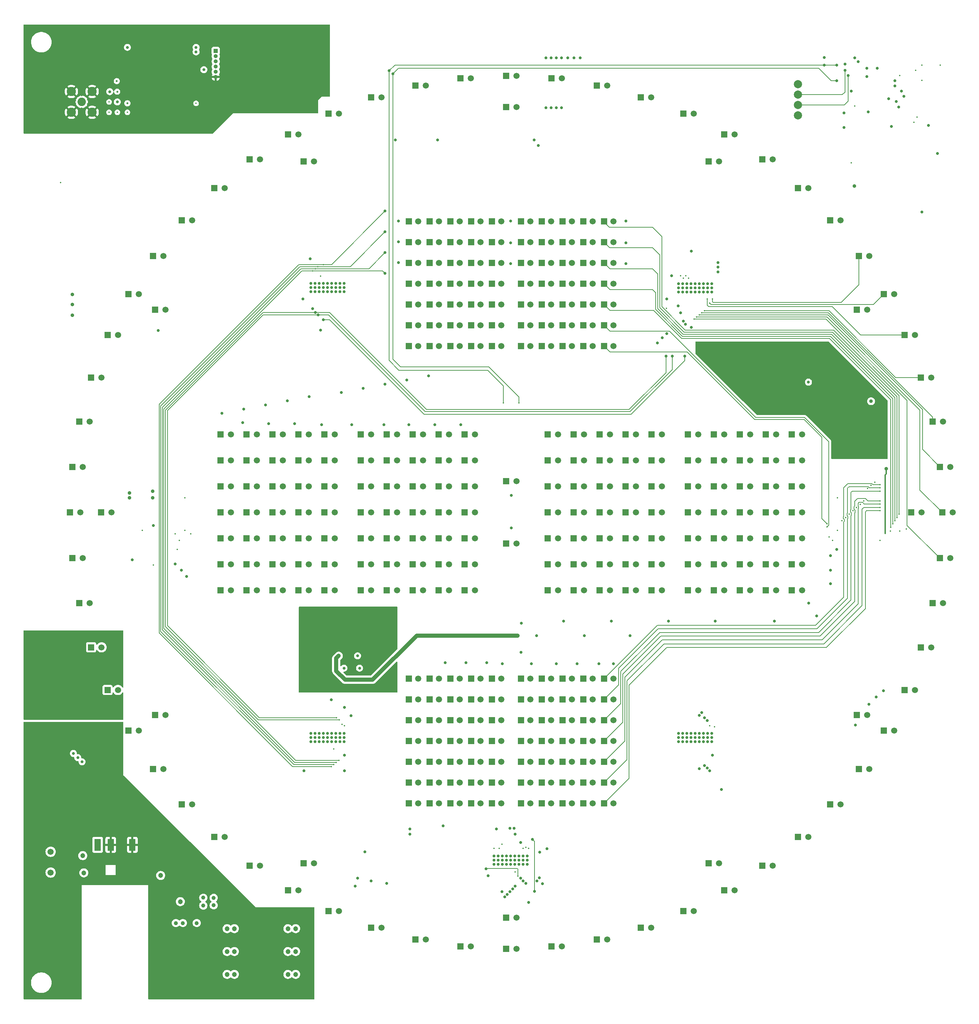
<source format=gbr>
%TF.GenerationSoftware,KiCad,Pcbnew,8.0.2-1*%
%TF.CreationDate,2024-06-04T17:42:53+02:00*%
%TF.ProjectId,broadcast_clock,62726f61-6463-4617-9374-5f636c6f636b,rev?*%
%TF.SameCoordinates,Original*%
%TF.FileFunction,Copper,L2,Inr*%
%TF.FilePolarity,Positive*%
%FSLAX46Y46*%
G04 Gerber Fmt 4.6, Leading zero omitted, Abs format (unit mm)*
G04 Created by KiCad (PCBNEW 8.0.2-1) date 2024-06-04 17:42:53*
%MOMM*%
%LPD*%
G01*
G04 APERTURE LIST*
%TA.AperFunction,ComponentPad*%
%ADD10R,1.500000X1.500000*%
%TD*%
%TA.AperFunction,ComponentPad*%
%ADD11C,1.500000*%
%TD*%
%TA.AperFunction,ComponentPad*%
%ADD12C,2.050000*%
%TD*%
%TA.AperFunction,ComponentPad*%
%ADD13C,2.250000*%
%TD*%
%TA.AperFunction,ComponentPad*%
%ADD14R,1.600000X2.900000*%
%TD*%
%TA.AperFunction,ComponentPad*%
%ADD15R,1.000000X1.000000*%
%TD*%
%TA.AperFunction,ComponentPad*%
%ADD16O,1.000000X1.000000*%
%TD*%
%TA.AperFunction,ComponentPad*%
%ADD17C,2.000000*%
%TD*%
%TA.AperFunction,ViaPad*%
%ADD18C,0.350000*%
%TD*%
%TA.AperFunction,ViaPad*%
%ADD19C,0.700000*%
%TD*%
%TA.AperFunction,ViaPad*%
%ADD20C,0.900000*%
%TD*%
%TA.AperFunction,ViaPad*%
%ADD21C,1.000000*%
%TD*%
%TA.AperFunction,ViaPad*%
%ADD22C,1.200000*%
%TD*%
%TA.AperFunction,ViaPad*%
%ADD23C,0.500000*%
%TD*%
%TA.AperFunction,Conductor*%
%ADD24C,0.300000*%
%TD*%
%TA.AperFunction,Conductor*%
%ADD25C,1.000000*%
%TD*%
%TA.AperFunction,Conductor*%
%ADD26C,0.150000*%
%TD*%
%TA.AperFunction,Conductor*%
%ADD27C,0.127000*%
%TD*%
G04 APERTURE END LIST*
D10*
%TO.N,/Clock face/LED display/LED matrices/U2D0D1R6*%
%TO.C,D225*%
X125476000Y-211455000D03*
D11*
%TO.N,/Clock face/LED display/LED matrices/U2D0D2C2*%
X127762000Y-211455000D03*
%TD*%
D10*
%TO.N,/Clock face/LED display/LED matrices/U2D0D1R7*%
%TO.C,D254*%
X147828000Y-216535000D03*
D11*
%TO.N,/Clock face/LED display/LED matrices/U2D1D3C1*%
X150114000Y-216535000D03*
%TD*%
D10*
%TO.N,/Clock face/LED display/LED matrices/U1D0D1R3*%
%TO.C,D103*%
X99695000Y-139065000D03*
D11*
%TO.N,/Clock face/LED display/LED matrices/U1D0D2C5*%
X102235000Y-139065000D03*
%TD*%
D10*
%TO.N,Net-(D54-K)*%
%TO.C,D54*%
X81440069Y-59109067D03*
D11*
%TO.N,+3.3V_LED*%
X83980069Y-59109067D03*
%TD*%
D10*
%TO.N,/Clock face/LED display/LED matrices/U1D2D3R6*%
%TO.C,D169*%
X173355000Y-158115000D03*
D11*
%TO.N,/Clock face/LED display/LED matrices/U1D0D2C4*%
X175895000Y-158115000D03*
%TD*%
D10*
%TO.N,Net-(D45-K)*%
%TO.C,D45*%
X37465000Y-145415000D03*
D11*
%TO.N,+3.3V_LED*%
X40005000Y-145415000D03*
%TD*%
D10*
%TO.N,Net-(D65-K)*%
%TO.C,D65*%
X193675000Y-231203476D03*
D11*
%TO.N,+3.3V_LED*%
X196215000Y-231203476D03*
%TD*%
D10*
%TO.N,Net-(D30-K)*%
%TO.C,D30*%
X144145000Y-252095000D03*
D11*
%TO.N,+3.3V_LED*%
X146685000Y-252095000D03*
%TD*%
D10*
%TO.N,/Clock face/LED display/LED matrices/U1D0D1R7*%
%TO.C,D128*%
X121285000Y-164465000D03*
D11*
%TO.N,/Clock face/LED display/LED matrices/U1D1D3C3*%
X123825000Y-164465000D03*
%TD*%
D10*
%TO.N,/Clock face/LED display/LED matrices/U1D0D1R2*%
%TO.C,D109*%
X108585000Y-132715000D03*
D11*
%TO.N,/Clock face/LED display/LED matrices/U1D1D3C1*%
X111125000Y-132715000D03*
%TD*%
D10*
%TO.N,Net-(D353-K)*%
%TO.C,D353*%
X144145000Y-137795000D03*
D11*
%TO.N,+3.3V_LED*%
X146685000Y-137795000D03*
%TD*%
D10*
%TO.N,/Clock face/LED display/LED matrices/U1D0D1R6*%
%TO.C,D85*%
X80645000Y-158115000D03*
D11*
%TO.N,/Clock face/LED display/LED matrices/U1D0D2C2*%
X83185000Y-158115000D03*
%TD*%
D10*
%TO.N,/Clock face/LED display/LED matrices/U2D0D1R5*%
%TO.C,D238*%
X135636000Y-206375000D03*
D11*
%TO.N,/Clock face/LED display/LED matrices/U2D0D2C4*%
X137922000Y-206375000D03*
%TD*%
D10*
%TO.N,Net-(D26-K)*%
%TO.C,D26*%
X187535665Y-242872029D03*
D11*
%TO.N,+3.3V_LED*%
X190075665Y-242872029D03*
%TD*%
D10*
%TO.N,/Clock face/LED display/LED matrices/U1D0D1R5*%
%TO.C,D112*%
X108585000Y-151765000D03*
D11*
%TO.N,/Clock face/LED display/LED matrices/U1D1D3C1*%
X111125000Y-151765000D03*
%TD*%
D10*
%TO.N,/Clock face/LED display/LED matrices/U2D2D3R2*%
%TO.C,D340*%
X163068000Y-79375000D03*
D11*
%TO.N,/Clock face/LED display/LED matrices/U2D1D3C4*%
X165354000Y-79375000D03*
%TD*%
D10*
%TO.N,/Clock face/LED display/LED matrices/U2D2D3R4*%
%TO.C,D293*%
X125476000Y-89535000D03*
D11*
%TO.N,/Clock face/LED display/LED matrices/U2D0D2C2*%
X127762000Y-89535000D03*
%TD*%
D10*
%TO.N,/Clock face/LED display/LED matrices/U1D0D1R3*%
%TO.C,D110*%
X108585000Y-139065000D03*
D11*
%TO.N,/Clock face/LED display/LED matrices/U1D1D3C1*%
X111125000Y-139065000D03*
%TD*%
D10*
%TO.N,/Clock face/LED display/LED matrices/U1D0D1R6*%
%TO.C,D99*%
X93345000Y-158115000D03*
D11*
%TO.N,/Clock face/LED display/LED matrices/U1D0D2C4*%
X95885000Y-158115000D03*
%TD*%
D10*
%TO.N,/Clock face/LED display/LED matrices/U1D2D3R1*%
%TO.C,D199*%
X207645000Y-126365000D03*
D11*
%TO.N,/Clock face/LED display/LED matrices/U1D1D3C4*%
X210185000Y-126365000D03*
%TD*%
D10*
%TO.N,/Clock face/LED display/LED matrices/U1D2D3R7*%
%TO.C,D177*%
X179705000Y-164465000D03*
D11*
%TO.N,/Clock face/LED display/LED matrices/U1D0D2C5*%
X182245000Y-164465000D03*
%TD*%
D10*
%TO.N,/Clock face/LED display/LED matrices/U1D0D1R4*%
%TO.C,D111*%
X108585000Y-145415000D03*
D11*
%TO.N,/Clock face/LED display/LED matrices/U1D1D3C1*%
X111125000Y-145415000D03*
%TD*%
D10*
%TO.N,Net-(D1-K)*%
%TO.C,D1*%
X155296096Y-39319404D03*
D11*
%TO.N,+3.3V_LED*%
X157836096Y-39319404D03*
%TD*%
D10*
%TO.N,/Clock face/LED display/LED matrices/U1D0D1R3*%
%TO.C,D138*%
X133985000Y-139065000D03*
D11*
%TO.N,/Clock face/LED display/LED matrices/U1D1D3C5*%
X136525000Y-139065000D03*
%TD*%
D10*
%TO.N,/Clock face/LED display/LED matrices/U1D0D1R4*%
%TO.C,D139*%
X133985000Y-145415000D03*
D11*
%TO.N,/Clock face/LED display/LED matrices/U1D1D3C5*%
X136525000Y-145415000D03*
%TD*%
D10*
%TO.N,/Clock face/LED display/LED matrices/U1D0D1R3*%
%TO.C,D82*%
X80645000Y-139065000D03*
D11*
%TO.N,/Clock face/LED display/LED matrices/U1D0D2C2*%
X83185000Y-139065000D03*
%TD*%
D10*
%TO.N,/Clock face/LED display/LED matrices/U2D2D3R3*%
%TO.C,D327*%
X152908000Y-84455000D03*
D11*
%TO.N,/Clock face/LED display/LED matrices/U2D1D3C2*%
X155194000Y-84455000D03*
%TD*%
D10*
%TO.N,Net-(D41-K)*%
%TO.C,D41*%
X46687971Y-188805665D03*
D11*
%TO.N,+3.3V_LED*%
X49227971Y-188805665D03*
%TD*%
D10*
%TO.N,/Clock face/LED display/LED matrices/U2D2D3R6*%
%TO.C,D309*%
X135636000Y-99695000D03*
D11*
%TO.N,/Clock face/LED display/LED matrices/U2D0D2C4*%
X137922000Y-99695000D03*
%TD*%
D10*
%TO.N,/Clock face/LED display/LED matrices/U1D0D1R6*%
%TO.C,D141*%
X133985000Y-158115000D03*
D11*
%TO.N,/Clock face/LED display/LED matrices/U1D1D3C5*%
X136525000Y-158115000D03*
%TD*%
D10*
%TO.N,/Clock face/LED display/LED matrices/U2D2D3R7*%
%TO.C,D303*%
X130556000Y-104775000D03*
D11*
%TO.N,/Clock face/LED display/LED matrices/U2D0D2C3*%
X132842000Y-104775000D03*
%TD*%
D10*
%TO.N,/Clock face/LED display/LED matrices/U2D2D3R1*%
%TO.C,D283*%
X120396000Y-74295000D03*
D11*
%TO.N,/Clock face/LED display/LED matrices/U2D0D2C1*%
X122682000Y-74295000D03*
%TD*%
D10*
%TO.N,/Clock face/LED display/LED matrices/U2D0D1R7*%
%TO.C,D219*%
X120396000Y-216535000D03*
D11*
%TO.N,/Clock face/LED display/LED matrices/U2D0D2C1*%
X122682000Y-216535000D03*
%TD*%
D10*
%TO.N,Net-(D58-K)*%
%TO.C,D58*%
X121964981Y-41066214D03*
D11*
%TO.N,+3.3V_LED*%
X124504981Y-41066214D03*
%TD*%
D10*
%TO.N,Net-(D39-K)*%
%TO.C,D39*%
X57839067Y-208119931D03*
D11*
%TO.N,+3.3V_LED*%
X60379067Y-208119931D03*
%TD*%
D10*
%TO.N,/Clock face/LED display/LED matrices/U1D2D3R1*%
%TO.C,D143*%
X154305000Y-126365000D03*
D11*
%TO.N,/Clock face/LED display/LED matrices/U1D0D2C1*%
X156845000Y-126365000D03*
%TD*%
D10*
%TO.N,Net-(D28-K)*%
%TO.C,D28*%
X166325019Y-249763786D03*
D11*
%TO.N,+3.3V_LED*%
X168865019Y-249763786D03*
%TD*%
D10*
%TO.N,/Clock face/LED display/LED matrices/U2D2D3R2*%
%TO.C,D291*%
X125476000Y-79375000D03*
D11*
%TO.N,/Clock face/LED display/LED matrices/U2D0D2C2*%
X127762000Y-79375000D03*
%TD*%
D10*
%TO.N,/Clock face/LED display/LED matrices/U2D0D1R4*%
%TO.C,D265*%
X157988000Y-201295000D03*
D11*
%TO.N,/Clock face/LED display/LED matrices/U2D1D3C3*%
X160274000Y-201295000D03*
%TD*%
D10*
%TO.N,/Clock face/LED display/LED matrices/U1D0D1R6*%
%TO.C,D120*%
X114935000Y-158115000D03*
D11*
%TO.N,/Clock face/LED display/LED matrices/U1D1D3C2*%
X117475000Y-158115000D03*
%TD*%
D10*
%TO.N,Net-(D36-K)*%
%TO.C,D36*%
X81440069Y-231720933D03*
D11*
%TO.N,+3.3V_LED*%
X83980069Y-231720933D03*
%TD*%
D10*
%TO.N,/Clock face/LED display/LED matrices/U2D2D3R7*%
%TO.C,D324*%
X147828000Y-104775000D03*
D11*
%TO.N,/Clock face/LED display/LED matrices/U2D1D3C1*%
X150114000Y-104775000D03*
%TD*%
D10*
%TO.N,/Clock face/LED display/LED matrices/U1D0D1R1*%
%TO.C,D94*%
X93345000Y-126365000D03*
D11*
%TO.N,/Clock face/LED display/LED matrices/U1D0D2C4*%
X95885000Y-126365000D03*
%TD*%
D10*
%TO.N,/Clock face/LED display/LED matrices/U1D0D1R1*%
%TO.C,D80*%
X80645000Y-126365000D03*
D11*
%TO.N,/Clock face/LED display/LED matrices/U1D0D2C2*%
X83185000Y-126365000D03*
%TD*%
D10*
%TO.N,/Clock face/LED display/LED matrices/U1D0D1R3*%
%TO.C,D117*%
X114935000Y-139065000D03*
D11*
%TO.N,/Clock face/LED display/LED matrices/U1D1D3C2*%
X117475000Y-139065000D03*
%TD*%
D10*
%TO.N,/Clock face/LED display/LED matrices/U2D0D1R1*%
%TO.C,D276*%
X168148000Y-186055000D03*
D11*
%TO.N,/Clock face/LED display/LED matrices/U2D1D3C5*%
X170434000Y-186055000D03*
%TD*%
D10*
%TO.N,/Clock face/LED display/LED matrices/U1D0D1R5*%
%TO.C,D126*%
X121285000Y-151765000D03*
D11*
%TO.N,/Clock face/LED display/LED matrices/U1D1D3C3*%
X123825000Y-151765000D03*
%TD*%
D10*
%TO.N,/Clock face/LED display/LED matrices/U2D0D1R3*%
%TO.C,D278*%
X168148000Y-196215000D03*
D11*
%TO.N,/Clock face/LED display/LED matrices/U2D1D3C5*%
X170434000Y-196215000D03*
%TD*%
D10*
%TO.N,/Clock face/LED display/LED matrices/U2D2D3R2*%
%TO.C,D284*%
X120396000Y-79375000D03*
D11*
%TO.N,/Clock face/LED display/LED matrices/U2D0D2C1*%
X122682000Y-79375000D03*
%TD*%
D10*
%TO.N,Net-(D46-K)*%
%TO.C,D46*%
X38049404Y-134263904D03*
D11*
%TO.N,+3.3V_LED*%
X40589404Y-134263904D03*
%TD*%
D10*
%TO.N,/Clock face/LED display/LED matrices/U1D0D1R4*%
%TO.C,D83*%
X80645000Y-145415000D03*
D11*
%TO.N,/Clock face/LED display/LED matrices/U1D0D2C2*%
X83185000Y-145415000D03*
%TD*%
D10*
%TO.N,/Clock face/LED display/LED matrices/U1D2D3R2*%
%TO.C,D172*%
X179705000Y-132715000D03*
D11*
%TO.N,/Clock face/LED display/LED matrices/U1D0D2C5*%
X182245000Y-132715000D03*
%TD*%
D10*
%TO.N,/Clock face/LED display/LED matrices/U2D2D3R4*%
%TO.C,D286*%
X120396000Y-89535000D03*
D11*
%TO.N,/Clock face/LED display/LED matrices/U2D0D2C1*%
X122682000Y-89535000D03*
%TD*%
D10*
%TO.N,/Clock face/LED display/LED matrices/U2D2D3R1*%
%TO.C,D318*%
X147828000Y-74295000D03*
D11*
%TO.N,/Clock face/LED display/LED matrices/U2D1D3C1*%
X150114000Y-74295000D03*
%TD*%
D10*
%TO.N,Net-(D4-K)*%
%TO.C,D4*%
X187535665Y-47957971D03*
D11*
%TO.N,+3.3V_LED*%
X190075665Y-47957971D03*
%TD*%
D10*
%TO.N,/Clock face/LED display/LED matrices/U2D2D3R2*%
%TO.C,D333*%
X157988000Y-79375000D03*
D11*
%TO.N,/Clock face/LED display/LED matrices/U2D1D3C3*%
X160274000Y-79375000D03*
%TD*%
D10*
%TO.N,/Clock face/LED display/LED matrices/U2D2D3R3*%
%TO.C,D313*%
X140716000Y-84455000D03*
D11*
%TO.N,/Clock face/LED display/LED matrices/U2D0D2C5*%
X143002000Y-84455000D03*
%TD*%
D10*
%TO.N,Net-(D40-K)*%
%TO.C,D40*%
X51757410Y-198755000D03*
D11*
%TO.N,+3.3V_LED*%
X54297410Y-198755000D03*
%TD*%
D10*
%TO.N,/Clock face/LED display/LED matrices/U2D0D1R3*%
%TO.C,D215*%
X120396000Y-196215000D03*
D11*
%TO.N,/Clock face/LED display/LED matrices/U2D0D2C1*%
X122682000Y-196215000D03*
%TD*%
D10*
%TO.N,/Clock face/LED display/LED matrices/U2D2D3R3*%
%TO.C,D348*%
X168148000Y-84455000D03*
D11*
%TO.N,/Clock face/LED display/LED matrices/U2D1D3C5*%
X170434000Y-84455000D03*
%TD*%
D10*
%TO.N,/Clock face/LED display/LED matrices/U1D2D3R1*%
%TO.C,D192*%
X201295000Y-126365000D03*
D11*
%TO.N,/Clock face/LED display/LED matrices/U1D1D3C3*%
X203835000Y-126365000D03*
%TD*%
D10*
%TO.N,/Clock face/LED display/LED matrices/U1D0D1R7*%
%TO.C,D79*%
X74295000Y-164465000D03*
D11*
%TO.N,/Clock face/LED display/LED matrices/U1D0D2C1*%
X76835000Y-164465000D03*
%TD*%
D10*
%TO.N,Net-(D29-K)*%
%TO.C,D29*%
X155296096Y-251510596D03*
D11*
%TO.N,+3.3V_LED*%
X157836096Y-251510596D03*
%TD*%
D10*
%TO.N,/Clock face/LED display/LED matrices/U1D0D1R7*%
%TO.C,D114*%
X108585000Y-164465000D03*
D11*
%TO.N,/Clock face/LED display/LED matrices/U1D1D3C1*%
X111125000Y-164465000D03*
%TD*%
D10*
%TO.N,/Clock face/LED display/LED matrices/U2D2D3R7*%
%TO.C,D345*%
X163068000Y-104775000D03*
D11*
%TO.N,/Clock face/LED display/LED matrices/U2D1D3C4*%
X165354000Y-104775000D03*
%TD*%
D10*
%TO.N,/Clock face/LED display/LED matrices/U1D2D3R7*%
%TO.C,D205*%
X207645000Y-164465000D03*
D11*
%TO.N,/Clock face/LED display/LED matrices/U1D1D3C4*%
X210185000Y-164465000D03*
%TD*%
D10*
%TO.N,Net-(D20-K)*%
%TO.C,D20*%
X236532590Y-198755000D03*
D11*
%TO.N,+3.3V_LED*%
X239072590Y-198755000D03*
%TD*%
D10*
%TO.N,/Clock face/LED display/LED matrices/U1D0D1R1*%
%TO.C,D136*%
X133985000Y-126365000D03*
D11*
%TO.N,/Clock face/LED display/LED matrices/U1D1D3C5*%
X136525000Y-126365000D03*
%TD*%
D10*
%TO.N,/Clock face/LED display/LED matrices/U2D0D1R6*%
%TO.C,D239*%
X135636000Y-211455000D03*
D11*
%TO.N,/Clock face/LED display/LED matrices/U2D0D2C4*%
X137922000Y-211455000D03*
%TD*%
D10*
%TO.N,/Clock face/LED display/LED matrices/U2D2D3R2*%
%TO.C,D305*%
X135636000Y-79375000D03*
D11*
%TO.N,/Clock face/LED display/LED matrices/U2D0D2C4*%
X137922000Y-79375000D03*
%TD*%
D10*
%TO.N,/Clock face/LED display/LED matrices/U1D0D1R5*%
%TO.C,D91*%
X86995000Y-151765000D03*
D11*
%TO.N,/Clock face/LED display/LED matrices/U1D0D2C3*%
X89535000Y-151765000D03*
%TD*%
D10*
%TO.N,/Clock face/LED display/LED matrices/U1D2D3R7*%
%TO.C,D163*%
X167005000Y-164465000D03*
D11*
%TO.N,/Clock face/LED display/LED matrices/U1D0D2C3*%
X169545000Y-164465000D03*
%TD*%
D10*
%TO.N,/Clock face/LED display/LED matrices/U2D0D1R1*%
%TO.C,D227*%
X130556000Y-186055000D03*
D11*
%TO.N,/Clock face/LED display/LED matrices/U2D0D2C3*%
X132842000Y-186055000D03*
%TD*%
D10*
%TO.N,/Clock face/LED display/LED matrices/U2D0D1R2*%
%TO.C,D263*%
X157988000Y-191135000D03*
D11*
%TO.N,/Clock face/LED display/LED matrices/U2D1D3C3*%
X160274000Y-191135000D03*
%TD*%
D10*
%TO.N,/Clock face/LED display/LED matrices/U2D2D3R7*%
%TO.C,D338*%
X157988000Y-104775000D03*
D11*
%TO.N,/Clock face/LED display/LED matrices/U2D1D3C3*%
X160274000Y-104775000D03*
%TD*%
D10*
%TO.N,Net-(D9-K)*%
%TO.C,D9*%
X230450933Y-82710069D03*
D11*
%TO.N,+3.3V_LED*%
X232990933Y-82710069D03*
%TD*%
D10*
%TO.N,Net-(D69-K)*%
%TO.C,D69*%
X45085000Y-145415000D03*
D11*
%TO.N,+3.3V_LED*%
X47625000Y-145415000D03*
%TD*%
D10*
%TO.N,/Clock face/LED display/LED matrices/U2D0D1R2*%
%TO.C,D214*%
X120396000Y-191135000D03*
D11*
%TO.N,/Clock face/LED display/LED matrices/U2D0D2C1*%
X122682000Y-191135000D03*
%TD*%
D10*
%TO.N,Net-(D10-K)*%
%TO.C,D10*%
X236532590Y-92075000D03*
D11*
%TO.N,+3.3V_LED*%
X239072590Y-92075000D03*
%TD*%
D10*
%TO.N,/Clock face/LED display/LED matrices/U1D2D3R7*%
%TO.C,D191*%
X194945000Y-164465000D03*
D11*
%TO.N,/Clock face/LED display/LED matrices/U1D1D3C2*%
X197485000Y-164465000D03*
%TD*%
D10*
%TO.N,Net-(D22-K)*%
%TO.C,D22*%
X223423690Y-216797853D03*
D11*
%TO.N,+3.3V_LED*%
X225963690Y-216797853D03*
%TD*%
D10*
%TO.N,/Clock face/LED display/LED matrices/U2D2D3R5*%
%TO.C,D343*%
X163068000Y-94615000D03*
D11*
%TO.N,/Clock face/LED display/LED matrices/U2D1D3C4*%
X165354000Y-94615000D03*
%TD*%
D10*
%TO.N,Net-(D66-K)*%
%TO.C,D66*%
X144145000Y-244475000D03*
D11*
%TO.N,+3.3V_LED*%
X146685000Y-244475000D03*
%TD*%
D10*
%TO.N,/Clock face/LED display/LED matrices/U2D0D1R5*%
%TO.C,D231*%
X130556000Y-206375000D03*
D11*
%TO.N,/Clock face/LED display/LED matrices/U2D0D2C3*%
X132842000Y-206375000D03*
%TD*%
D10*
%TO.N,/Clock face/LED display/LED matrices/U1D0D1R2*%
%TO.C,D116*%
X114935000Y-132715000D03*
D11*
%TO.N,/Clock face/LED display/LED matrices/U1D1D3C2*%
X117475000Y-132715000D03*
%TD*%
D10*
%TO.N,/Clock face/LED display/LED matrices/U2D0D1R7*%
%TO.C,D268*%
X157988000Y-216535000D03*
D11*
%TO.N,/Clock face/LED display/LED matrices/U2D1D3C3*%
X160274000Y-216535000D03*
%TD*%
D10*
%TO.N,/Clock face/LED display/LED matrices/U2D0D1R1*%
%TO.C,D255*%
X152908000Y-186055000D03*
D11*
%TO.N,/Clock face/LED display/LED matrices/U2D1D3C2*%
X155194000Y-186055000D03*
%TD*%
D10*
%TO.N,/Clock face/LED display/LED matrices/U2D0D1R2*%
%TO.C,D256*%
X152908000Y-191135000D03*
D11*
%TO.N,/Clock face/LED display/LED matrices/U2D1D3C2*%
X155194000Y-191135000D03*
%TD*%
D10*
%TO.N,Net-(D27-K)*%
%TO.C,D27*%
X177110933Y-246873709D03*
D11*
%TO.N,+3.3V_LED*%
X179650933Y-246873709D03*
%TD*%
D10*
%TO.N,/Clock face/LED display/LED matrices/U1D2D3R5*%
%TO.C,D182*%
X188595000Y-151765000D03*
D11*
%TO.N,/Clock face/LED display/LED matrices/U1D1D3C1*%
X191135000Y-151765000D03*
%TD*%
D10*
%TO.N,Net-(D38-K)*%
%TO.C,D38*%
X64866310Y-216797853D03*
D11*
%TO.N,+3.3V_LED*%
X67406310Y-216797853D03*
%TD*%
D10*
%TO.N,/Clock face/LED display/LED matrices/U1D2D3R1*%
%TO.C,D171*%
X179705000Y-126365000D03*
D11*
%TO.N,/Clock face/LED display/LED matrices/U1D0D2C5*%
X182245000Y-126365000D03*
%TD*%
D10*
%TO.N,/Clock face/LED display/LED matrices/U1D2D3R2*%
%TO.C,D151*%
X160655000Y-132715000D03*
D11*
%TO.N,/Clock face/LED display/LED matrices/U1D0D2C2*%
X163195000Y-132715000D03*
%TD*%
D10*
%TO.N,Net-(D52-K)*%
%TO.C,D52*%
X64866310Y-74032147D03*
D11*
%TO.N,+3.3V_LED*%
X67406310Y-74032147D03*
%TD*%
D10*
%TO.N,/Clock face/LED display/LED matrices/U1D2D3R3*%
%TO.C,D145*%
X154305000Y-139065000D03*
D11*
%TO.N,/Clock face/LED display/LED matrices/U1D0D2C1*%
X156845000Y-139065000D03*
%TD*%
D10*
%TO.N,Net-(D47-K)*%
%TO.C,D47*%
X39796214Y-123234981D03*
D11*
%TO.N,+3.3V_LED*%
X42336214Y-123234981D03*
%TD*%
D10*
%TO.N,/Clock face/LED display/LED matrices/U2D0D1R6*%
%TO.C,D281*%
X168148000Y-211455000D03*
D11*
%TO.N,/Clock face/LED display/LED matrices/U2D1D3C5*%
X170434000Y-211455000D03*
%TD*%
D10*
%TO.N,/Clock face/LED display/LED matrices/U1D2D3R3*%
%TO.C,D208*%
X213995000Y-139065000D03*
D11*
%TO.N,/Clock face/LED display/LED matrices/U1D1D3C5*%
X216535000Y-139065000D03*
%TD*%
D10*
%TO.N,/Clock face/LED display/LED matrices/U2D0D1R6*%
%TO.C,D274*%
X163068000Y-211455000D03*
D11*
%TO.N,/Clock face/LED display/LED matrices/U2D1D3C4*%
X165354000Y-211455000D03*
%TD*%
D10*
%TO.N,/Clock face/LED display/LED matrices/U2D2D3R2*%
%TO.C,D326*%
X152908000Y-79375000D03*
D11*
%TO.N,/Clock face/LED display/LED matrices/U2D1D3C2*%
X155194000Y-79375000D03*
%TD*%
D10*
%TO.N,/Clock face/LED display/LED matrices/U2D0D1R1*%
%TO.C,D213*%
X120396000Y-186055000D03*
D11*
%TO.N,/Clock face/LED display/LED matrices/U2D0D2C1*%
X122682000Y-186055000D03*
%TD*%
D10*
%TO.N,/Clock face/LED display/LED matrices/U2D2D3R6*%
%TO.C,D351*%
X168148000Y-99695000D03*
D11*
%TO.N,/Clock face/LED display/LED matrices/U2D1D3C5*%
X170434000Y-99695000D03*
%TD*%
D10*
%TO.N,/Clock face/LED display/LED matrices/U2D2D3R5*%
%TO.C,D308*%
X135636000Y-94615000D03*
D11*
%TO.N,/Clock face/LED display/LED matrices/U2D0D2C4*%
X137922000Y-94615000D03*
%TD*%
D10*
%TO.N,/Clock face/LED display/LED matrices/U1D2D3R7*%
%TO.C,D198*%
X201295000Y-164465000D03*
D11*
%TO.N,/Clock face/LED display/LED matrices/U1D1D3C3*%
X203835000Y-164465000D03*
%TD*%
D10*
%TO.N,/Clock face/LED display/LED matrices/U2D0D1R4*%
%TO.C,D258*%
X152908000Y-201295000D03*
D11*
%TO.N,/Clock face/LED display/LED matrices/U2D1D3C2*%
X155194000Y-201295000D03*
%TD*%
D10*
%TO.N,/Clock face/LED display/LED matrices/U1D2D3R4*%
%TO.C,D174*%
X179705000Y-145415000D03*
D11*
%TO.N,/Clock face/LED display/LED matrices/U1D0D2C5*%
X182245000Y-145415000D03*
%TD*%
D10*
%TO.N,/Clock face/LED display/LED matrices/U1D0D1R2*%
%TO.C,D137*%
X133985000Y-132715000D03*
D11*
%TO.N,/Clock face/LED display/LED matrices/U1D1D3C5*%
X136525000Y-132715000D03*
%TD*%
D10*
%TO.N,/Clock face/LED display/LED matrices/U2D2D3R1*%
%TO.C,D311*%
X140716000Y-74295000D03*
D11*
%TO.N,/Clock face/LED display/LED matrices/U2D0D2C5*%
X143002000Y-74295000D03*
%TD*%
D10*
%TO.N,/Clock face/LED display/LED matrices/U1D0D1R2*%
%TO.C,D130*%
X127635000Y-132715000D03*
D11*
%TO.N,/Clock face/LED display/LED matrices/U1D1D3C4*%
X130175000Y-132715000D03*
%TD*%
D10*
%TO.N,/Clock face/LED display/LED matrices/U2D2D3R1*%
%TO.C,D297*%
X130556000Y-74295000D03*
D11*
%TO.N,/Clock face/LED display/LED matrices/U2D0D2C3*%
X132842000Y-74295000D03*
%TD*%
D10*
%TO.N,/Clock face/LED display/LED matrices/U1D2D3R6*%
%TO.C,D176*%
X179705000Y-158115000D03*
D11*
%TO.N,/Clock face/LED display/LED matrices/U1D0D2C5*%
X182245000Y-158115000D03*
%TD*%
D10*
%TO.N,/Clock face/LED display/LED matrices/U1D0D1R6*%
%TO.C,D92*%
X86995000Y-158115000D03*
D11*
%TO.N,/Clock face/LED display/LED matrices/U1D0D2C3*%
X89535000Y-158115000D03*
%TD*%
D10*
%TO.N,/Clock face/LED display/LED matrices/U1D0D1R3*%
%TO.C,D75*%
X74295000Y-139065000D03*
D11*
%TO.N,/Clock face/LED display/LED matrices/U1D0D2C1*%
X76835000Y-139065000D03*
%TD*%
D10*
%TO.N,/Clock face/LED display/LED matrices/U2D2D3R7*%
%TO.C,D317*%
X140716000Y-104775000D03*
D11*
%TO.N,/Clock face/LED display/LED matrices/U2D0D2C5*%
X143002000Y-104775000D03*
%TD*%
D10*
%TO.N,/Clock face/LED display/LED matrices/U1D0D1R5*%
%TO.C,D140*%
X133985000Y-151765000D03*
D11*
%TO.N,/Clock face/LED display/LED matrices/U1D1D3C5*%
X136525000Y-151765000D03*
%TD*%
D10*
%TO.N,Net-(D21-K)*%
%TO.C,D21*%
X230450933Y-208119931D03*
D11*
%TO.N,+3.3V_LED*%
X232990933Y-208119931D03*
%TD*%
D10*
%TO.N,/Clock face/LED display/LED matrices/U1D0D1R4*%
%TO.C,D118*%
X114935000Y-145415000D03*
D11*
%TO.N,/Clock face/LED display/LED matrices/U1D1D3C2*%
X117475000Y-145415000D03*
%TD*%
D10*
%TO.N,/Clock face/LED display/LED matrices/U1D0D1R6*%
%TO.C,D127*%
X121285000Y-158115000D03*
D11*
%TO.N,/Clock face/LED display/LED matrices/U1D1D3C3*%
X123825000Y-158115000D03*
%TD*%
D10*
%TO.N,/Clock face/LED display/LED matrices/U2D2D3R7*%
%TO.C,D289*%
X120396000Y-104775000D03*
D11*
%TO.N,/Clock face/LED display/LED matrices/U2D0D2C1*%
X122682000Y-104775000D03*
%TD*%
D10*
%TO.N,/Clock face/LED display/LED matrices/U1D2D3R6*%
%TO.C,D155*%
X160655000Y-158115000D03*
D11*
%TO.N,/Clock face/LED display/LED matrices/U1D0D2C2*%
X163195000Y-158115000D03*
%TD*%
D10*
%TO.N,/Clock face/LED display/LED matrices/U2D2D3R2*%
%TO.C,D298*%
X130556000Y-79375000D03*
D11*
%TO.N,/Clock face/LED display/LED matrices/U2D0D2C3*%
X132842000Y-79375000D03*
%TD*%
D10*
%TO.N,/Clock face/LED display/LED matrices/U2D0D1R3*%
%TO.C,D229*%
X130556000Y-196215000D03*
D11*
%TO.N,/Clock face/LED display/LED matrices/U2D0D2C3*%
X132842000Y-196215000D03*
%TD*%
D10*
%TO.N,/Clock face/LED display/LED matrices/U1D2D3R4*%
%TO.C,D195*%
X201295000Y-145415000D03*
D11*
%TO.N,/Clock face/LED display/LED matrices/U1D1D3C3*%
X203835000Y-145415000D03*
%TD*%
D10*
%TO.N,/Clock face/LED display/LED matrices/U1D2D3R4*%
%TO.C,D153*%
X160655000Y-145415000D03*
D11*
%TO.N,/Clock face/LED display/LED matrices/U1D0D2C2*%
X163195000Y-145415000D03*
%TD*%
D10*
%TO.N,/Clock face/LED display/LED matrices/U2D2D3R5*%
%TO.C,D287*%
X120396000Y-94615000D03*
D11*
%TO.N,/Clock face/LED display/LED matrices/U2D0D2C1*%
X122682000Y-94615000D03*
%TD*%
D10*
%TO.N,/Clock face/LED display/LED matrices/U2D0D1R6*%
%TO.C,D218*%
X120396000Y-211455000D03*
D11*
%TO.N,/Clock face/LED display/LED matrices/U2D0D2C1*%
X122682000Y-211455000D03*
%TD*%
D10*
%TO.N,Net-(D55-K)*%
%TO.C,D55*%
X90805000Y-53027410D03*
D11*
%TO.N,+3.3V_LED*%
X93345000Y-53027410D03*
%TD*%
D10*
%TO.N,Net-(D32-K)*%
%TO.C,D32*%
X121964981Y-249763786D03*
D11*
%TO.N,+3.3V_LED*%
X124504981Y-249763786D03*
%TD*%
D10*
%TO.N,/Clock face/LED display/LED matrices/U2D2D3R4*%
%TO.C,D349*%
X168148000Y-89535000D03*
D11*
%TO.N,/Clock face/LED display/LED matrices/U2D1D3C5*%
X170434000Y-89535000D03*
%TD*%
D10*
%TO.N,/Clock face/LED display/LED matrices/U2D2D3R3*%
%TO.C,D285*%
X120396000Y-84455000D03*
D11*
%TO.N,/Clock face/LED display/LED matrices/U2D0D2C1*%
X122682000Y-84455000D03*
%TD*%
D10*
%TO.N,/Clock face/LED display/LED matrices/U2D2D3R5*%
%TO.C,D315*%
X140716000Y-94615000D03*
D11*
%TO.N,/Clock face/LED display/LED matrices/U2D0D2C5*%
X143002000Y-94615000D03*
%TD*%
D10*
%TO.N,/Clock face/LED display/LED matrices/U1D0D1R1*%
%TO.C,D101*%
X99695000Y-126365000D03*
D11*
%TO.N,/Clock face/LED display/LED matrices/U1D0D2C5*%
X102235000Y-126365000D03*
%TD*%
D10*
%TO.N,/Clock face/LED display/LED matrices/U2D2D3R3*%
%TO.C,D299*%
X130556000Y-84455000D03*
D11*
%TO.N,/Clock face/LED display/LED matrices/U2D0D2C3*%
X132842000Y-84455000D03*
%TD*%
D10*
%TO.N,Net-(D354-K)*%
%TO.C,D354*%
X144145000Y-153035000D03*
D11*
%TO.N,+3.3V_LED*%
X146685000Y-153035000D03*
%TD*%
D10*
%TO.N,Net-(D51-K)*%
%TO.C,D51*%
X57839067Y-82710069D03*
D11*
%TO.N,+3.3V_LED*%
X60379067Y-82710069D03*
%TD*%
D10*
%TO.N,/Clock face/LED display/LED matrices/U1D2D3R2*%
%TO.C,D193*%
X201295000Y-132715000D03*
D11*
%TO.N,/Clock face/LED display/LED matrices/U1D1D3C3*%
X203835000Y-132715000D03*
%TD*%
D10*
%TO.N,/Clock face/LED display/LED matrices/U2D0D1R3*%
%TO.C,D250*%
X147828000Y-196215000D03*
D11*
%TO.N,/Clock face/LED display/LED matrices/U2D1D3C1*%
X150114000Y-196215000D03*
%TD*%
D10*
%TO.N,/Clock face/LED display/LED matrices/U1D0D1R2*%
%TO.C,D95*%
X93345000Y-132715000D03*
D11*
%TO.N,/Clock face/LED display/LED matrices/U1D0D2C4*%
X95885000Y-132715000D03*
%TD*%
D10*
%TO.N,Net-(D48-K)*%
%TO.C,D48*%
X42686291Y-112449067D03*
D11*
%TO.N,+3.3V_LED*%
X45226291Y-112449067D03*
%TD*%
D10*
%TO.N,/Clock face/LED display/LED matrices/U1D0D1R4*%
%TO.C,D76*%
X74295000Y-145415000D03*
D11*
%TO.N,/Clock face/LED display/LED matrices/U1D0D2C1*%
X76835000Y-145415000D03*
%TD*%
D10*
%TO.N,/Clock face/LED display/LED matrices/U2D2D3R1*%
%TO.C,D339*%
X163068000Y-74295000D03*
D11*
%TO.N,/Clock face/LED display/LED matrices/U2D1D3C4*%
X165354000Y-74295000D03*
%TD*%
D10*
%TO.N,/Clock face/LED display/LED matrices/U1D2D3R2*%
%TO.C,D165*%
X173355000Y-132715000D03*
D11*
%TO.N,/Clock face/LED display/LED matrices/U1D0D2C4*%
X175895000Y-132715000D03*
%TD*%
D10*
%TO.N,/Clock face/LED display/LED matrices/U2D2D3R7*%
%TO.C,D331*%
X152908000Y-104775000D03*
D11*
%TO.N,/Clock face/LED display/LED matrices/U2D1D3C2*%
X155194000Y-104775000D03*
%TD*%
D10*
%TO.N,Net-(D23-K)*%
%TO.C,D23*%
X215527853Y-224693690D03*
D11*
%TO.N,+3.3V_LED*%
X218067853Y-224693690D03*
%TD*%
D10*
%TO.N,/Clock face/LED display/LED matrices/U2D0D1R3*%
%TO.C,D236*%
X135636000Y-196215000D03*
D11*
%TO.N,/Clock face/LED display/LED matrices/U2D0D2C4*%
X137922000Y-196215000D03*
%TD*%
D10*
%TO.N,Net-(D68-K)*%
%TO.C,D68*%
X58356524Y-194945000D03*
D11*
%TO.N,+3.3V_LED*%
X60896524Y-194945000D03*
%TD*%
D10*
%TO.N,/Clock face/LED display/LED matrices/U2D0D1R5*%
%TO.C,D245*%
X140716000Y-206375000D03*
D11*
%TO.N,/Clock face/LED display/LED matrices/U2D0D2C5*%
X143002000Y-206375000D03*
%TD*%
D10*
%TO.N,/Clock face/LED display/LED matrices/U1D0D1R1*%
%TO.C,D129*%
X127635000Y-126365000D03*
D11*
%TO.N,/Clock face/LED display/LED matrices/U1D1D3C4*%
X130175000Y-126365000D03*
%TD*%
D10*
%TO.N,/Clock face/LED display/LED matrices/U2D0D1R7*%
%TO.C,D282*%
X168148000Y-216535000D03*
D11*
%TO.N,/Clock face/LED display/LED matrices/U2D1D3C5*%
X170434000Y-216535000D03*
%TD*%
D10*
%TO.N,/Clock face/LED display/LED matrices/U1D2D3R7*%
%TO.C,D212*%
X213995000Y-164465000D03*
D11*
%TO.N,/Clock face/LED display/LED matrices/U1D1D3C5*%
X216535000Y-164465000D03*
%TD*%
D10*
%TO.N,/Clock face/LED display/LED matrices/U1D0D1R5*%
%TO.C,D98*%
X93345000Y-151765000D03*
D11*
%TO.N,/Clock face/LED display/LED matrices/U1D0D2C4*%
X95885000Y-151765000D03*
%TD*%
D10*
%TO.N,Net-(D11-K)*%
%TO.C,D11*%
X241602029Y-102024335D03*
D11*
%TO.N,+3.3V_LED*%
X244142029Y-102024335D03*
%TD*%
D10*
%TO.N,Net-(D72-K)*%
%TO.C,D72*%
X144145000Y-46355000D03*
D11*
%TO.N,+3.3V_LED*%
X146685000Y-46355000D03*
%TD*%
D10*
%TO.N,Net-(D5-K)*%
%TO.C,D5*%
X197485000Y-53027410D03*
D11*
%TO.N,+3.3V_LED*%
X200025000Y-53027410D03*
%TD*%
D10*
%TO.N,/Clock face/LED display/LED matrices/U1D2D3R1*%
%TO.C,D164*%
X173355000Y-126365000D03*
D11*
%TO.N,/Clock face/LED display/LED matrices/U1D0D2C4*%
X175895000Y-126365000D03*
%TD*%
D10*
%TO.N,/Clock face/LED display/LED matrices/U1D2D3R5*%
%TO.C,D161*%
X167005000Y-151765000D03*
D11*
%TO.N,/Clock face/LED display/LED matrices/U1D0D2C3*%
X169545000Y-151765000D03*
%TD*%
D10*
%TO.N,/Clock face/LED display/LED matrices/U1D2D3R6*%
%TO.C,D190*%
X194945000Y-158115000D03*
D11*
%TO.N,/Clock face/LED display/LED matrices/U1D1D3C2*%
X197485000Y-158115000D03*
%TD*%
D10*
%TO.N,/Clock face/LED display/LED matrices/U2D0D1R7*%
%TO.C,D240*%
X135636000Y-216535000D03*
D11*
%TO.N,/Clock face/LED display/LED matrices/U2D0D2C4*%
X137922000Y-216535000D03*
%TD*%
D10*
%TO.N,/Clock face/LED display/LED matrices/U2D0D1R1*%
%TO.C,D248*%
X147828000Y-186055000D03*
D11*
%TO.N,/Clock face/LED display/LED matrices/U2D1D3C1*%
X150114000Y-186055000D03*
%TD*%
D10*
%TO.N,/Clock face/LED display/LED matrices/U1D0D1R2*%
%TO.C,D102*%
X99695000Y-132715000D03*
D11*
%TO.N,/Clock face/LED display/LED matrices/U1D0D2C5*%
X102235000Y-132715000D03*
%TD*%
D10*
%TO.N,Net-(D31-K)*%
%TO.C,D31*%
X132993904Y-251510596D03*
D11*
%TO.N,+3.3V_LED*%
X135533904Y-251510596D03*
%TD*%
D10*
%TO.N,/Clock face/LED display/LED matrices/U2D0D1R7*%
%TO.C,D226*%
X125476000Y-216535000D03*
D11*
%TO.N,/Clock face/LED display/LED matrices/U2D0D2C2*%
X127762000Y-216535000D03*
%TD*%
D10*
%TO.N,/Clock face/LED display/LED matrices/U1D2D3R5*%
%TO.C,D168*%
X173355000Y-151765000D03*
D11*
%TO.N,/Clock face/LED display/LED matrices/U1D0D2C4*%
X175895000Y-151765000D03*
%TD*%
D10*
%TO.N,/Clock face/LED display/LED matrices/U2D0D1R3*%
%TO.C,D271*%
X163068000Y-196215000D03*
D11*
%TO.N,/Clock face/LED display/LED matrices/U2D1D3C4*%
X165354000Y-196215000D03*
%TD*%
D10*
%TO.N,Net-(D67-K)*%
%TO.C,D67*%
X94615000Y-231203476D03*
D11*
%TO.N,+3.3V_LED*%
X97155000Y-231203476D03*
%TD*%
D10*
%TO.N,/Clock face/LED display/LED matrices/U1D2D3R4*%
%TO.C,D202*%
X207645000Y-145415000D03*
D11*
%TO.N,/Clock face/LED display/LED matrices/U1D1D3C4*%
X210185000Y-145415000D03*
%TD*%
D10*
%TO.N,/Clock face/LED display/LED matrices/U1D2D3R5*%
%TO.C,D189*%
X194945000Y-151765000D03*
D11*
%TO.N,/Clock face/LED display/LED matrices/U1D1D3C2*%
X197485000Y-151765000D03*
%TD*%
D10*
%TO.N,/Clock face/LED display/LED matrices/U1D2D3R4*%
%TO.C,D160*%
X167005000Y-145415000D03*
D11*
%TO.N,/Clock face/LED display/LED matrices/U1D0D2C3*%
X169545000Y-145415000D03*
%TD*%
D10*
%TO.N,/Clock face/LED display/LED matrices/U2D2D3R6*%
%TO.C,D337*%
X157988000Y-99695000D03*
D11*
%TO.N,/Clock face/LED display/LED matrices/U2D1D3C3*%
X160274000Y-99695000D03*
%TD*%
D10*
%TO.N,/Clock face/LED display/LED matrices/U1D0D1R5*%
%TO.C,D133*%
X127635000Y-151765000D03*
D11*
%TO.N,/Clock face/LED display/LED matrices/U1D1D3C4*%
X130175000Y-151765000D03*
%TD*%
D10*
%TO.N,/Clock face/LED display/LED matrices/U2D2D3R5*%
%TO.C,D322*%
X147828000Y-94615000D03*
D11*
%TO.N,/Clock face/LED display/LED matrices/U2D1D3C1*%
X150114000Y-94615000D03*
%TD*%
D10*
%TO.N,/Clock face/LED display/LED matrices/U1D0D1R3*%
%TO.C,D131*%
X127635000Y-139065000D03*
D11*
%TO.N,/Clock face/LED display/LED matrices/U1D1D3C4*%
X130175000Y-139065000D03*
%TD*%
D10*
%TO.N,/Clock face/LED display/LED matrices/U1D0D1R4*%
%TO.C,D104*%
X99695000Y-145415000D03*
D11*
%TO.N,/Clock face/LED display/LED matrices/U1D0D2C5*%
X102235000Y-145415000D03*
%TD*%
D10*
%TO.N,/Clock face/LED display/LED matrices/U2D2D3R4*%
%TO.C,D335*%
X157988000Y-89535000D03*
D11*
%TO.N,/Clock face/LED display/LED matrices/U2D1D3C3*%
X160274000Y-89535000D03*
%TD*%
D10*
%TO.N,/Clock face/LED display/LED matrices/U1D0D1R7*%
%TO.C,D86*%
X80645000Y-164465000D03*
D11*
%TO.N,/Clock face/LED display/LED matrices/U1D0D2C2*%
X83185000Y-164465000D03*
%TD*%
D10*
%TO.N,/Clock face/LED display/LED matrices/U2D0D1R4*%
%TO.C,D230*%
X130556000Y-201295000D03*
D11*
%TO.N,/Clock face/LED display/LED matrices/U2D0D2C3*%
X132842000Y-201295000D03*
%TD*%
D10*
%TO.N,/Clock face/LED display/LED matrices/U1D2D3R3*%
%TO.C,D159*%
X167005000Y-139065000D03*
D11*
%TO.N,/Clock face/LED display/LED matrices/U1D0D2C3*%
X169545000Y-139065000D03*
%TD*%
D10*
%TO.N,/Clock face/LED display/LED matrices/U2D2D3R1*%
%TO.C,D290*%
X125476000Y-74295000D03*
D11*
%TO.N,/Clock face/LED display/LED matrices/U2D0D2C2*%
X127762000Y-74295000D03*
%TD*%
D10*
%TO.N,/Clock face/LED display/LED matrices/U1D0D1R6*%
%TO.C,D106*%
X99695000Y-158115000D03*
D11*
%TO.N,/Clock face/LED display/LED matrices/U1D0D2C5*%
X102235000Y-158115000D03*
%TD*%
D10*
%TO.N,/Clock face/LED display/LED matrices/U1D2D3R5*%
%TO.C,D196*%
X201295000Y-151765000D03*
D11*
%TO.N,/Clock face/LED display/LED matrices/U1D1D3C3*%
X203835000Y-151765000D03*
%TD*%
D10*
%TO.N,/Clock face/LED display/LED matrices/U1D2D3R1*%
%TO.C,D157*%
X167005000Y-126365000D03*
D11*
%TO.N,/Clock face/LED display/LED matrices/U1D0D2C3*%
X169545000Y-126365000D03*
%TD*%
D10*
%TO.N,Net-(D49-K)*%
%TO.C,D49*%
X46687971Y-102024335D03*
D11*
%TO.N,+3.3V_LED*%
X49227971Y-102024335D03*
%TD*%
D10*
%TO.N,Net-(D44-K)*%
%TO.C,D44*%
X38049404Y-156566096D03*
D11*
%TO.N,+3.3V_LED*%
X40589404Y-156566096D03*
%TD*%
D10*
%TO.N,Net-(D6-K)*%
%TO.C,D6*%
X206849931Y-59109067D03*
D11*
%TO.N,+3.3V_LED*%
X209389931Y-59109067D03*
%TD*%
D10*
%TO.N,Net-(D7-K)*%
%TO.C,D7*%
X215527853Y-66136310D03*
D11*
%TO.N,+3.3V_LED*%
X218067853Y-66136310D03*
%TD*%
D10*
%TO.N,/Clock face/LED display/LED matrices/U1D2D3R4*%
%TO.C,D181*%
X188595000Y-145415000D03*
D11*
%TO.N,/Clock face/LED display/LED matrices/U1D1D3C1*%
X191135000Y-145415000D03*
%TD*%
D10*
%TO.N,/Clock face/LED display/LED matrices/U2D0D1R5*%
%TO.C,D217*%
X120396000Y-206375000D03*
D11*
%TO.N,/Clock face/LED display/LED matrices/U2D0D2C1*%
X122682000Y-206375000D03*
%TD*%
D10*
%TO.N,/Clock face/LED display/LED matrices/U2D0D1R6*%
%TO.C,D232*%
X130556000Y-211455000D03*
D11*
%TO.N,/Clock face/LED display/LED matrices/U2D0D2C3*%
X132842000Y-211455000D03*
%TD*%
D10*
%TO.N,Net-(D43-K)*%
%TO.C,D43*%
X39796214Y-167595019D03*
D11*
%TO.N,+3.3V_LED*%
X42336214Y-167595019D03*
%TD*%
D10*
%TO.N,/Clock face/LED display/LED matrices/U1D2D3R1*%
%TO.C,D206*%
X213995000Y-126365000D03*
D11*
%TO.N,/Clock face/LED display/LED matrices/U1D1D3C5*%
X216535000Y-126365000D03*
%TD*%
D10*
%TO.N,/Clock face/LED display/LED matrices/U2D0D1R7*%
%TO.C,D275*%
X163068000Y-216535000D03*
D11*
%TO.N,/Clock face/LED display/LED matrices/U2D1D3C4*%
X165354000Y-216535000D03*
%TD*%
D10*
%TO.N,Net-(D14-K)*%
%TO.C,D14*%
X250240596Y-134263904D03*
D11*
%TO.N,+3.3V_LED*%
X252780596Y-134263904D03*
%TD*%
D10*
%TO.N,/Clock face/LED display/LED matrices/U2D0D1R2*%
%TO.C,D249*%
X147828000Y-191135000D03*
D11*
%TO.N,/Clock face/LED display/LED matrices/U2D1D3C1*%
X150114000Y-191135000D03*
%TD*%
D10*
%TO.N,/Clock face/LED display/LED matrices/U1D2D3R6*%
%TO.C,D148*%
X154305000Y-158115000D03*
D11*
%TO.N,/Clock face/LED display/LED matrices/U1D0D2C1*%
X156845000Y-158115000D03*
%TD*%
D10*
%TO.N,Net-(D2-K)*%
%TO.C,D2*%
X166325019Y-41066214D03*
D11*
%TO.N,+3.3V_LED*%
X168865019Y-41066214D03*
%TD*%
D10*
%TO.N,/Clock face/LED display/LED matrices/U1D2D3R3*%
%TO.C,D180*%
X188595000Y-139065000D03*
D11*
%TO.N,/Clock face/LED display/LED matrices/U1D1D3C1*%
X191135000Y-139065000D03*
%TD*%
D10*
%TO.N,/Clock face/LED display/LED matrices/U1D2D3R5*%
%TO.C,D210*%
X213995000Y-151765000D03*
D11*
%TO.N,/Clock face/LED display/LED matrices/U1D1D3C5*%
X216535000Y-151765000D03*
%TD*%
D10*
%TO.N,/Clock face/LED display/LED matrices/U2D0D1R3*%
%TO.C,D222*%
X125476000Y-196215000D03*
D11*
%TO.N,/Clock face/LED display/LED matrices/U2D0D2C2*%
X127762000Y-196215000D03*
%TD*%
D10*
%TO.N,/Clock face/LED display/LED matrices/U1D2D3R5*%
%TO.C,D175*%
X179705000Y-151765000D03*
D11*
%TO.N,/Clock face/LED display/LED matrices/U1D0D2C5*%
X182245000Y-151765000D03*
%TD*%
D10*
%TO.N,Net-(D17-K)*%
%TO.C,D17*%
X248493786Y-167595019D03*
D11*
%TO.N,+3.3V_LED*%
X251033786Y-167595019D03*
%TD*%
D10*
%TO.N,/Clock face/LED display/LED matrices/U2D0D1R3*%
%TO.C,D264*%
X157988000Y-196215000D03*
D11*
%TO.N,/Clock face/LED display/LED matrices/U2D1D3C3*%
X160274000Y-196215000D03*
%TD*%
D10*
%TO.N,/Clock face/LED display/LED matrices/U2D0D1R1*%
%TO.C,D269*%
X163068000Y-186055000D03*
D11*
%TO.N,/Clock face/LED display/LED matrices/U2D1D3C4*%
X165354000Y-186055000D03*
%TD*%
D10*
%TO.N,/Clock face/LED display/LED matrices/U1D2D3R3*%
%TO.C,D201*%
X207645000Y-139065000D03*
D11*
%TO.N,/Clock face/LED display/LED matrices/U1D1D3C4*%
X210185000Y-139065000D03*
%TD*%
D10*
%TO.N,/Clock face/LED display/LED matrices/U2D2D3R4*%
%TO.C,D300*%
X130556000Y-89535000D03*
D11*
%TO.N,/Clock face/LED display/LED matrices/U2D0D2C3*%
X132842000Y-89535000D03*
%TD*%
D10*
%TO.N,/Clock face/LED display/LED matrices/U2D0D1R5*%
%TO.C,D252*%
X147828000Y-206375000D03*
D11*
%TO.N,/Clock face/LED display/LED matrices/U2D1D3C1*%
X150114000Y-206375000D03*
%TD*%
D10*
%TO.N,/Clock face/LED display/LED matrices/U1D2D3R5*%
%TO.C,D154*%
X160655000Y-151765000D03*
D11*
%TO.N,/Clock face/LED display/LED matrices/U1D0D2C2*%
X163195000Y-151765000D03*
%TD*%
D10*
%TO.N,/Clock face/LED display/LED matrices/U1D2D3R2*%
%TO.C,D207*%
X213995000Y-132715000D03*
D11*
%TO.N,/Clock face/LED display/LED matrices/U1D1D3C5*%
X216535000Y-132715000D03*
%TD*%
D10*
%TO.N,/Clock face/LED display/LED matrices/U2D0D1R6*%
%TO.C,D253*%
X147828000Y-211455000D03*
D11*
%TO.N,/Clock face/LED display/LED matrices/U2D1D3C1*%
X150114000Y-211455000D03*
%TD*%
D10*
%TO.N,Net-(D33-K)*%
%TO.C,D33*%
X111179067Y-246873709D03*
D11*
%TO.N,+3.3V_LED*%
X113719067Y-246873709D03*
%TD*%
D10*
%TO.N,/Clock face/LED display/LED matrices/U2D0D1R5*%
%TO.C,D224*%
X125476000Y-206375000D03*
D11*
%TO.N,/Clock face/LED display/LED matrices/U2D0D2C2*%
X127762000Y-206375000D03*
%TD*%
D10*
%TO.N,Net-(D15-K)*%
%TO.C,D15*%
X250825000Y-145415000D03*
D11*
%TO.N,+3.3V_LED*%
X253365000Y-145415000D03*
%TD*%
D10*
%TO.N,/Clock face/LED display/LED matrices/U1D2D3R1*%
%TO.C,D150*%
X160655000Y-126365000D03*
D11*
%TO.N,/Clock face/LED display/LED matrices/U1D0D2C2*%
X163195000Y-126365000D03*
%TD*%
D10*
%TO.N,/Clock face/LED display/LED matrices/U1D0D1R2*%
%TO.C,D123*%
X121285000Y-132715000D03*
D11*
%TO.N,/Clock face/LED display/LED matrices/U1D1D3C3*%
X123825000Y-132715000D03*
%TD*%
D10*
%TO.N,Net-(D70-K)*%
%TO.C,D70*%
X58356524Y-95885000D03*
D11*
%TO.N,+3.3V_LED*%
X60896524Y-95885000D03*
%TD*%
D10*
%TO.N,/Clock face/LED display/LED matrices/U1D2D3R7*%
%TO.C,D170*%
X173355000Y-164465000D03*
D11*
%TO.N,/Clock face/LED display/LED matrices/U1D0D2C4*%
X175895000Y-164465000D03*
%TD*%
D10*
%TO.N,Net-(D34-K)*%
%TO.C,D34*%
X100754335Y-242872029D03*
D11*
%TO.N,+3.3V_LED*%
X103294335Y-242872029D03*
%TD*%
D10*
%TO.N,/Clock face/LED display/LED matrices/U2D0D1R1*%
%TO.C,D234*%
X135636000Y-186055000D03*
D11*
%TO.N,/Clock face/LED display/LED matrices/U2D0D2C4*%
X137922000Y-186055000D03*
%TD*%
D10*
%TO.N,/Clock face/LED display/LED matrices/U2D0D1R7*%
%TO.C,D247*%
X140716000Y-216535000D03*
D11*
%TO.N,/Clock face/LED display/LED matrices/U2D0D2C5*%
X143002000Y-216535000D03*
%TD*%
D10*
%TO.N,/Clock face/LED display/LED matrices/U2D2D3R1*%
%TO.C,D325*%
X152908000Y-74295000D03*
D11*
%TO.N,/Clock face/LED display/LED matrices/U2D1D3C2*%
X155194000Y-74295000D03*
%TD*%
D10*
%TO.N,/Clock face/LED display/LED matrices/U2D2D3R6*%
%TO.C,D288*%
X120396000Y-99695000D03*
D11*
%TO.N,/Clock face/LED display/LED matrices/U2D0D2C1*%
X122682000Y-99695000D03*
%TD*%
D10*
%TO.N,/Clock face/LED display/LED matrices/U1D2D3R6*%
%TO.C,D162*%
X167005000Y-158115000D03*
D11*
%TO.N,/Clock face/LED display/LED matrices/U1D0D2C3*%
X169545000Y-158115000D03*
%TD*%
D10*
%TO.N,/Clock face/LED display/LED matrices/U1D0D1R3*%
%TO.C,D124*%
X121285000Y-139065000D03*
D11*
%TO.N,/Clock face/LED display/LED matrices/U1D1D3C3*%
X123825000Y-139065000D03*
%TD*%
D10*
%TO.N,/Clock face/LED display/LED matrices/U1D0D1R7*%
%TO.C,D135*%
X127635000Y-164465000D03*
D11*
%TO.N,/Clock face/LED display/LED matrices/U1D1D3C4*%
X130175000Y-164465000D03*
%TD*%
D10*
%TO.N,/Clock face/LED display/LED matrices/U2D0D1R2*%
%TO.C,D228*%
X130556000Y-191135000D03*
D11*
%TO.N,/Clock face/LED display/LED matrices/U2D0D2C3*%
X132842000Y-191135000D03*
%TD*%
D10*
%TO.N,/Clock face/LED display/LED matrices/U1D0D1R3*%
%TO.C,D96*%
X93345000Y-139065000D03*
D11*
%TO.N,/Clock face/LED display/LED matrices/U1D0D2C4*%
X95885000Y-139065000D03*
%TD*%
D10*
%TO.N,/Clock face/LED display/LED matrices/U1D2D3R3*%
%TO.C,D187*%
X194945000Y-139065000D03*
D11*
%TO.N,/Clock face/LED display/LED matrices/U1D1D3C2*%
X197485000Y-139065000D03*
%TD*%
D10*
%TO.N,/Clock face/LED display/LED matrices/U2D2D3R5*%
%TO.C,D350*%
X168148000Y-94615000D03*
D11*
%TO.N,/Clock face/LED display/LED matrices/U2D1D3C5*%
X170434000Y-94615000D03*
%TD*%
D10*
%TO.N,/Clock face/LED display/LED matrices/U2D2D3R3*%
%TO.C,D334*%
X157988000Y-84455000D03*
D11*
%TO.N,/Clock face/LED display/LED matrices/U2D1D3C3*%
X160274000Y-84455000D03*
%TD*%
D10*
%TO.N,/Clock face/LED display/LED matrices/U2D2D3R3*%
%TO.C,D320*%
X147828000Y-84455000D03*
D11*
%TO.N,/Clock face/LED display/LED matrices/U2D1D3C1*%
X150114000Y-84455000D03*
%TD*%
D10*
%TO.N,Net-(D64-K)*%
%TO.C,D64*%
X229933476Y-194945000D03*
D11*
%TO.N,+3.3V_LED*%
X232473476Y-194945000D03*
%TD*%
D10*
%TO.N,/Clock face/LED display/LED matrices/U2D0D1R5*%
%TO.C,D259*%
X152908000Y-206375000D03*
D11*
%TO.N,/Clock face/LED display/LED matrices/U2D1D3C2*%
X155194000Y-206375000D03*
%TD*%
D10*
%TO.N,Net-(D37-K)*%
%TO.C,D37*%
X72762147Y-224693690D03*
D11*
%TO.N,+3.3V_LED*%
X75302147Y-224693690D03*
%TD*%
D10*
%TO.N,/Clock face/LED display/LED matrices/U1D0D1R7*%
%TO.C,D93*%
X86995000Y-164465000D03*
D11*
%TO.N,/Clock face/LED display/LED matrices/U1D0D2C3*%
X89535000Y-164465000D03*
%TD*%
D10*
%TO.N,Net-(D18-K)*%
%TO.C,D18*%
X245603709Y-178380933D03*
D11*
%TO.N,+3.3V_LED*%
X248143709Y-178380933D03*
%TD*%
D10*
%TO.N,/Clock face/LED display/LED matrices/U2D2D3R3*%
%TO.C,D292*%
X125476000Y-84455000D03*
D11*
%TO.N,/Clock face/LED display/LED matrices/U2D0D2C2*%
X127762000Y-84455000D03*
%TD*%
D10*
%TO.N,/Clock face/LED display/LED matrices/U1D2D3R3*%
%TO.C,D152*%
X160655000Y-139065000D03*
D11*
%TO.N,/Clock face/LED display/LED matrices/U1D0D2C2*%
X163195000Y-139065000D03*
%TD*%
D10*
%TO.N,/Clock face/LED display/LED matrices/U1D2D3R4*%
%TO.C,D167*%
X173355000Y-145415000D03*
D11*
%TO.N,/Clock face/LED display/LED matrices/U1D0D2C4*%
X175895000Y-145415000D03*
%TD*%
D10*
%TO.N,/Clock face/LED display/LED matrices/U2D0D1R4*%
%TO.C,D216*%
X120396000Y-201295000D03*
D11*
%TO.N,/Clock face/LED display/LED matrices/U2D0D2C1*%
X122682000Y-201295000D03*
%TD*%
D10*
%TO.N,/Clock face/LED display/LED matrices/U2D0D1R6*%
%TO.C,D267*%
X157988000Y-211455000D03*
D11*
%TO.N,/Clock face/LED display/LED matrices/U2D1D3C3*%
X160274000Y-211455000D03*
%TD*%
D10*
%TO.N,/Clock face/LED display/LED matrices/U1D2D3R6*%
%TO.C,D211*%
X213995000Y-158115000D03*
D11*
%TO.N,/Clock face/LED display/LED matrices/U1D1D3C5*%
X216535000Y-158115000D03*
%TD*%
D10*
%TO.N,Net-(D3-K)*%
%TO.C,D3*%
X177110933Y-43956291D03*
D11*
%TO.N,+3.3V_LED*%
X179650933Y-43956291D03*
%TD*%
D10*
%TO.N,/Clock face/LED display/LED matrices/U2D0D1R1*%
%TO.C,D220*%
X125476000Y-186055000D03*
D11*
%TO.N,/Clock face/LED display/LED matrices/U2D0D2C2*%
X127762000Y-186055000D03*
%TD*%
D10*
%TO.N,/Clock face/LED display/LED matrices/U1D0D1R6*%
%TO.C,D78*%
X74295000Y-158115000D03*
D11*
%TO.N,/Clock face/LED display/LED matrices/U1D0D2C1*%
X76835000Y-158115000D03*
%TD*%
D10*
%TO.N,/Clock face/LED display/LED matrices/U2D2D3R5*%
%TO.C,D301*%
X130556000Y-94615000D03*
D11*
%TO.N,/Clock face/LED display/LED matrices/U2D0D2C3*%
X132842000Y-94615000D03*
%TD*%
D10*
%TO.N,/Clock face/LED display/LED matrices/U2D2D3R1*%
%TO.C,D304*%
X135636000Y-74295000D03*
D11*
%TO.N,/Clock face/LED display/LED matrices/U2D0D2C4*%
X137922000Y-74295000D03*
%TD*%
D10*
%TO.N,/Clock face/LED display/LED matrices/U2D2D3R2*%
%TO.C,D347*%
X168148000Y-79375000D03*
D11*
%TO.N,/Clock face/LED display/LED matrices/U2D1D3C5*%
X170434000Y-79375000D03*
%TD*%
D10*
%TO.N,/Clock face/LED display/LED matrices/U2D0D1R7*%
%TO.C,D233*%
X130556000Y-216535000D03*
D11*
%TO.N,/Clock face/LED display/LED matrices/U2D0D2C3*%
X132842000Y-216535000D03*
%TD*%
D10*
%TO.N,/Clock face/LED display/LED matrices/U2D0D1R4*%
%TO.C,D223*%
X125476000Y-201295000D03*
D11*
%TO.N,/Clock face/LED display/LED matrices/U2D0D2C2*%
X127762000Y-201295000D03*
%TD*%
D10*
%TO.N,/Clock face/LED display/LED matrices/U2D2D3R7*%
%TO.C,D296*%
X125476000Y-104775000D03*
D11*
%TO.N,/Clock face/LED display/LED matrices/U2D0D2C2*%
X127762000Y-104775000D03*
%TD*%
D10*
%TO.N,/Clock face/LED display/LED matrices/U2D0D1R5*%
%TO.C,D280*%
X168148000Y-206375000D03*
D11*
%TO.N,/Clock face/LED display/LED matrices/U2D1D3C5*%
X170434000Y-206375000D03*
%TD*%
D10*
%TO.N,/Clock face/LED display/LED matrices/U2D2D3R1*%
%TO.C,D346*%
X168148000Y-74295000D03*
D11*
%TO.N,/Clock face/LED display/LED matrices/U2D1D3C5*%
X170434000Y-74295000D03*
%TD*%
D10*
%TO.N,/Clock face/LED display/LED matrices/U2D2D3R3*%
%TO.C,D306*%
X135636000Y-84455000D03*
D11*
%TO.N,/Clock face/LED display/LED matrices/U2D0D2C4*%
X137922000Y-84455000D03*
%TD*%
D10*
%TO.N,Net-(D35-K)*%
%TO.C,D35*%
X90805000Y-237802590D03*
D11*
%TO.N,+3.3V_LED*%
X93345000Y-237802590D03*
%TD*%
D10*
%TO.N,/Clock face/LED display/LED matrices/U1D0D1R5*%
%TO.C,D119*%
X114935000Y-151765000D03*
D11*
%TO.N,/Clock face/LED display/LED matrices/U1D1D3C2*%
X117475000Y-151765000D03*
%TD*%
D10*
%TO.N,/Clock face/LED display/LED matrices/U1D2D3R5*%
%TO.C,D203*%
X207645000Y-151765000D03*
D11*
%TO.N,/Clock face/LED display/LED matrices/U1D1D3C4*%
X210185000Y-151765000D03*
%TD*%
D10*
%TO.N,/Clock face/LED display/LED matrices/U1D2D3R1*%
%TO.C,D178*%
X188595000Y-126365000D03*
D11*
%TO.N,/Clock face/LED display/LED matrices/U1D1D3C1*%
X191135000Y-126365000D03*
%TD*%
D10*
%TO.N,/Clock face/LED display/LED matrices/U1D2D3R1*%
%TO.C,D185*%
X194945000Y-126365000D03*
D11*
%TO.N,/Clock face/LED display/LED matrices/U1D1D3C2*%
X197485000Y-126365000D03*
%TD*%
D10*
%TO.N,/Clock face/LED display/LED matrices/U2D0D1R7*%
%TO.C,D261*%
X152908000Y-216535000D03*
D11*
%TO.N,/Clock face/LED display/LED matrices/U2D1D3C2*%
X155194000Y-216535000D03*
%TD*%
D10*
%TO.N,/Clock face/LED display/LED matrices/U1D2D3R2*%
%TO.C,D179*%
X188595000Y-132715000D03*
D11*
%TO.N,/Clock face/LED display/LED matrices/U1D1D3C1*%
X191135000Y-132715000D03*
%TD*%
D10*
%TO.N,/Clock face/LED display/LED matrices/U2D2D3R2*%
%TO.C,D312*%
X140716000Y-79375000D03*
D11*
%TO.N,/Clock face/LED display/LED matrices/U2D0D2C5*%
X143002000Y-79375000D03*
%TD*%
D10*
%TO.N,/Clock face/LED display/LED matrices/U2D0D1R4*%
%TO.C,D272*%
X163068000Y-201295000D03*
D11*
%TO.N,/Clock face/LED display/LED matrices/U2D1D3C4*%
X165354000Y-201295000D03*
%TD*%
D10*
%TO.N,/Clock face/LED display/LED matrices/U1D0D1R7*%
%TO.C,D100*%
X93345000Y-164465000D03*
D11*
%TO.N,/Clock face/LED display/LED matrices/U1D0D2C4*%
X95885000Y-164465000D03*
%TD*%
D10*
%TO.N,/Clock face/LED display/LED matrices/U1D0D1R1*%
%TO.C,D73*%
X74295000Y-126365000D03*
D11*
%TO.N,/Clock face/LED display/LED matrices/U1D0D2C1*%
X76835000Y-126365000D03*
%TD*%
D10*
%TO.N,/Clock face/LED display/LED matrices/U2D0D1R5*%
%TO.C,D273*%
X163068000Y-206375000D03*
D11*
%TO.N,/Clock face/LED display/LED matrices/U2D1D3C4*%
X165354000Y-206375000D03*
%TD*%
D10*
%TO.N,Net-(D62-K)*%
%TO.C,D62*%
X229933476Y-95885000D03*
D11*
%TO.N,+3.3V_LED*%
X232473476Y-95885000D03*
%TD*%
D10*
%TO.N,/Clock face/LED display/LED matrices/U2D2D3R6*%
%TO.C,D295*%
X125476000Y-99695000D03*
D11*
%TO.N,/Clock face/LED display/LED matrices/U2D0D2C2*%
X127762000Y-99695000D03*
%TD*%
D10*
%TO.N,Net-(D19-K)*%
%TO.C,D19*%
X241602029Y-188805665D03*
D11*
%TO.N,+3.3V_LED*%
X244142029Y-188805665D03*
%TD*%
D10*
%TO.N,/Clock face/LED display/LED matrices/U1D0D1R1*%
%TO.C,D87*%
X86995000Y-126365000D03*
D11*
%TO.N,/Clock face/LED display/LED matrices/U1D0D2C3*%
X89535000Y-126365000D03*
%TD*%
D10*
%TO.N,Net-(D57-K)*%
%TO.C,D57*%
X111179067Y-43956291D03*
D11*
%TO.N,+3.3V_LED*%
X113719067Y-43956291D03*
%TD*%
D10*
%TO.N,Net-(D56-K)*%
%TO.C,D56*%
X100754335Y-47957971D03*
D11*
%TO.N,+3.3V_LED*%
X103294335Y-47957971D03*
%TD*%
D10*
%TO.N,/Clock face/LED display/LED matrices/U1D0D1R5*%
%TO.C,D77*%
X74295000Y-151765000D03*
D11*
%TO.N,/Clock face/LED display/LED matrices/U1D0D2C1*%
X76835000Y-151765000D03*
%TD*%
D10*
%TO.N,/Clock face/LED display/LED matrices/U2D2D3R5*%
%TO.C,D294*%
X125476000Y-94615000D03*
D11*
%TO.N,/Clock face/LED display/LED matrices/U2D0D2C2*%
X127762000Y-94615000D03*
%TD*%
D10*
%TO.N,/Clock face/LED display/LED matrices/U1D0D1R1*%
%TO.C,D108*%
X108585000Y-126365000D03*
D11*
%TO.N,/Clock face/LED display/LED matrices/U1D1D3C1*%
X111125000Y-126365000D03*
%TD*%
D10*
%TO.N,/Clock face/LED display/LED matrices/U1D0D1R5*%
%TO.C,D105*%
X99695000Y-151765000D03*
D11*
%TO.N,/Clock face/LED display/LED matrices/U1D0D2C5*%
X102235000Y-151765000D03*
%TD*%
D10*
%TO.N,Net-(D13-K)*%
%TO.C,D13*%
X248493786Y-123234981D03*
D11*
%TO.N,+3.3V_LED*%
X251033786Y-123234981D03*
%TD*%
D10*
%TO.N,/Clock face/LED display/LED matrices/U1D2D3R2*%
%TO.C,D200*%
X207645000Y-132715000D03*
D11*
%TO.N,/Clock face/LED display/LED matrices/U1D1D3C4*%
X210185000Y-132715000D03*
%TD*%
D10*
%TO.N,/Clock face/LED display/LED matrices/U1D0D1R6*%
%TO.C,D113*%
X108585000Y-158115000D03*
D11*
%TO.N,/Clock face/LED display/LED matrices/U1D1D3C1*%
X111125000Y-158115000D03*
%TD*%
D10*
%TO.N,/Clock face/LED display/LED matrices/U1D2D3R7*%
%TO.C,D184*%
X188595000Y-164465000D03*
D11*
%TO.N,/Clock face/LED display/LED matrices/U1D1D3C1*%
X191135000Y-164465000D03*
%TD*%
D10*
%TO.N,/Clock face/LED display/LED matrices/U2D2D3R5*%
%TO.C,D329*%
X152908000Y-94615000D03*
D11*
%TO.N,/Clock face/LED display/LED matrices/U2D1D3C2*%
X155194000Y-94615000D03*
%TD*%
D10*
%TO.N,/Clock face/LED display/LED matrices/U2D0D1R5*%
%TO.C,D266*%
X157988000Y-206375000D03*
D11*
%TO.N,/Clock face/LED display/LED matrices/U2D1D3C3*%
X160274000Y-206375000D03*
%TD*%
D10*
%TO.N,/Clock face/LED display/LED matrices/U2D2D3R6*%
%TO.C,D302*%
X130556000Y-99695000D03*
D11*
%TO.N,/Clock face/LED display/LED matrices/U2D0D2C3*%
X132842000Y-99695000D03*
%TD*%
D10*
%TO.N,/Clock face/LED display/LED matrices/U1D0D1R2*%
%TO.C,D88*%
X86995000Y-132715000D03*
D11*
%TO.N,/Clock face/LED display/LED matrices/U1D0D2C3*%
X89535000Y-132715000D03*
%TD*%
D10*
%TO.N,/Clock face/LED display/LED matrices/U1D2D3R2*%
%TO.C,D158*%
X167005000Y-132715000D03*
D11*
%TO.N,/Clock face/LED display/LED matrices/U1D0D2C3*%
X169545000Y-132715000D03*
%TD*%
D10*
%TO.N,/Clock face/LED display/LED matrices/U1D2D3R4*%
%TO.C,D146*%
X154305000Y-145415000D03*
D11*
%TO.N,/Clock face/LED display/LED matrices/U1D0D2C1*%
X156845000Y-145415000D03*
%TD*%
D10*
%TO.N,/Clock face/LED display/LED matrices/U2D2D3R2*%
%TO.C,D319*%
X147828000Y-79375000D03*
D11*
%TO.N,/Clock face/LED display/LED matrices/U2D1D3C1*%
X150114000Y-79375000D03*
%TD*%
D10*
%TO.N,/Clock face/LED display/LED matrices/U1D2D3R6*%
%TO.C,D197*%
X201295000Y-158115000D03*
D11*
%TO.N,/Clock face/LED display/LED matrices/U1D1D3C3*%
X203835000Y-158115000D03*
%TD*%
D10*
%TO.N,/Clock face/LED display/LED matrices/U1D0D1R1*%
%TO.C,D122*%
X121285000Y-126365000D03*
D11*
%TO.N,/Clock face/LED display/LED matrices/U1D1D3C3*%
X123825000Y-126365000D03*
%TD*%
D10*
%TO.N,/Clock face/LED display/LED matrices/U1D2D3R7*%
%TO.C,D156*%
X160655000Y-164465000D03*
D11*
%TO.N,/Clock face/LED display/LED matrices/U1D0D2C2*%
X163195000Y-164465000D03*
%TD*%
D10*
%TO.N,/Clock face/LED display/LED matrices/U1D0D1R4*%
%TO.C,D97*%
X93345000Y-145415000D03*
D11*
%TO.N,/Clock face/LED display/LED matrices/U1D0D2C4*%
X95885000Y-145415000D03*
%TD*%
D10*
%TO.N,/Clock face/LED display/LED matrices/U2D2D3R7*%
%TO.C,D310*%
X135636000Y-104775000D03*
D11*
%TO.N,/Clock face/LED display/LED matrices/U2D0D2C4*%
X137922000Y-104775000D03*
%TD*%
D10*
%TO.N,Net-(D8-K)*%
%TO.C,D8*%
X223423690Y-74032147D03*
D11*
%TO.N,+3.3V_LED*%
X225963690Y-74032147D03*
%TD*%
D10*
%TO.N,/Clock face/LED display/LED matrices/U1D0D1R4*%
%TO.C,D125*%
X121285000Y-145415000D03*
D11*
%TO.N,/Clock face/LED display/LED matrices/U1D1D3C3*%
X123825000Y-145415000D03*
%TD*%
D10*
%TO.N,Net-(D53-K)*%
%TO.C,D53*%
X72762147Y-66136310D03*
D11*
%TO.N,+3.3V_LED*%
X75302147Y-66136310D03*
%TD*%
D10*
%TO.N,Net-(D63-K)*%
%TO.C,D63*%
X243205000Y-145415000D03*
D11*
%TO.N,+3.3V_LED*%
X245745000Y-145415000D03*
%TD*%
D10*
%TO.N,/Clock face/LED display/LED matrices/U1D2D3R4*%
%TO.C,D188*%
X194945000Y-145415000D03*
D11*
%TO.N,/Clock face/LED display/LED matrices/U1D1D3C2*%
X197485000Y-145415000D03*
%TD*%
D10*
%TO.N,/Clock face/LED display/LED matrices/U2D2D3R4*%
%TO.C,D321*%
X147828000Y-89535000D03*
D11*
%TO.N,/Clock face/LED display/LED matrices/U2D1D3C1*%
X150114000Y-89535000D03*
%TD*%
D10*
%TO.N,/Clock face/LED display/LED matrices/U2D2D3R1*%
%TO.C,D332*%
X157988000Y-74295000D03*
D11*
%TO.N,/Clock face/LED display/LED matrices/U2D1D3C3*%
X160274000Y-74295000D03*
%TD*%
D10*
%TO.N,/Clock face/LED display/LED matrices/U1D2D3R7*%
%TO.C,D149*%
X154305000Y-164465000D03*
D11*
%TO.N,/Clock face/LED display/LED matrices/U1D0D2C1*%
X156845000Y-164465000D03*
%TD*%
D10*
%TO.N,/Clock face/LED display/LED matrices/U2D0D1R3*%
%TO.C,D257*%
X152908000Y-196215000D03*
D11*
%TO.N,/Clock face/LED display/LED matrices/U2D1D3C2*%
X155194000Y-196215000D03*
%TD*%
D10*
%TO.N,Net-(D24-K)*%
%TO.C,D24*%
X206849931Y-231720933D03*
D11*
%TO.N,+3.3V_LED*%
X209389931Y-231720933D03*
%TD*%
D10*
%TO.N,/Clock face/LED display/LED matrices/U1D2D3R4*%
%TO.C,D209*%
X213995000Y-145415000D03*
D11*
%TO.N,/Clock face/LED display/LED matrices/U1D1D3C5*%
X216535000Y-145415000D03*
%TD*%
D10*
%TO.N,/Clock face/LED display/LED matrices/U1D0D1R2*%
%TO.C,D81*%
X80645000Y-132715000D03*
D11*
%TO.N,/Clock face/LED display/LED matrices/U1D0D2C2*%
X83185000Y-132715000D03*
%TD*%
D10*
%TO.N,/Clock face/LED display/LED matrices/U2D2D3R3*%
%TO.C,D341*%
X163068000Y-84455000D03*
D11*
%TO.N,/Clock face/LED display/LED matrices/U2D1D3C4*%
X165354000Y-84455000D03*
%TD*%
D10*
%TO.N,/Clock face/LED display/LED matrices/U2D0D1R2*%
%TO.C,D270*%
X163068000Y-191135000D03*
D11*
%TO.N,/Clock face/LED display/LED matrices/U2D1D3C4*%
X165354000Y-191135000D03*
%TD*%
D10*
%TO.N,/Clock face/LED display/LED matrices/U1D0D1R3*%
%TO.C,D89*%
X86995000Y-139065000D03*
D11*
%TO.N,/Clock face/LED display/LED matrices/U1D0D2C3*%
X89535000Y-139065000D03*
%TD*%
D10*
%TO.N,Net-(D42-K)*%
%TO.C,D42*%
X42686291Y-178380933D03*
D11*
%TO.N,+3.3V_LED*%
X45226291Y-178380933D03*
%TD*%
D10*
%TO.N,/Clock face/LED display/LED matrices/U2D2D3R6*%
%TO.C,D323*%
X147828000Y-99695000D03*
D11*
%TO.N,/Clock face/LED display/LED matrices/U2D1D3C1*%
X150114000Y-99695000D03*
%TD*%
D10*
%TO.N,Net-(D59-K)*%
%TO.C,D59*%
X132993904Y-39319404D03*
D11*
%TO.N,+3.3V_LED*%
X135533904Y-39319404D03*
%TD*%
D10*
%TO.N,/Clock face/LED display/LED matrices/U2D2D3R4*%
%TO.C,D307*%
X135636000Y-89535000D03*
D11*
%TO.N,/Clock face/LED display/LED matrices/U2D0D2C4*%
X137922000Y-89535000D03*
%TD*%
D10*
%TO.N,/Clock face/LED display/LED matrices/U1D2D3R2*%
%TO.C,D186*%
X194945000Y-132715000D03*
D11*
%TO.N,/Clock face/LED display/LED matrices/U1D1D3C2*%
X197485000Y-132715000D03*
%TD*%
D10*
%TO.N,/Clock face/LED display/LED matrices/U2D0D1R2*%
%TO.C,D221*%
X125476000Y-191135000D03*
D11*
%TO.N,/Clock face/LED display/LED matrices/U2D0D2C2*%
X127762000Y-191135000D03*
%TD*%
D10*
%TO.N,/Clock face/LED display/LED matrices/U1D2D3R3*%
%TO.C,D194*%
X201295000Y-139065000D03*
D11*
%TO.N,/Clock face/LED display/LED matrices/U1D1D3C3*%
X203835000Y-139065000D03*
%TD*%
D10*
%TO.N,/Clock face/LED display/LED matrices/U2D0D1R3*%
%TO.C,D243*%
X140716000Y-196215000D03*
D11*
%TO.N,/Clock face/LED display/LED matrices/U2D0D2C5*%
X143002000Y-196215000D03*
%TD*%
D10*
%TO.N,/Clock face/LED display/LED matrices/U1D0D1R7*%
%TO.C,D142*%
X133985000Y-164465000D03*
D11*
%TO.N,/Clock face/LED display/LED matrices/U1D1D3C5*%
X136525000Y-164465000D03*
%TD*%
D10*
%TO.N,/Clock face/LED display/LED matrices/U2D0D1R1*%
%TO.C,D241*%
X140716000Y-186055000D03*
D11*
%TO.N,/Clock face/LED display/LED matrices/U2D0D2C5*%
X143002000Y-186055000D03*
%TD*%
D10*
%TO.N,Net-(D50-K)*%
%TO.C,D50*%
X51757410Y-92075000D03*
D11*
%TO.N,+3.3V_LED*%
X54297410Y-92075000D03*
%TD*%
D10*
%TO.N,/Clock face/LED display/LED matrices/U1D0D1R4*%
%TO.C,D90*%
X86995000Y-145415000D03*
D11*
%TO.N,/Clock face/LED display/LED matrices/U1D0D2C3*%
X89535000Y-145415000D03*
%TD*%
D10*
%TO.N,Net-(D12-K)*%
%TO.C,D12*%
X245603709Y-112449067D03*
D11*
%TO.N,+3.3V_LED*%
X248143709Y-112449067D03*
%TD*%
D10*
%TO.N,/Clock face/LED display/LED matrices/U1D2D3R2*%
%TO.C,D144*%
X154305000Y-132715000D03*
D11*
%TO.N,/Clock face/LED display/LED matrices/U1D0D2C1*%
X156845000Y-132715000D03*
%TD*%
D10*
%TO.N,/Clock face/LED display/LED matrices/U2D0D1R2*%
%TO.C,D277*%
X168148000Y-191135000D03*
D11*
%TO.N,/Clock face/LED display/LED matrices/U2D1D3C5*%
X170434000Y-191135000D03*
%TD*%
D10*
%TO.N,/Clock face/LED display/LED matrices/U2D0D1R4*%
%TO.C,D279*%
X168148000Y-201295000D03*
D11*
%TO.N,/Clock face/LED display/LED matrices/U2D1D3C5*%
X170434000Y-201295000D03*
%TD*%
D10*
%TO.N,/Clock face/LED display/LED matrices/U2D2D3R6*%
%TO.C,D316*%
X140716000Y-99695000D03*
D11*
%TO.N,/Clock face/LED display/LED matrices/U2D0D2C5*%
X143002000Y-99695000D03*
%TD*%
D10*
%TO.N,Net-(D61-K)*%
%TO.C,D61*%
X193675000Y-59626524D03*
D11*
%TO.N,+3.3V_LED*%
X196215000Y-59626524D03*
%TD*%
D10*
%TO.N,/Clock face/LED display/LED matrices/U1D2D3R3*%
%TO.C,D166*%
X173355000Y-139065000D03*
D11*
%TO.N,/Clock face/LED display/LED matrices/U1D0D2C4*%
X175895000Y-139065000D03*
%TD*%
D10*
%TO.N,/Clock face/LED display/LED matrices/U1D0D1R7*%
%TO.C,D107*%
X99695000Y-164465000D03*
D11*
%TO.N,/Clock face/LED display/LED matrices/U1D0D2C5*%
X102235000Y-164465000D03*
%TD*%
D10*
%TO.N,Net-(D16-K)*%
%TO.C,D16*%
X250240596Y-156566096D03*
D11*
%TO.N,+3.3V_LED*%
X252780596Y-156566096D03*
%TD*%
D10*
%TO.N,/Clock face/LED display/LED matrices/U1D2D3R5*%
%TO.C,D147*%
X154305000Y-151765000D03*
D11*
%TO.N,/Clock face/LED display/LED matrices/U1D0D2C1*%
X156845000Y-151765000D03*
%TD*%
D10*
%TO.N,/Clock face/LED display/LED matrices/U2D2D3R4*%
%TO.C,D328*%
X152908000Y-89535000D03*
D11*
%TO.N,/Clock face/LED display/LED matrices/U2D1D3C2*%
X155194000Y-89535000D03*
%TD*%
D10*
%TO.N,/Clock face/LED display/LED matrices/U1D0D1R1*%
%TO.C,D115*%
X114935000Y-126365000D03*
D11*
%TO.N,/Clock face/LED display/LED matrices/U1D1D3C2*%
X117475000Y-126365000D03*
%TD*%
D10*
%TO.N,/Clock face/LED display/LED matrices/U1D0D1R5*%
%TO.C,D84*%
X80645000Y-151765000D03*
D11*
%TO.N,/Clock face/LED display/LED matrices/U1D0D2C2*%
X83185000Y-151765000D03*
%TD*%
D10*
%TO.N,/Clock face/LED display/LED matrices/U2D0D1R4*%
%TO.C,D237*%
X135636000Y-201295000D03*
D11*
%TO.N,/Clock face/LED display/LED matrices/U2D0D2C4*%
X137922000Y-201295000D03*
%TD*%
D10*
%TO.N,Net-(D25-K)*%
%TO.C,D25*%
X197485000Y-237802590D03*
D11*
%TO.N,+3.3V_LED*%
X200025000Y-237802590D03*
%TD*%
D10*
%TO.N,/Clock face/LED display/LED matrices/U2D0D1R6*%
%TO.C,D260*%
X152908000Y-211455000D03*
D11*
%TO.N,/Clock face/LED display/LED matrices/U2D1D3C2*%
X155194000Y-211455000D03*
%TD*%
D10*
%TO.N,/Clock face/LED display/LED matrices/U2D0D1R1*%
%TO.C,D262*%
X157988000Y-186055000D03*
D11*
%TO.N,/Clock face/LED display/LED matrices/U2D1D3C3*%
X160274000Y-186055000D03*
%TD*%
D10*
%TO.N,Net-(D71-K)*%
%TO.C,D71*%
X94615000Y-59626524D03*
D11*
%TO.N,+3.3V_LED*%
X97155000Y-59626524D03*
%TD*%
D10*
%TO.N,/Clock face/LED display/LED matrices/U2D0D1R6*%
%TO.C,D246*%
X140716000Y-211455000D03*
D11*
%TO.N,/Clock face/LED display/LED matrices/U2D0D2C5*%
X143002000Y-211455000D03*
%TD*%
D10*
%TO.N,/Clock face/LED display/LED matrices/U2D2D3R6*%
%TO.C,D344*%
X163068000Y-99695000D03*
D11*
%TO.N,/Clock face/LED display/LED matrices/U2D1D3C4*%
X165354000Y-99695000D03*
%TD*%
D10*
%TO.N,/Clock face/LED display/LED matrices/U2D0D1R2*%
%TO.C,D235*%
X135636000Y-191135000D03*
D11*
%TO.N,/Clock face/LED display/LED matrices/U2D0D2C4*%
X137922000Y-191135000D03*
%TD*%
D10*
%TO.N,Net-(D60-K)*%
%TO.C,D60*%
X144145000Y-38735000D03*
D11*
%TO.N,+3.3V_LED*%
X146685000Y-38735000D03*
%TD*%
D10*
%TO.N,/Clock face/LED display/LED matrices/U2D2D3R6*%
%TO.C,D330*%
X152908000Y-99695000D03*
D11*
%TO.N,/Clock face/LED display/LED matrices/U2D1D3C2*%
X155194000Y-99695000D03*
%TD*%
D10*
%TO.N,/Clock face/LED display/LED matrices/U2D0D1R4*%
%TO.C,D244*%
X140716000Y-201295000D03*
D11*
%TO.N,/Clock face/LED display/LED matrices/U2D0D2C5*%
X143002000Y-201295000D03*
%TD*%
D10*
%TO.N,/Clock face/LED display/LED matrices/U2D0D1R4*%
%TO.C,D251*%
X147828000Y-201295000D03*
D11*
%TO.N,/Clock face/LED display/LED matrices/U2D1D3C1*%
X150114000Y-201295000D03*
%TD*%
D10*
%TO.N,/Clock face/LED display/LED matrices/U1D2D3R6*%
%TO.C,D183*%
X188595000Y-158115000D03*
D11*
%TO.N,/Clock face/LED display/LED matrices/U1D1D3C1*%
X191135000Y-158115000D03*
%TD*%
D10*
%TO.N,/Clock face/LED display/LED matrices/U1D2D3R6*%
%TO.C,D204*%
X207645000Y-158115000D03*
D11*
%TO.N,/Clock face/LED display/LED matrices/U1D1D3C4*%
X210185000Y-158115000D03*
%TD*%
D10*
%TO.N,/Clock face/LED display/LED matrices/U2D2D3R4*%
%TO.C,D314*%
X140716000Y-89535000D03*
D11*
%TO.N,/Clock face/LED display/LED matrices/U2D0D2C5*%
X143002000Y-89535000D03*
%TD*%
D10*
%TO.N,/Clock face/LED display/LED matrices/U2D2D3R4*%
%TO.C,D342*%
X163068000Y-89535000D03*
D11*
%TO.N,/Clock face/LED display/LED matrices/U2D1D3C4*%
X165354000Y-89535000D03*
%TD*%
D10*
%TO.N,/Clock face/LED display/LED matrices/U1D0D1R2*%
%TO.C,D74*%
X74295000Y-132715000D03*
D11*
%TO.N,/Clock face/LED display/LED matrices/U1D0D2C1*%
X76835000Y-132715000D03*
%TD*%
D10*
%TO.N,/Clock face/LED display/LED matrices/U1D0D1R4*%
%TO.C,D132*%
X127635000Y-145415000D03*
D11*
%TO.N,/Clock face/LED display/LED matrices/U1D1D3C4*%
X130175000Y-145415000D03*
%TD*%
D10*
%TO.N,/Clock face/LED display/LED matrices/U2D2D3R5*%
%TO.C,D336*%
X157988000Y-94615000D03*
D11*
%TO.N,/Clock face/LED display/LED matrices/U2D1D3C3*%
X160274000Y-94615000D03*
%TD*%
D10*
%TO.N,/Clock face/LED display/LED matrices/U1D0D1R6*%
%TO.C,D134*%
X127635000Y-158115000D03*
D11*
%TO.N,/Clock face/LED display/LED matrices/U1D1D3C4*%
X130175000Y-158115000D03*
%TD*%
D10*
%TO.N,/Clock face/LED display/LED matrices/U2D2D3R7*%
%TO.C,D352*%
X168148000Y-104775000D03*
D11*
%TO.N,/Clock face/LED display/LED matrices/U2D1D3C5*%
X170434000Y-104775000D03*
%TD*%
D10*
%TO.N,/Clock face/LED display/LED matrices/U1D0D1R7*%
%TO.C,D121*%
X114935000Y-164465000D03*
D11*
%TO.N,/Clock face/LED display/LED matrices/U1D1D3C2*%
X117475000Y-164465000D03*
%TD*%
D10*
%TO.N,/Clock face/LED display/LED matrices/U1D2D3R3*%
%TO.C,D173*%
X179705000Y-139065000D03*
D11*
%TO.N,/Clock face/LED display/LED matrices/U1D0D2C5*%
X182245000Y-139065000D03*
%TD*%
D10*
%TO.N,/Clock face/LED display/LED matrices/U2D0D1R2*%
%TO.C,D242*%
X140716000Y-191135000D03*
D11*
%TO.N,/Clock face/LED display/LED matrices/U2D0D2C5*%
X143002000Y-191135000D03*
%TD*%
D12*
%TO.N,/GPS timing module/GPS_ANTENNA*%
%TO.C,AE1*%
X40386000Y-45085000D03*
D13*
%TO.N,GND*%
X42926000Y-47625000D03*
X42926000Y-42545000D03*
X37846000Y-47625000D03*
X37846000Y-42545000D03*
%TD*%
D14*
%TO.N,GND*%
%TO.C,J2*%
X52764000Y-226646500D03*
X47464000Y-226646500D03*
%TO.N,Net-(F1-Pad1)*%
X44264000Y-226646500D03*
%TD*%
D15*
%TO.N,+3.3V_GPS*%
%TO.C,J3*%
X73152000Y-32639000D03*
D16*
%TO.N,Net-(J3-Pin_2)*%
X73152000Y-33909000D03*
%TO.N,Net-(J3-Pin_3)*%
X73152000Y-35179000D03*
%TO.N,Net-(J3-Pin_4)*%
X73152000Y-36449000D03*
%TO.N,Net-(J3-Pin_5)*%
X73152000Y-37719000D03*
%TO.N,GND*%
X73152000Y-38989000D03*
%TD*%
D11*
%TO.N,Net-(F1-Pad1)*%
%TO.C,F1*%
X32766000Y-228346000D03*
%TO.N,Net-(D356-A)*%
X32766000Y-233426000D03*
%TD*%
D17*
%TO.N,+3.3V_MCU*%
%TO.C,J1*%
X215519000Y-40767000D03*
%TO.N,Net-(J1-Pin_2)*%
X215519000Y-43307000D03*
%TO.N,Net-(J1-Pin_3)*%
X215519000Y-45847000D03*
%TO.N,GND*%
X215519000Y-48387000D03*
%TD*%
D18*
%TO.N,/GPS timing module/GPS_ANTENNA*%
X47056000Y-47625000D03*
X47076000Y-45083000D03*
%TO.N,Net-(BT1-+)*%
X68344000Y-45436000D03*
X35179000Y-64770000D03*
D19*
%TO.N,GND*%
X104521000Y-89408000D03*
X38862000Y-255778000D03*
X36322000Y-214884000D03*
X153924000Y-34290000D03*
X96266000Y-263398000D03*
X145288000Y-229362000D03*
X232410000Y-38862000D03*
D18*
X63246000Y-248666000D03*
D19*
X66040000Y-161036000D03*
X57912000Y-249428000D03*
X156464000Y-46482000D03*
X190373000Y-89535000D03*
X57912000Y-263398000D03*
D18*
X46228000Y-47625000D03*
D19*
X194640200Y-204724000D03*
X49022000Y-201930000D03*
X191389000Y-91567000D03*
X155194000Y-46482000D03*
X83312000Y-263398000D03*
X96266000Y-262128000D03*
X45212000Y-235204000D03*
X57912000Y-254508000D03*
X27432000Y-204470000D03*
D18*
X60452000Y-245110000D03*
D19*
X27432000Y-257048000D03*
X97409000Y-200406000D03*
X102489000Y-90424000D03*
X31242000Y-263398000D03*
X103505000Y-91440000D03*
X27432000Y-223774000D03*
X193421000Y-90551000D03*
X40132000Y-197612000D03*
X27432000Y-243078000D03*
X76962000Y-263398000D03*
X49022000Y-235204000D03*
X188341000Y-201422000D03*
X27432000Y-254508000D03*
X117856000Y-84328000D03*
X192405000Y-201422000D03*
X145288000Y-231394000D03*
D18*
X62992000Y-232918000D03*
D19*
X33451800Y-197612000D03*
X190373000Y-200406000D03*
X27432000Y-227584000D03*
X103505000Y-90424000D03*
X226822000Y-51308000D03*
X27432000Y-237744000D03*
X193421000Y-91567000D03*
D18*
X41783000Y-45593000D03*
D19*
X182384700Y-102755700D03*
X226822000Y-47752000D03*
X155194000Y-34290000D03*
X143256000Y-229362000D03*
X117856000Y-74168000D03*
X195961000Y-85471000D03*
X57912000Y-244348000D03*
X79502000Y-263398000D03*
D18*
X40386000Y-46609000D03*
D19*
X104648000Y-204724000D03*
X99441000Y-91440000D03*
X27432000Y-239014000D03*
X96266000Y-83439000D03*
D18*
X51562000Y-41402000D03*
D19*
X189357000Y-201422000D03*
X41402000Y-197612000D03*
X38862000Y-235204000D03*
X99441000Y-201422000D03*
X96266000Y-243078000D03*
X64770000Y-159512000D03*
D20*
X38100000Y-92100400D03*
D19*
X163322000Y-175514000D03*
X100457000Y-90424000D03*
X189357000Y-91567000D03*
X38862000Y-197612000D03*
X144272000Y-229362000D03*
X27432000Y-246888000D03*
X102489000Y-89408000D03*
X104521000Y-90424000D03*
X104521000Y-199390000D03*
X38862000Y-262128000D03*
X147828000Y-179578000D03*
X27432000Y-207010000D03*
X28702000Y-197612000D03*
X80772000Y-263398000D03*
X150368000Y-182372000D03*
X149352000Y-231394000D03*
X96393000Y-201422000D03*
X57912000Y-260858000D03*
X186309000Y-200406000D03*
D18*
X48641000Y-38735000D03*
X50038000Y-46228000D03*
D20*
X237134000Y-134744000D03*
D19*
X188341000Y-89535000D03*
D18*
X53975000Y-47117000D03*
X62992000Y-231648000D03*
D19*
X190373000Y-201422000D03*
X81833135Y-242742128D03*
X27432000Y-233934000D03*
X85852000Y-263398000D03*
D18*
X39370000Y-43815000D03*
D19*
X57912000Y-236474000D03*
X191389000Y-201422000D03*
X232918000Y-192278000D03*
X209804000Y-171958000D03*
D20*
X73152000Y-47625000D03*
D19*
X58293000Y-219202000D03*
D18*
X44450000Y-44577000D03*
D19*
X134366000Y-182118000D03*
D20*
X233426000Y-118237000D03*
D19*
X27432000Y-236474000D03*
X27432000Y-241808000D03*
X147320000Y-230378000D03*
D18*
X41402000Y-43815000D03*
D19*
X86106000Y-243078000D03*
D21*
X67584000Y-241454000D03*
D19*
X102489000Y-199390000D03*
X27432000Y-226314000D03*
X63681159Y-224590150D03*
D18*
X41783000Y-44577000D03*
D19*
X117856000Y-79248000D03*
X193421000Y-200406000D03*
X77331149Y-238240142D03*
X38862000Y-245618000D03*
X27432000Y-221234000D03*
X40563800Y-220624400D03*
X99060000Y-123952000D03*
D18*
X46228000Y-46863000D03*
D19*
X187325000Y-199390000D03*
D18*
X33782000Y-244348000D03*
D19*
X186309000Y-89535000D03*
X57912000Y-258318000D03*
X27432000Y-228854000D03*
X133096000Y-123952000D03*
D18*
X47879000Y-38735000D03*
D19*
X37592000Y-263398000D03*
X192405000Y-89535000D03*
X145288000Y-230378000D03*
X57912000Y-245618000D03*
X173482000Y-74168000D03*
D18*
X46863000Y-48895000D03*
X39370000Y-46355000D03*
D19*
X27432000Y-214884000D03*
X234696000Y-190500000D03*
D18*
X53975000Y-46228000D03*
D19*
X38862000Y-251968000D03*
X27432000Y-235204000D03*
X100457000Y-91440000D03*
X156464000Y-34290000D03*
X97409000Y-89408000D03*
X57912000Y-248158000D03*
X100457000Y-201422000D03*
X73152000Y-263398000D03*
X62783133Y-223692129D03*
X38862000Y-239014000D03*
X27432000Y-259588000D03*
X29972000Y-263398000D03*
X57912000Y-239014000D03*
X54102000Y-235204000D03*
X108321000Y-183465000D03*
X96266000Y-260858000D03*
X40563800Y-217830400D03*
X84836000Y-243078000D03*
X49022000Y-209550000D03*
X50210773Y-211119772D03*
X156464000Y-182372000D03*
X99441000Y-200406000D03*
X97409000Y-91440000D03*
X94996000Y-243078000D03*
X49022000Y-204470000D03*
D18*
X53467000Y-48641000D03*
D19*
X76433121Y-237342120D03*
X49022000Y-200406000D03*
X100457000Y-89408000D03*
X52006826Y-212915821D03*
X38862000Y-257048000D03*
X96266000Y-257048000D03*
X38862000Y-248158000D03*
X194437000Y-89535000D03*
X36322000Y-220726000D03*
D18*
X236905800Y-150569300D03*
D19*
X90932000Y-263398000D03*
X91186000Y-243078000D03*
X27432000Y-263398000D03*
X64262000Y-263398000D03*
X173482000Y-79502000D03*
X162306000Y-34290000D03*
X195961000Y-86614000D03*
X82042000Y-263398000D03*
X72841016Y-233750014D03*
X145415000Y-141224000D03*
X142240000Y-229362000D03*
X27432000Y-208280000D03*
X69069311Y-229978308D03*
X38862000Y-241808000D03*
X97409000Y-90424000D03*
X126746000Y-123952000D03*
X27432000Y-205740000D03*
X103505000Y-199390000D03*
X149352000Y-230378000D03*
X59182000Y-263398000D03*
X104521000Y-91440000D03*
X186309000Y-91567000D03*
X27432000Y-198882000D03*
X47752000Y-197612000D03*
X87376000Y-243078000D03*
X151638000Y-175514000D03*
D18*
X63246000Y-150622000D03*
D19*
X236474000Y-188976000D03*
X97409000Y-199390000D03*
X68171283Y-229080283D03*
X27432000Y-197612000D03*
X75692000Y-263398000D03*
X27432000Y-251968000D03*
X62992000Y-263398000D03*
D18*
X44450000Y-45593000D03*
D19*
X27432000Y-255778000D03*
X42672000Y-197612000D03*
X33782000Y-263398000D03*
X189357000Y-199390000D03*
X56642000Y-235204000D03*
X148336000Y-230378000D03*
X57394978Y-218303973D03*
X227076000Y-35814000D03*
X193421000Y-201422000D03*
X145415000Y-149225000D03*
X68072000Y-263398000D03*
D18*
X33782000Y-243586000D03*
D19*
X145288000Y-74168000D03*
X57912000Y-250698000D03*
X104511000Y-183465000D03*
X96266000Y-251968000D03*
D18*
X53975000Y-43434000D03*
D19*
X103505000Y-89408000D03*
X232410000Y-36830000D03*
X191389000Y-200406000D03*
D18*
X61468000Y-247904000D03*
D19*
X97409000Y-201422000D03*
X38862000Y-249428000D03*
X129286000Y-182118000D03*
D18*
X50165000Y-48895000D03*
D19*
X52832000Y-235204000D03*
X31242000Y-197612000D03*
X38862000Y-253238000D03*
X43942000Y-235204000D03*
D18*
X46228000Y-40259000D03*
X53340000Y-41402000D03*
D19*
X27432000Y-244348000D03*
X173482000Y-84582000D03*
X191389000Y-89535000D03*
X46482000Y-197612000D03*
X49022000Y-205740000D03*
D18*
X46101000Y-44196000D03*
D19*
X54700906Y-215609900D03*
X194437000Y-90551000D03*
X53802873Y-214711874D03*
X157734000Y-46482000D03*
X84582000Y-263398000D03*
X63246000Y-157988000D03*
X153924000Y-46482000D03*
X27432000Y-212344000D03*
X38862000Y-260858000D03*
X96266000Y-249428000D03*
X146304000Y-230378000D03*
X99441000Y-89408000D03*
X93472000Y-263398000D03*
X65477211Y-226386204D03*
X145288000Y-84582000D03*
D18*
X50038000Y-43942000D03*
D19*
X59191030Y-220100029D03*
D18*
X43688000Y-44577000D03*
D19*
X27432000Y-202946000D03*
X27432000Y-222504000D03*
X159258000Y-34290000D03*
D18*
X53975000Y-44323000D03*
X46228000Y-48387000D03*
D19*
X161544000Y-182372000D03*
X143256000Y-182372000D03*
X57912000Y-237744000D03*
X36322000Y-217932000D03*
X51108801Y-212017794D03*
X61722000Y-263398000D03*
X195961000Y-84348027D03*
X96393000Y-89408000D03*
X38862000Y-244348000D03*
D18*
X62992000Y-230378000D03*
D19*
X189357000Y-89535000D03*
X192405000Y-199390000D03*
X43942000Y-197612000D03*
X96266000Y-248158000D03*
X38862000Y-254508000D03*
X78232000Y-263398000D03*
X148336000Y-229362000D03*
X99441000Y-90424000D03*
X191389000Y-90551000D03*
X27432000Y-231394000D03*
X187325000Y-89535000D03*
X57912000Y-253238000D03*
X83439000Y-243078000D03*
X181178200Y-103962200D03*
X141224000Y-229362000D03*
X75535096Y-236444093D03*
X64579185Y-225488180D03*
X96266000Y-246888000D03*
X195326000Y-171958000D03*
X145288000Y-79502000D03*
X194437000Y-201422000D03*
X183413400Y-101727000D03*
X166878000Y-182372000D03*
D18*
X46228000Y-42799000D03*
D19*
X101473000Y-89408000D03*
X142240000Y-231394000D03*
D18*
X42926000Y-45593000D03*
D19*
X189357000Y-90551000D03*
X103505000Y-200406000D03*
X57912000Y-251968000D03*
X74637074Y-235546065D03*
X27432000Y-218694000D03*
X92456000Y-123698000D03*
X57912000Y-259588000D03*
X66802000Y-263398000D03*
X57912000Y-241808000D03*
X36322000Y-263398000D03*
X87122000Y-263398000D03*
X28702000Y-263398000D03*
D18*
X45339000Y-44577000D03*
D19*
X29972000Y-197612000D03*
X92456000Y-243078000D03*
X147320000Y-229362000D03*
X88392000Y-263398000D03*
X160782000Y-34290000D03*
X27432000Y-253238000D03*
X192405000Y-90551000D03*
X102489000Y-201422000D03*
D18*
X43688142Y-45602578D03*
X49403000Y-48895000D03*
D19*
X49022000Y-198882000D03*
X114300000Y-123952000D03*
X27432000Y-245618000D03*
X71882000Y-263398000D03*
X38862000Y-237744000D03*
X96393000Y-200406000D03*
D18*
X33782000Y-247904000D03*
D19*
X55598926Y-216507925D03*
X60452000Y-263398000D03*
X101473000Y-91440000D03*
D20*
X38100000Y-94634000D03*
D18*
X50038000Y-48133000D03*
D19*
X101473000Y-199390000D03*
X89662000Y-263398000D03*
X42672000Y-235204000D03*
D18*
X33782000Y-254762000D03*
D19*
X74422000Y-263398000D03*
X223520000Y-155956000D03*
X101473000Y-201422000D03*
X194437000Y-91567000D03*
X169926000Y-171958000D03*
X38862000Y-263398000D03*
X57912000Y-243078000D03*
X37592000Y-197612000D03*
X27432000Y-258318000D03*
D18*
X33782000Y-242062000D03*
D19*
X186309000Y-199390000D03*
X94742000Y-263398000D03*
D18*
X33782000Y-248666000D03*
D19*
X96266000Y-255778000D03*
X27432000Y-209550000D03*
X102489000Y-200406000D03*
X96266000Y-245618000D03*
D18*
X53975000Y-48006000D03*
D19*
X55372000Y-235204000D03*
X99441000Y-199390000D03*
X56496955Y-217405952D03*
X186309000Y-201422000D03*
X149352000Y-229362000D03*
D18*
X50038000Y-39243000D03*
D19*
X143256000Y-230378000D03*
X229616000Y-197358000D03*
X27432000Y-230124000D03*
X40563800Y-214782400D03*
X96266000Y-250698000D03*
X70146944Y-231055941D03*
D18*
X47752000Y-48895000D03*
D19*
X141224000Y-230378000D03*
X71044967Y-231953962D03*
D18*
X42926000Y-44577000D03*
D19*
X98425000Y-89408000D03*
D18*
X38862000Y-45466000D03*
D19*
X144272000Y-231394000D03*
X27432000Y-211074000D03*
X142240000Y-230378000D03*
D18*
X53975000Y-45212000D03*
D19*
X60987084Y-221896077D03*
D18*
X48133000Y-46355000D03*
D19*
X98425000Y-201422000D03*
X146304000Y-231394000D03*
X188341000Y-199390000D03*
X27432000Y-260858000D03*
X186309000Y-90551000D03*
D18*
X48641000Y-48895000D03*
X49403000Y-38735000D03*
X46228000Y-41021000D03*
D19*
X190373000Y-91567000D03*
X51562000Y-235204000D03*
X36677600Y-197612000D03*
D18*
X46101000Y-45974000D03*
D19*
X96393000Y-91440000D03*
X98425000Y-199390000D03*
D18*
X33782000Y-254000000D03*
D19*
X80037082Y-240946077D03*
X188341000Y-200406000D03*
X65532000Y-263398000D03*
X194437000Y-199390000D03*
X249704000Y-57694000D03*
X38862000Y-240284000D03*
X32512000Y-197612000D03*
D18*
X33782000Y-249428000D03*
D19*
X79756000Y-123444000D03*
D18*
X33782000Y-256286000D03*
D19*
X223520000Y-162814000D03*
X174498000Y-175514000D03*
X57912000Y-240284000D03*
X106426000Y-123952000D03*
D18*
X50038000Y-40894000D03*
D19*
X27432000Y-216154000D03*
D18*
X47117000Y-38735000D03*
X46228000Y-39497000D03*
D19*
X66375240Y-227284235D03*
D18*
X51544000Y-48736000D03*
X46228000Y-41910000D03*
D19*
X52904848Y-213813849D03*
X194437000Y-200406000D03*
D18*
X50038000Y-47117000D03*
D19*
X96266000Y-253238000D03*
X27432000Y-248158000D03*
X191389000Y-199390000D03*
X60089055Y-220998054D03*
X223520000Y-159512000D03*
X69342000Y-263398000D03*
D18*
X65615000Y-141815000D03*
D19*
X147320000Y-231394000D03*
X184658000Y-87579200D03*
X193421000Y-89535000D03*
X96266000Y-254508000D03*
X27432000Y-213614000D03*
X49022000Y-197612000D03*
X96393000Y-199390000D03*
X38862000Y-243078000D03*
D18*
X52451000Y-41402000D03*
D19*
X148336000Y-231394000D03*
X190373000Y-90551000D03*
X38862000Y-246888000D03*
D20*
X38100000Y-97180400D03*
D19*
X98425000Y-200406000D03*
X98425000Y-90424000D03*
X50292000Y-235204000D03*
X71942996Y-232851989D03*
X188341000Y-90551000D03*
D18*
X47498000Y-221996000D03*
D19*
X187325000Y-90551000D03*
X188341000Y-91567000D03*
X192405000Y-91567000D03*
X247421400Y-50823500D03*
X41402000Y-235204000D03*
X73739049Y-234648040D03*
X57912000Y-257048000D03*
X104521000Y-201422000D03*
X102489000Y-91440000D03*
D18*
X33782000Y-242824000D03*
D19*
X70612000Y-263398000D03*
X57912000Y-262128000D03*
X144272000Y-230378000D03*
D18*
X52705000Y-48641000D03*
D19*
X96266000Y-244348000D03*
X27432000Y-232664000D03*
X96266000Y-258318000D03*
D18*
X50038000Y-40005000D03*
D19*
X32512000Y-263398000D03*
X57912000Y-246888000D03*
X27432000Y-225044000D03*
X27432000Y-219964000D03*
X96393000Y-90424000D03*
X27432000Y-217424000D03*
X80935102Y-241844102D03*
X104521000Y-200406000D03*
X38862000Y-259588000D03*
X45212000Y-197612000D03*
X79139053Y-240048050D03*
X27432000Y-240538000D03*
X189357000Y-200406000D03*
X139446000Y-182118000D03*
X27432000Y-201422000D03*
D18*
X47498000Y-220726000D03*
D19*
X183896000Y-171958000D03*
X103505000Y-201422000D03*
X38862000Y-236474000D03*
X27432000Y-200152000D03*
X49022000Y-203200000D03*
X49403000Y-210464400D03*
X192405000Y-200406000D03*
X190373000Y-199390000D03*
X98425000Y-91440000D03*
D18*
X41402000Y-46355000D03*
X40386000Y-43561000D03*
D19*
X78241030Y-239150029D03*
X27432000Y-249428000D03*
X49022000Y-208280000D03*
X27432000Y-262128000D03*
X149656800Y-240690400D03*
X38862000Y-258318000D03*
X120396000Y-123952000D03*
X27432000Y-250698000D03*
D18*
X53975000Y-41910000D03*
D19*
X35052000Y-263398000D03*
X187325000Y-201422000D03*
X107823000Y-180467000D03*
X101473000Y-200406000D03*
X187325000Y-91567000D03*
X187325000Y-200406000D03*
X46482000Y-235204000D03*
X40132000Y-235204000D03*
D18*
X53975000Y-42672000D03*
D19*
X170434000Y-182372000D03*
X47752000Y-235204000D03*
X158242000Y-171958000D03*
X92202000Y-263398000D03*
X193421000Y-199390000D03*
X89916000Y-243078000D03*
X100457000Y-200406000D03*
X101473000Y-90424000D03*
D18*
X33782000Y-250190000D03*
D19*
X86106000Y-123698000D03*
X57912000Y-255778000D03*
D18*
X46355000Y-38735000D03*
D19*
X146304000Y-229362000D03*
D18*
X47498000Y-223266000D03*
D19*
X157734000Y-34290000D03*
D18*
X38862000Y-44704000D03*
D19*
X61885107Y-222794102D03*
D18*
X67056000Y-150622000D03*
X45339000Y-45593000D03*
D19*
X141224000Y-231394000D03*
X143256000Y-231394000D03*
X93726000Y-243078000D03*
X100457000Y-199390000D03*
D18*
X33782000Y-255524000D03*
D19*
X67273265Y-228182258D03*
D18*
X50673000Y-41402000D03*
D19*
X96266000Y-259588000D03*
X88646000Y-243078000D03*
X38862000Y-250698000D03*
X234950000Y-36830000D03*
D18*
X50038000Y-43053000D03*
%TO.N,Net-(U1-OSC)*%
X55215000Y-149815000D03*
D19*
%TO.N,+3.3V_LED*%
X105523000Y-174167000D03*
X183426400Y-93281200D03*
X106674000Y-174164000D03*
X94444000Y-93274000D03*
X95529400Y-174167800D03*
X99314000Y-178054000D03*
X104267000Y-176784000D03*
X104648000Y-193040000D03*
X115824000Y-174167800D03*
X104267000Y-178054000D03*
X96774000Y-183134000D03*
X99314000Y-175514000D03*
X108077000Y-176784000D03*
X114554000Y-175514000D03*
X113284000Y-174167800D03*
X108077000Y-178054000D03*
X109474000Y-188214000D03*
X102997000Y-178054000D03*
X101854000Y-188214000D03*
X112014000Y-188214000D03*
X96774000Y-178054000D03*
X112014000Y-180594000D03*
D20*
X52070000Y-140690600D03*
D19*
X104374000Y-174164000D03*
X96774000Y-175514000D03*
X112014000Y-178054000D03*
X100609400Y-174167800D03*
X110744000Y-174167800D03*
D18*
X195122800Y-197789800D03*
X225215000Y-141815000D03*
D19*
X99314000Y-185674000D03*
X105523000Y-178054000D03*
X104394000Y-188214000D03*
D18*
X149640000Y-227565000D03*
D19*
X112014000Y-183134000D03*
X114554000Y-185674000D03*
X105523000Y-176784000D03*
D20*
X57683400Y-141808200D03*
D19*
X106807000Y-178054000D03*
X99314000Y-183134000D03*
X105523000Y-180467000D03*
X186243000Y-94929800D03*
X112014000Y-175514000D03*
D20*
X52058400Y-141808200D03*
D19*
X154178000Y-227584000D03*
X98069400Y-174167800D03*
D20*
X57683400Y-140233400D03*
D19*
X147853400Y-172494000D03*
X114554000Y-188214000D03*
X114554000Y-180594000D03*
X102997000Y-176784000D03*
X106807000Y-176784000D03*
X114554000Y-178054000D03*
D18*
X104648000Y-197561200D03*
D19*
X52730400Y-156970100D03*
%TO.N,+3.3V_MCU*%
X233934000Y-124714000D03*
X231394000Y-117094000D03*
X228854000Y-122174000D03*
X213614000Y-106934000D03*
X219165200Y-110998000D03*
X216154000Y-114554000D03*
X200914000Y-106934000D03*
X228854000Y-119634000D03*
X228854000Y-112014000D03*
X203454000Y-117094000D03*
D18*
X245872000Y-39801800D03*
D19*
X200914000Y-114554000D03*
X208534000Y-106934000D03*
X228854000Y-127254000D03*
D18*
X245872000Y-36129000D03*
D19*
X226314000Y-119634000D03*
X231394000Y-124714000D03*
X228854000Y-114554000D03*
X231394000Y-122174000D03*
D18*
X229427000Y-46101000D03*
D19*
X233934000Y-129794000D03*
X233934000Y-122174000D03*
X203454000Y-106934000D03*
X221705200Y-109728000D03*
X213614000Y-112014000D03*
D20*
X220415000Y-107265000D03*
D19*
X216154000Y-112014000D03*
X228854000Y-124714000D03*
X211074000Y-106934000D03*
X228854000Y-117094000D03*
X229427000Y-34290000D03*
X220421200Y-110998000D03*
D20*
X229362000Y-65659000D03*
D19*
X195834000Y-106934000D03*
X231394000Y-114554000D03*
X222975200Y-109728000D03*
X221996000Y-34266500D03*
X221705200Y-110998000D03*
X217895200Y-109728000D03*
X193294000Y-106934000D03*
X226314000Y-114554000D03*
X208534000Y-119634000D03*
X217895200Y-110998000D03*
X226314000Y-109474000D03*
X213614000Y-109474000D03*
X205994000Y-117094000D03*
X226314000Y-117094000D03*
X222975200Y-110998000D03*
X226314000Y-124714000D03*
X203454000Y-114554000D03*
X226314000Y-122174000D03*
X205994000Y-119634000D03*
X219165200Y-109728000D03*
X220421200Y-109728000D03*
X226314000Y-112014000D03*
X205994000Y-106934000D03*
X211074000Y-109474000D03*
X231394000Y-127254000D03*
X231394000Y-119634000D03*
D18*
%TO.N,Net-(U2-OSC)*%
X225215000Y-149815000D03*
D19*
%TO.N,+3.3V_GPS*%
X70231000Y-37211000D03*
D21*
%TO.N,+8.1V*%
X72644000Y-239625500D03*
D22*
X92710000Y-252730000D03*
D21*
X70104000Y-239588000D03*
D22*
X90798000Y-247142000D03*
D19*
X38354000Y-204317600D03*
X103223000Y-180467000D03*
X39395400Y-205333600D03*
X218115000Y-113565000D03*
X102616000Y-182118000D03*
X40436800Y-206375000D03*
D22*
X90798000Y-252730000D03*
X90798000Y-258318000D03*
D19*
X220114000Y-170684000D03*
X146924000Y-175514000D03*
D22*
X92710000Y-247142000D03*
X92710000Y-258318000D03*
D19*
%TO.N,+5V*%
X35941000Y-189357000D03*
X37197000Y-188087000D03*
X39751000Y-188087000D03*
X34671000Y-189357000D03*
X34671000Y-188087000D03*
X35941000Y-188087000D03*
X38481000Y-188087000D03*
X39751000Y-189357000D03*
X37197000Y-189357000D03*
X38481000Y-189357000D03*
%TO.N,Net-(U3-EN)*%
X245872000Y-72009000D03*
D18*
X250317000Y-36129000D03*
D21*
%TO.N,Net-(D356-K)*%
X63398000Y-245770500D03*
D22*
X59690000Y-234136000D03*
X40894000Y-233494000D03*
D21*
%TO.N,Net-(U11-FB)*%
X68504000Y-245770500D03*
X72644000Y-241450500D03*
X70104000Y-241488000D03*
D19*
%TO.N,Net-(C17-Pad1)*%
X47226982Y-42569511D03*
D23*
X48956000Y-40005000D03*
D19*
X49063000Y-45083000D03*
D18*
%TO.N,Net-(U9-RF_IN)*%
X49083000Y-47625000D03*
X51544000Y-47636000D03*
%TO.N,Net-(D9-K)*%
X194644000Y-93264000D03*
%TO.N,Net-(D10-K)*%
X193991684Y-94296684D03*
%TO.N,Net-(D11-K)*%
X193344000Y-93264000D03*
%TO.N,Net-(D12-K)*%
X192659000Y-96139000D03*
%TO.N,Net-(D13-K)*%
X192024000Y-96647000D03*
%TO.N,Net-(D14-K)*%
X191389000Y-97155000D03*
%TO.N,Net-(D15-K)*%
X190754000Y-97663000D03*
%TO.N,Net-(D16-K)*%
X190119000Y-98171000D03*
%TO.N,Net-(D61-K)*%
X183362600Y-95554800D03*
D19*
X145740000Y-237413800D03*
%TO.N,Net-(D62-K)*%
X145084800Y-238099600D03*
%TO.N,Net-(D63-K)*%
X144449800Y-238760000D03*
%TO.N,Net-(D64-K)*%
X143790000Y-239395000D03*
%TO.N,Net-(D65-K)*%
X143144000Y-238094000D03*
%TO.N,Net-(D67-K)*%
X139794000Y-234174000D03*
%TO.N,Net-(D68-K)*%
X94742000Y-208534000D03*
X104648000Y-208534000D03*
D18*
%TO.N,Net-(D69-K)*%
X141198600Y-227558600D03*
D19*
%TO.N,Net-(D70-K)*%
X141833600Y-222758000D03*
D18*
%TO.N,Net-(D71-K)*%
X142494000Y-227558600D03*
%TO.N,Net-(D72-K)*%
X143144000Y-226544000D03*
D19*
%TO.N,/Clock face/LED display/LED matrices/U1D0D2C1*%
X74676000Y-121158000D03*
%TO.N,/Clock face/LED display/LED matrices/U1D0D2C2*%
X80010000Y-120142000D03*
%TO.N,/Clock face/LED display/LED matrices/U1D0D2C3*%
X85344000Y-119126000D03*
%TO.N,/Clock face/LED display/LED matrices/U1D0D2C4*%
X90678000Y-118110000D03*
%TO.N,/Clock face/LED display/LED matrices/U1D0D2C5*%
X96012000Y-117094000D03*
%TO.N,/Clock face/LED display/LED matrices/U1D1D3C1*%
X103835200Y-116078000D03*
%TO.N,/Clock face/LED display/LED matrices/U1D1D3C2*%
X109169200Y-115062000D03*
%TO.N,/Clock face/LED display/LED matrices/U1D1D3C3*%
X114554000Y-114046000D03*
%TO.N,/Clock face/LED display/LED matrices/U1D1D3C4*%
X119888000Y-113030000D03*
%TO.N,/Clock face/LED display/LED matrices/U1D1D3C5*%
X125222000Y-112014000D03*
%TO.N,/Clock face/LED display/LED matrices/U1D2D3R7*%
X57912000Y-148590000D03*
D18*
X57912000Y-158283868D03*
%TO.N,/Clock face/LED display/LED matrices/U2D0D1R1*%
X235585000Y-138607800D03*
%TO.N,/Clock face/LED display/LED matrices/U2D0D2C1*%
X226314000Y-147414000D03*
%TO.N,/Clock face/LED display/LED matrices/U2D0D1R2*%
X235585000Y-139395200D03*
%TO.N,/Clock face/LED display/LED matrices/U2D0D1R3*%
X235585000Y-140208000D03*
%TO.N,/Clock face/LED display/LED matrices/U2D0D1R4*%
X235585000Y-142621000D03*
%TO.N,/Clock face/LED display/LED matrices/U2D0D1R5*%
X235585000Y-143383000D03*
%TO.N,/Clock face/LED display/LED matrices/U2D0D1R6*%
X235585000Y-144221200D03*
%TO.N,/Clock face/LED display/LED matrices/U2D0D1R7*%
X235585000Y-145008600D03*
%TO.N,/Clock face/LED display/LED matrices/U2D0D2C2*%
X227194000Y-146634000D03*
%TO.N,/Clock face/LED display/LED matrices/U2D0D2C3*%
X228092000Y-145796000D03*
%TO.N,/Clock face/LED display/LED matrices/U2D0D2C4*%
X228981000Y-145008600D03*
%TO.N,/Clock face/LED display/LED matrices/U2D0D2C5*%
X229870000Y-144221200D03*
%TO.N,/Clock face/LED display/LED matrices/U2D1D3C1*%
X230759000Y-143433800D03*
%TO.N,/Clock face/LED display/LED matrices/U2D1D3C2*%
X231648000Y-142621000D03*
%TO.N,/Clock face/LED display/LED matrices/U2D1D3C3*%
X232537000Y-139573000D03*
%TO.N,/Clock face/LED display/LED matrices/U2D1D3C4*%
X233426000Y-138811000D03*
%TO.N,/Clock face/LED display/LED matrices/U2D1D3C5*%
X234315000Y-138049000D03*
%TO.N,/Clock face/LED display/LED matrices/U2D2D3R1*%
X240284000Y-145796000D03*
%TO.N,/Clock face/LED display/LED matrices/U2D2D3R2*%
X239776000Y-146634200D03*
%TO.N,/Clock face/LED display/LED matrices/U2D2D3R3*%
X239274000Y-147414000D03*
%TO.N,/Clock face/LED display/LED matrices/U2D2D3R4*%
X238760000Y-148209000D03*
%TO.N,/Clock face/LED display/LED matrices/U2D2D3R5*%
X238252000Y-149021800D03*
%TO.N,/Clock face/LED display/LED matrices/U2D2D3R6*%
X222631000Y-148971000D03*
%TO.N,/Clock face/LED display/LED matrices/U2D2D3R7*%
X222631000Y-148209000D03*
D19*
%TO.N,Net-(D353-K)*%
X146100800Y-222605600D03*
%TO.N,Net-(D354-K)*%
X145110200Y-222605600D03*
D22*
%TO.N,Net-(D355-K)*%
X77724000Y-252730000D03*
D21*
X65100000Y-245770500D03*
D22*
X75946000Y-258318000D03*
X75946000Y-252730000D03*
X77724000Y-258318000D03*
X77724000Y-247142000D03*
X64484000Y-240538000D03*
X75946000Y-247142000D03*
%TO.N,Net-(D356-A)*%
X40640000Y-229294000D03*
D19*
%TO.N,Net-(D357-K)*%
X117094000Y-54356000D03*
%TO.N,Net-(D358-K)*%
X127381000Y-54356000D03*
%TO.N,Net-(D359-K)*%
X151003000Y-54356000D03*
%TO.N,Net-(D360-K)*%
X152019000Y-55718000D03*
%TO.N,Net-(J1-Pin_2)*%
X227050600Y-37363400D03*
%TO.N,Net-(J1-Pin_3)*%
X227812600Y-38633400D03*
D18*
%TO.N,Net-(U1-ISET)*%
X65615000Y-149815000D03*
%TO.N,/Clock face/DISP_U2BLINK*%
X240411000Y-149963500D03*
X242062000Y-149479000D03*
X244348000Y-37388800D03*
%TO.N,/Clock face/DISP_U1BLINK*%
X63754000Y-154432000D03*
D19*
X239268000Y-41178516D03*
D18*
%TO.N,Net-(U2-ISET)*%
X238125000Y-149963500D03*
D19*
%TO.N,Net-(U4-IREF)*%
X186842400Y-96621600D03*
D18*
%TO.N,Net-(U5-IREF)*%
X193990000Y-197565000D03*
%TO.N,Net-(U6-IREF)*%
X103994000Y-197234000D03*
D19*
%TO.N,Net-(U7-IREF)*%
X96844000Y-95654000D03*
D18*
%TO.N,Net-(U8-IREF)*%
X148994000Y-227256820D03*
D19*
%TO.N,/Clock face/LED dial/XERR*%
X101390000Y-191179000D03*
X189433200Y-100177600D03*
X191389000Y-194995800D03*
X153060400Y-236169200D03*
X120650000Y-224028000D03*
X106273413Y-195097587D03*
X146390000Y-224028000D03*
X187833000Y-107188000D03*
X99441000Y-98298000D03*
D18*
X240411000Y-38631500D03*
%TO.N,/Clock face/LED display/U2DOUT*%
X243936000Y-50069000D03*
X223174000Y-151424000D03*
D19*
%TO.N,/MCU/SCL*%
X68344000Y-32836000D03*
X115570000Y-37465000D03*
X225044000Y-36099000D03*
D18*
X143510000Y-118618000D03*
D19*
X221996000Y-36093400D03*
%TO.N,/MCU/SDA*%
X68344000Y-31736000D03*
X116459000Y-38227000D03*
X225044000Y-39909000D03*
D18*
X147320000Y-118618000D03*
D19*
%TO.N,/GPS timing module/GPS_TIMEPULSE*%
X51562000Y-31750000D03*
X239268000Y-39909000D03*
D23*
%TO.N,Net-(U9-VCC_RF)*%
X49045500Y-42571000D03*
X51544000Y-45436000D03*
D19*
%TO.N,/Clock face/LED dial/BLANK*%
X237744000Y-44299500D03*
X149004000Y-236104000D03*
D18*
X96834000Y-86360000D03*
X186817000Y-87553800D03*
D19*
X114554000Y-86995000D03*
D18*
X103251000Y-205994000D03*
D19*
X193990000Y-208534000D03*
X114944000Y-236104000D03*
%TO.N,/Clock face/LED display/U1DIN*%
X238439000Y-51054000D03*
D18*
X64262000Y-152215000D03*
%TO.N,/Clock face/LED display/CLK*%
X244652800Y-48793400D03*
X224002600Y-152222200D03*
%TO.N,/Clock face/LED display/DCON*%
X235615000Y-152215000D03*
D19*
X225044000Y-154432000D03*
D18*
%TO.N,/Clock face/LED dial/SIN*%
X188790000Y-88164000D03*
D19*
X240817400Y-42468800D03*
%TO.N,/Clock face/LED dial/SOUT*%
X150622000Y-225298000D03*
X151079200Y-238048800D03*
X241427000Y-43713400D03*
%TO.N,/Clock face/LED dial/XLAT*%
X111150400Y-235483400D03*
X239623600Y-44983400D03*
X114554000Y-81915000D03*
D18*
X97494000Y-85852000D03*
X187490000Y-88154000D03*
D19*
X148336374Y-235483400D03*
D18*
X102616000Y-206502000D03*
D19*
X193344800Y-207899000D03*
%TO.N,/Clock face/LED dial/SCLK*%
X240207800Y-46304200D03*
X147701000Y-234823000D03*
X107823000Y-234823000D03*
X114554000Y-76835000D03*
X192690000Y-207264000D03*
D18*
X101981000Y-207010000D03*
X188137800Y-87553800D03*
X98144000Y-85344000D03*
D19*
%TO.N,/Clock face/LED dial/GSCLK*%
X192684400Y-195580000D03*
X151688800Y-235458000D03*
X188064000Y-99394000D03*
D18*
X102692200Y-195580000D03*
D19*
X120650000Y-222758000D03*
X147690000Y-226060000D03*
X232764000Y-47534000D03*
X98171000Y-97155000D03*
X184785000Y-107188000D03*
%TO.N,/Clock face/LED dial/VPRG*%
X228600000Y-42418000D03*
D18*
X101395752Y-207518000D03*
X99441000Y-84836000D03*
D19*
X191390000Y-208051400D03*
X107238800Y-236778800D03*
X146399200Y-236778800D03*
X189440000Y-81534000D03*
D18*
X146394000Y-233264000D03*
D19*
X114554000Y-71755000D03*
D18*
X228600000Y-59944000D03*
D19*
%TO.N,/Clock face/LED dial/DCPRG*%
X230251000Y-35210000D03*
X187494000Y-98694000D03*
X152349200Y-228422200D03*
X183261000Y-107188000D03*
D18*
X103327200Y-196088000D03*
D19*
X152323800Y-234746800D03*
X97510600Y-96520000D03*
D18*
X148336000Y-227558600D03*
D19*
X109651800Y-228396800D03*
X193344800Y-196240400D03*
%TO.N,Net-(U4-SOUT)*%
X196850000Y-213106000D03*
X218186000Y-167563800D03*
%TO.N,Net-(U5-SOUT)*%
X192040000Y-194310000D03*
D18*
X102040000Y-203265000D03*
%TO.N,Net-(U6-SOUT)*%
X98806000Y-87630000D03*
D19*
X98806000Y-100838000D03*
%TO.N,Net-(U7-SOUT)*%
X59055000Y-100965000D03*
X139293600Y-232486200D03*
D18*
X147040600Y-234264200D03*
D19*
X128778000Y-221996000D03*
%TD*%
D24*
%TO.N,GND*%
X237134000Y-136014000D02*
X237134000Y-134744000D01*
X236905800Y-136242200D02*
X237134000Y-136014000D01*
X236905800Y-150569300D02*
X236905800Y-136242200D01*
D25*
%TO.N,+8.1V*%
X111506000Y-186309000D02*
X122301000Y-175514000D01*
X122301000Y-175514000D02*
X146925228Y-175514000D01*
X102616000Y-181074000D02*
X102616000Y-184150000D01*
X102616000Y-184150000D02*
X104775000Y-186309000D01*
X103223000Y-180467000D02*
X102616000Y-181074000D01*
X104775000Y-186309000D02*
X111506000Y-186309000D01*
D26*
%TO.N,Net-(D9-K)*%
X194640000Y-93929000D02*
X194818000Y-94107000D01*
X230450933Y-89741467D02*
X230450933Y-82710069D01*
X226085400Y-94107000D02*
X230450933Y-89741467D01*
X194818000Y-94107000D02*
X226085400Y-94107000D01*
X194644000Y-93264000D02*
X194640000Y-93929000D01*
%TO.N,Net-(D10-K)*%
X233969590Y-94638000D02*
X236532590Y-92075000D01*
X194333000Y-94638000D02*
X233969590Y-94638000D01*
X193991684Y-94296684D02*
X194333000Y-94638000D01*
%TO.N,Net-(D11-K)*%
X230827735Y-102024335D02*
X241602029Y-102024335D01*
X223926400Y-95123000D02*
X230827735Y-102024335D01*
X193675000Y-95123000D02*
X223926400Y-95123000D01*
X193340000Y-94788000D02*
X193675000Y-95123000D01*
X193344000Y-93264000D02*
X193340000Y-94788000D01*
%TO.N,Net-(D12-K)*%
X245603709Y-112449067D02*
X239449067Y-112449067D01*
X223139000Y-96139000D02*
X192659000Y-96139000D01*
X239449067Y-112449067D02*
X223139000Y-96139000D01*
%TO.N,Net-(D13-K)*%
X248493786Y-122128786D02*
X223012000Y-96647000D01*
X248493786Y-123234981D02*
X248493786Y-122128786D01*
X223012000Y-96647000D02*
X192024000Y-96647000D01*
%TO.N,Net-(D14-K)*%
X245999000Y-130022308D02*
X245999000Y-120269000D01*
X222885000Y-97155000D02*
X191389000Y-97155000D01*
X250240596Y-134263904D02*
X245999000Y-130022308D01*
X245999000Y-120269000D02*
X222885000Y-97155000D01*
%TO.N,Net-(D15-K)*%
X245364000Y-120396000D02*
X222631000Y-97663000D01*
X250825000Y-145415000D02*
X245364000Y-139954000D01*
X222631000Y-97663000D02*
X190754000Y-97663000D01*
X245364000Y-139954000D02*
X245364000Y-120396000D01*
%TO.N,Net-(D16-K)*%
X242253000Y-118047000D02*
X222377000Y-98171000D01*
X222377000Y-98171000D02*
X190119000Y-98171000D01*
X242253000Y-148578500D02*
X242253000Y-118047000D01*
X250240596Y-156566096D02*
X242253000Y-148578500D01*
D27*
%TO.N,/Clock face/LED display/LED matrices/U2D0D1R1*%
X226752500Y-139363100D02*
X226752500Y-146405600D01*
X226644200Y-146888200D02*
X226872800Y-147116800D01*
X226872800Y-147580700D02*
X226752500Y-147701000D01*
X226745800Y-146405600D02*
X226644200Y-146507200D01*
X235585000Y-138607800D02*
X233878288Y-138607800D01*
X227768100Y-138347500D02*
X226752500Y-139363100D01*
X226752500Y-146405600D02*
X226745800Y-146405600D01*
X226752500Y-166109300D02*
X219837000Y-173024800D01*
X226872800Y-147116800D02*
X226872800Y-147580700D01*
X181178200Y-173024800D02*
X168148000Y-186055000D01*
X233878288Y-138607800D02*
X233617988Y-138347500D01*
X219837000Y-173024800D02*
X181178200Y-173024800D01*
X233617988Y-138347500D02*
X227768100Y-138347500D01*
X226752500Y-147701000D02*
X226752500Y-166109300D01*
X226644200Y-146507200D02*
X226644200Y-146888200D01*
%TO.N,/Clock face/LED display/LED matrices/U2D0D1R2*%
X235585000Y-139395200D02*
X233014688Y-139395200D01*
X227655500Y-166400100D02*
X220192600Y-173863000D01*
X227761800Y-146883500D02*
X227655500Y-146989800D01*
X227655500Y-145542000D02*
X227533200Y-145664300D01*
X171704000Y-183515000D02*
X171704000Y-187579000D01*
X227533200Y-146177000D02*
X227761800Y-146405600D01*
X233014688Y-139395200D02*
X232709888Y-139090400D01*
X171704000Y-187579000D02*
X168148000Y-191135000D01*
X227533200Y-145664300D02*
X227533200Y-146177000D01*
X232709888Y-139090400D02*
X228066600Y-139090400D01*
X228066600Y-139090400D02*
X227655500Y-139501500D01*
X227655500Y-146989800D02*
X227655500Y-166400100D01*
X227655500Y-139501500D02*
X227655500Y-145542000D01*
X227761800Y-146405600D02*
X227761800Y-146883500D01*
X181356000Y-173863000D02*
X171704000Y-183515000D01*
X220192600Y-173863000D02*
X181356000Y-173863000D01*
%TO.N,/Clock face/LED display/LED matrices/U2D0D1R3*%
X228535500Y-140526500D02*
X228535500Y-144704800D01*
X172212000Y-184277000D02*
X172212000Y-192151000D01*
X228422200Y-145338800D02*
X228600000Y-145516600D01*
X181737000Y-174752000D02*
X172212000Y-184277000D01*
X228535500Y-144704800D02*
X228422200Y-144818100D01*
X228535500Y-146190700D02*
X228535500Y-166815500D01*
X228600000Y-146126200D02*
X228535500Y-146190700D01*
X228854000Y-140208000D02*
X228535500Y-140526500D01*
X235585000Y-140208000D02*
X228854000Y-140208000D01*
X228535500Y-166815500D02*
X220599000Y-174752000D01*
X228600000Y-145516600D02*
X228600000Y-146126200D01*
X220599000Y-174752000D02*
X181737000Y-174752000D01*
X172212000Y-192151000D02*
X168148000Y-196215000D01*
X228422200Y-144818100D02*
X228422200Y-145338800D01*
%TO.N,/Clock face/LED display/LED matrices/U2D0D1R4*%
X229445049Y-144767897D02*
X229446524Y-144767897D01*
X232079800Y-142036800D02*
X230073200Y-142036800D01*
X229514400Y-144835773D02*
X229514400Y-145440400D01*
X229435500Y-143840200D02*
X229300089Y-143975611D01*
X229435500Y-167185500D02*
X220980000Y-175641000D01*
X229435500Y-142674500D02*
X229435500Y-143840200D01*
X235585000Y-142621000D02*
X232664000Y-142621000D01*
X220980000Y-175641000D02*
X181991000Y-175641000D01*
X172720000Y-196723000D02*
X168148000Y-201295000D01*
X229435500Y-145519300D02*
X229435500Y-167185500D01*
X181991000Y-175641000D02*
X172720000Y-184912000D01*
X229514400Y-145440400D02*
X229435500Y-145519300D01*
X232664000Y-142621000D02*
X232079800Y-142036800D01*
X172720000Y-184912000D02*
X172720000Y-196723000D01*
X230073200Y-142036800D02*
X229435500Y-142674500D01*
X229446524Y-144767897D02*
X229514400Y-144835773D01*
X229300089Y-143975611D02*
X229300089Y-144622937D01*
X229300089Y-144622937D02*
X229445049Y-144767897D01*
%TO.N,/Clock face/LED display/LED matrices/U2D0D1R5*%
X230266786Y-144479902D02*
X230266786Y-167725814D01*
X230476286Y-142970300D02*
X230266786Y-143179800D01*
X221462600Y-176530000D02*
X182372000Y-176530000D01*
X231336866Y-142970300D02*
X230476286Y-142970300D01*
X182372000Y-176530000D02*
X173228000Y-185674000D01*
X173228000Y-201295000D02*
X168148000Y-206375000D01*
X231749566Y-143383000D02*
X231336866Y-142970300D01*
X230266786Y-167725814D02*
X221462600Y-176530000D01*
X230333500Y-144029212D02*
X230333500Y-144413188D01*
X230333500Y-144413188D02*
X230266786Y-144479902D01*
X173228000Y-185674000D02*
X173228000Y-201295000D01*
X230266786Y-143962498D02*
X230333500Y-144029212D01*
X230266786Y-143179800D02*
X230266786Y-143962498D01*
X235585000Y-143383000D02*
X231749566Y-143383000D01*
%TO.N,/Clock face/LED display/LED matrices/U2D0D1R6*%
X173736000Y-205867000D02*
X168148000Y-211455000D01*
X235585000Y-144221200D02*
X231622600Y-144221200D01*
X231216200Y-168198800D02*
X221869000Y-177546000D01*
X182753000Y-177546000D02*
X173736000Y-186563000D01*
X231216200Y-144627600D02*
X231216200Y-168198800D01*
X221869000Y-177546000D02*
X182753000Y-177546000D01*
X173736000Y-186563000D02*
X173736000Y-205867000D01*
X231622600Y-144221200D02*
X231216200Y-144627600D01*
%TO.N,/Clock face/LED display/LED matrices/U2D0D1R7*%
X232029000Y-145288000D02*
X232029000Y-168910000D01*
X174244000Y-210439000D02*
X168148000Y-216535000D01*
X222504000Y-178435000D02*
X183451500Y-178435000D01*
X235585000Y-145008600D02*
X232308400Y-145008600D01*
X232308400Y-145008600D02*
X232029000Y-145288000D01*
X183451500Y-178435000D02*
X174244000Y-187642500D01*
X232029000Y-168910000D02*
X222504000Y-178435000D01*
X174244000Y-187642500D02*
X174244000Y-210439000D01*
D26*
%TO.N,/Clock face/LED display/LED matrices/U2D2D3R1*%
X187960000Y-100838000D02*
X224282000Y-100838000D01*
X179959000Y-75692000D02*
X182245000Y-77978000D01*
X182245000Y-95123000D02*
X187960000Y-100838000D01*
X168148000Y-74422000D02*
X169418000Y-75692000D01*
X182245000Y-77978000D02*
X182245000Y-95123000D01*
X224282000Y-100838000D02*
X240284000Y-116840000D01*
X169418000Y-75692000D02*
X179959000Y-75692000D01*
X240284000Y-116840000D02*
X240284000Y-145796000D01*
%TO.N,/Clock face/LED display/LED matrices/U2D2D3R2*%
X239776000Y-117094000D02*
X224028000Y-101346000D01*
X187706000Y-101346000D02*
X181737000Y-95377000D01*
X239776000Y-146634200D02*
X239776000Y-117094000D01*
X169494200Y-80721200D02*
X168148000Y-79375000D01*
X179984400Y-80721200D02*
X169494200Y-80721200D01*
X181737000Y-82473800D02*
X179984400Y-80721200D01*
X181737000Y-95377000D02*
X181737000Y-82473800D01*
X224028000Y-101346000D02*
X187706000Y-101346000D01*
%TO.N,/Clock face/LED display/LED matrices/U2D2D3R3*%
X239268000Y-117348000D02*
X239268000Y-147408000D01*
X168148000Y-84455000D02*
X169545000Y-85852000D01*
X223774000Y-101854000D02*
X239268000Y-117348000D01*
X181229000Y-95631000D02*
X187452000Y-101854000D01*
X181229000Y-87122000D02*
X181229000Y-95631000D01*
X179959000Y-85852000D02*
X181229000Y-87122000D01*
X239268000Y-147408000D02*
X239274000Y-147414000D01*
X187452000Y-101854000D02*
X223774000Y-101854000D01*
X169545000Y-85852000D02*
X179959000Y-85852000D01*
%TO.N,/Clock face/LED display/LED matrices/U2D2D3R4*%
X187261500Y-102362000D02*
X223520000Y-102362000D01*
X168148000Y-89535000D02*
X169545000Y-90932000D01*
X169545000Y-90932000D02*
X179959000Y-90932000D01*
X223520000Y-102362000D02*
X238760000Y-117602000D01*
X180721000Y-95821500D02*
X187261500Y-102362000D01*
X180721000Y-91694000D02*
X180721000Y-95821500D01*
X238760000Y-117602000D02*
X238760000Y-148209000D01*
X179959000Y-90932000D02*
X180721000Y-91694000D01*
%TO.N,/Clock face/LED display/LED matrices/U2D2D3R5*%
X223266000Y-102870000D02*
X238252000Y-117856000D01*
X169545000Y-96012000D02*
X180213000Y-96012000D01*
X187071000Y-102870000D02*
X223266000Y-102870000D01*
X180213000Y-96012000D02*
X187071000Y-102870000D01*
X168148000Y-94615000D02*
X169545000Y-96012000D01*
X238252000Y-117856000D02*
X238252000Y-149021800D01*
%TO.N,/Clock face/LED display/LED matrices/U2D2D3R6*%
X184150000Y-101092000D02*
X169545000Y-101092000D01*
X223106000Y-128110000D02*
X217170000Y-122174000D01*
X205232000Y-122174000D02*
X184150000Y-101092000D01*
X217170000Y-122174000D02*
X205232000Y-122174000D01*
X223106000Y-148496000D02*
X223106000Y-128110000D01*
X222631000Y-148971000D02*
X223106000Y-148496000D01*
X169545000Y-101092000D02*
X168148000Y-99695000D01*
%TO.N,/Clock face/LED display/LED matrices/U2D2D3R7*%
X221361000Y-146939000D02*
X221361000Y-127010738D01*
X217032262Y-122682000D02*
X204978000Y-122682000D01*
X188468000Y-106172000D02*
X169545000Y-106172000D01*
X222631000Y-148209000D02*
X221361000Y-146939000D01*
X204978000Y-122682000D02*
X188468000Y-106172000D01*
X221361000Y-127010738D02*
X217032262Y-122682000D01*
X169545000Y-106172000D02*
X168148000Y-104775000D01*
%TO.N,Net-(J1-Pin_2)*%
X226415600Y-43307000D02*
X227050600Y-42672000D01*
X215519000Y-43307000D02*
X226415600Y-43307000D01*
X227050600Y-42672000D02*
X227050600Y-37363400D01*
%TO.N,Net-(J1-Pin_3)*%
X226898200Y-45847000D02*
X227812600Y-44932600D01*
X227812600Y-44932600D02*
X227812600Y-38633400D01*
X215519000Y-45847000D02*
X226898200Y-45847000D01*
%TO.N,/Clock face/LED dial/XERR*%
X124079000Y-121412000D02*
X100965000Y-98298000D01*
X174752000Y-121412000D02*
X124079000Y-121412000D01*
X187833000Y-107188000D02*
X187833000Y-108331000D01*
X187833000Y-108331000D02*
X174752000Y-121412000D01*
X100965000Y-98298000D02*
X99441000Y-98298000D01*
%TO.N,/MCU/SCL*%
X143510000Y-114452400D02*
X139700000Y-110642400D01*
X139700000Y-110642400D02*
X117957600Y-110642400D01*
X115570000Y-108254800D02*
X115570000Y-37465000D01*
X221996000Y-36093400D02*
X222021400Y-36068000D01*
X221970600Y-36068000D02*
X221996000Y-36093400D01*
X117957600Y-110642400D02*
X115570000Y-108254800D01*
X116967000Y-36068000D02*
X221970600Y-36068000D01*
X225013000Y-36068000D02*
X225044000Y-36099000D01*
X143510000Y-118618000D02*
X143510000Y-114452400D01*
X222021400Y-36068000D02*
X225013000Y-36068000D01*
X115570000Y-37465000D02*
X116967000Y-36068000D01*
%TO.N,/MCU/SDA*%
X116459000Y-38227000D02*
X117856000Y-36830000D01*
X116459000Y-107950000D02*
X116459000Y-38227000D01*
X147320000Y-118618000D02*
X147320000Y-117221000D01*
X223647000Y-39878000D02*
X225013000Y-39878000D01*
X117856000Y-36830000D02*
X220599000Y-36830000D01*
X139954000Y-109855000D02*
X118364000Y-109855000D01*
X220599000Y-36830000D02*
X223647000Y-39878000D01*
X118364000Y-109855000D02*
X116459000Y-107950000D01*
X225013000Y-39878000D02*
X225044000Y-39909000D01*
X147320000Y-117221000D02*
X139954000Y-109855000D01*
%TO.N,/Clock face/LED dial/BLANK*%
X113919000Y-86360000D02*
X114554000Y-86995000D01*
X96834000Y-86360000D02*
X113919000Y-86360000D01*
X92710000Y-205994000D02*
X103251000Y-205994000D01*
X60452000Y-120142000D02*
X60452000Y-173736000D01*
X60452000Y-173736000D02*
X92710000Y-205994000D01*
X94234000Y-86360000D02*
X60452000Y-120142000D01*
X96774000Y-86360000D02*
X94234000Y-86360000D01*
%TO.N,/Clock face/LED dial/SOUT*%
X150622000Y-225298000D02*
X151113800Y-225789800D01*
X151113800Y-225789800D02*
X151113800Y-238014200D01*
X151113800Y-238014200D02*
X151079200Y-238048800D01*
%TO.N,/Clock face/LED dial/XLAT*%
X110617000Y-85852000D02*
X114554000Y-81915000D01*
X97494000Y-85852000D02*
X93980000Y-85852000D01*
X92456000Y-206502000D02*
X102616000Y-206502000D01*
X97494000Y-85852000D02*
X110617000Y-85852000D01*
X60071000Y-174117000D02*
X92456000Y-206502000D01*
X93980000Y-85852000D02*
X60071000Y-119761000D01*
X60071000Y-119761000D02*
X60071000Y-174117000D01*
%TO.N,/Clock face/LED dial/SCLK*%
X59690000Y-119380000D02*
X59690000Y-174498000D01*
X93726000Y-85344000D02*
X59690000Y-119380000D01*
X98144000Y-85344000D02*
X93726000Y-85344000D01*
X59690000Y-174498000D02*
X92235000Y-207043000D01*
X92235000Y-207043000D02*
X101948000Y-207043000D01*
X106045000Y-85344000D02*
X114554000Y-76835000D01*
X101948000Y-207043000D02*
X101981000Y-207010000D01*
X98144000Y-85344000D02*
X106045000Y-85344000D01*
%TO.N,/Clock face/LED dial/GSCLK*%
X184785000Y-110490000D02*
X174498000Y-120777000D01*
X100711000Y-97155000D02*
X98171000Y-97155000D01*
X84709000Y-97155000D02*
X61341000Y-120523000D01*
X98171000Y-97155000D02*
X84709000Y-97155000D01*
X184785000Y-107188000D02*
X184785000Y-110490000D01*
X83820000Y-195580000D02*
X102692200Y-195580000D01*
X174498000Y-120777000D02*
X124333000Y-120777000D01*
X124333000Y-120777000D02*
X100711000Y-97155000D01*
X61341000Y-173101000D02*
X83820000Y-195580000D01*
X61341000Y-120523000D02*
X61341000Y-173101000D01*
%TO.N,/Clock face/LED dial/VPRG*%
X99441000Y-84836000D02*
X101473000Y-84836000D01*
X101473000Y-84836000D02*
X114554000Y-71755000D01*
X59309000Y-118999000D02*
X93472000Y-84836000D01*
X101395752Y-207518000D02*
X91948000Y-207518000D01*
X59309000Y-174879000D02*
X59309000Y-118999000D01*
X93472000Y-84836000D02*
X99444000Y-84836000D01*
X91948000Y-207518000D02*
X59309000Y-174879000D01*
%TO.N,/Clock face/LED dial/DCPRG*%
X60833000Y-120396000D02*
X60833000Y-173355000D01*
X124714000Y-120269000D02*
X100965000Y-96520000D01*
X183261000Y-111252000D02*
X174244000Y-120269000D01*
X84709000Y-96520000D02*
X60833000Y-120396000D01*
X183261000Y-107188000D02*
X183261000Y-111252000D01*
X60833000Y-173355000D02*
X83566000Y-196088000D01*
X100965000Y-96520000D02*
X97510600Y-96520000D01*
X83566000Y-196088000D02*
X103327200Y-196088000D01*
X97510600Y-96520000D02*
X84709000Y-96520000D01*
X174244000Y-120269000D02*
X124714000Y-120269000D01*
%TO.N,Net-(U7-SOUT)*%
X139319000Y-232460800D02*
X139293600Y-232486200D01*
X146935800Y-232460800D02*
X139319000Y-232460800D01*
X147040600Y-232565600D02*
X146935800Y-232460800D01*
X147040600Y-234264200D02*
X147040600Y-232565600D01*
%TD*%
%TA.AperFunction,Conductor*%
%TO.N,+3.3V_LED*%
G36*
X117497039Y-168453685D02*
G01*
X117542794Y-168506489D01*
X117554000Y-168558000D01*
X117554000Y-178794717D01*
X117534315Y-178861756D01*
X117517681Y-178882398D01*
X111127899Y-185272181D01*
X111066576Y-185305666D01*
X111040218Y-185308500D01*
X105240782Y-185308500D01*
X105173743Y-185288815D01*
X105153101Y-185272181D01*
X104408101Y-184527181D01*
X104374616Y-184465858D01*
X104379600Y-184396166D01*
X104421472Y-184340233D01*
X104486936Y-184315816D01*
X104495782Y-184315500D01*
X104600389Y-184315500D01*
X104600391Y-184315500D01*
X104775267Y-184278329D01*
X104938593Y-184205612D01*
X105083230Y-184100526D01*
X105202859Y-183967665D01*
X105292250Y-183812835D01*
X105347497Y-183642803D01*
X105366185Y-183465000D01*
X107465815Y-183465000D01*
X107484503Y-183642805D01*
X107484504Y-183642807D01*
X107539747Y-183812829D01*
X107539750Y-183812835D01*
X107629141Y-183967665D01*
X107670812Y-184013946D01*
X107748764Y-184100521D01*
X107748767Y-184100523D01*
X107748770Y-184100526D01*
X107893407Y-184205612D01*
X108056733Y-184278329D01*
X108231609Y-184315500D01*
X108231610Y-184315500D01*
X108410389Y-184315500D01*
X108410391Y-184315500D01*
X108585267Y-184278329D01*
X108748593Y-184205612D01*
X108893230Y-184100526D01*
X109012859Y-183967665D01*
X109102250Y-183812835D01*
X109157497Y-183642803D01*
X109176185Y-183465000D01*
X109157497Y-183287197D01*
X109102250Y-183117165D01*
X109012859Y-182962335D01*
X108966003Y-182910296D01*
X108893235Y-182829478D01*
X108893232Y-182829476D01*
X108893231Y-182829475D01*
X108893230Y-182829474D01*
X108748593Y-182724388D01*
X108585267Y-182651671D01*
X108585265Y-182651670D01*
X108457594Y-182624533D01*
X108410391Y-182614500D01*
X108231609Y-182614500D01*
X108200954Y-182621015D01*
X108056733Y-182651670D01*
X108056728Y-182651672D01*
X107893408Y-182724387D01*
X107748768Y-182829475D01*
X107629140Y-182962336D01*
X107539750Y-183117164D01*
X107539747Y-183117170D01*
X107484504Y-183287192D01*
X107484503Y-183287194D01*
X107465815Y-183465000D01*
X105366185Y-183465000D01*
X105347497Y-183287197D01*
X105292250Y-183117165D01*
X105202859Y-182962335D01*
X105156003Y-182910296D01*
X105083235Y-182829478D01*
X105083232Y-182829476D01*
X105083231Y-182829475D01*
X105083230Y-182829474D01*
X104938593Y-182724388D01*
X104775267Y-182651671D01*
X104775265Y-182651670D01*
X104647594Y-182624533D01*
X104600391Y-182614500D01*
X104421609Y-182614500D01*
X104390954Y-182621015D01*
X104246733Y-182651670D01*
X104246728Y-182651672D01*
X104083408Y-182724387D01*
X103938771Y-182829473D01*
X103832650Y-182947332D01*
X103773163Y-182983980D01*
X103703306Y-182982649D01*
X103645258Y-182943762D01*
X103617448Y-182879665D01*
X103616500Y-182864359D01*
X103616500Y-181539782D01*
X103636185Y-181472743D01*
X103652819Y-181452101D01*
X103824592Y-181280329D01*
X104000140Y-181104781D01*
X104109632Y-180940914D01*
X104185052Y-180758835D01*
X104223500Y-180565540D01*
X104223500Y-180467000D01*
X106967815Y-180467000D01*
X106986503Y-180644803D01*
X106986504Y-180644806D01*
X107041747Y-180814829D01*
X107041750Y-180814835D01*
X107131141Y-180969665D01*
X107172812Y-181015946D01*
X107250764Y-181102521D01*
X107250767Y-181102523D01*
X107250770Y-181102526D01*
X107395407Y-181207612D01*
X107558733Y-181280329D01*
X107733609Y-181317500D01*
X107733610Y-181317500D01*
X107912389Y-181317500D01*
X107912391Y-181317500D01*
X108087267Y-181280329D01*
X108250593Y-181207612D01*
X108395230Y-181102526D01*
X108514859Y-180969665D01*
X108604250Y-180814835D01*
X108659497Y-180644803D01*
X108678185Y-180467000D01*
X108659497Y-180289197D01*
X108604250Y-180119165D01*
X108514859Y-179964335D01*
X108468003Y-179912296D01*
X108395235Y-179831478D01*
X108395232Y-179831476D01*
X108395231Y-179831475D01*
X108395230Y-179831474D01*
X108250593Y-179726388D01*
X108087267Y-179653671D01*
X108087265Y-179653670D01*
X107959594Y-179626533D01*
X107912391Y-179616500D01*
X107733609Y-179616500D01*
X107702954Y-179623015D01*
X107558733Y-179653670D01*
X107558728Y-179653672D01*
X107395408Y-179726387D01*
X107250768Y-179831475D01*
X107131140Y-179964336D01*
X107041750Y-180119164D01*
X107041747Y-180119170D01*
X106986504Y-180289192D01*
X106986503Y-180289194D01*
X106985697Y-180296861D01*
X106967815Y-180467000D01*
X104223500Y-180467000D01*
X104223500Y-180368459D01*
X104185052Y-180175164D01*
X104109632Y-179993085D01*
X104109631Y-179993084D01*
X104109628Y-179993078D01*
X104000140Y-179829218D01*
X104000137Y-179829214D01*
X103860785Y-179689862D01*
X103860781Y-179689859D01*
X103696921Y-179580371D01*
X103696912Y-179580366D01*
X103514836Y-179504948D01*
X103514828Y-179504946D01*
X103321545Y-179466500D01*
X103321541Y-179466500D01*
X103124460Y-179466500D01*
X103124455Y-179466500D01*
X102931172Y-179504946D01*
X102931164Y-179504948D01*
X102749088Y-179580366D01*
X102749079Y-179580371D01*
X102585219Y-179689859D01*
X102585215Y-179689862D01*
X102099916Y-180175163D01*
X101978220Y-180296859D01*
X101978218Y-180296861D01*
X101908538Y-180366540D01*
X101838859Y-180436219D01*
X101729371Y-180600080D01*
X101729369Y-180600084D01*
X101729368Y-180600086D01*
X101710846Y-180644803D01*
X101663614Y-180758833D01*
X101663612Y-180758838D01*
X101653949Y-180782162D01*
X101653947Y-180782171D01*
X101615500Y-180975454D01*
X101615500Y-180975459D01*
X101615500Y-184248541D01*
X101615500Y-184248543D01*
X101615499Y-184248543D01*
X101653947Y-184441829D01*
X101653950Y-184441839D01*
X101729364Y-184623907D01*
X101729371Y-184623920D01*
X101838860Y-184787781D01*
X101838863Y-184787785D01*
X101982537Y-184931459D01*
X101982559Y-184931479D01*
X103994735Y-186943655D01*
X103994764Y-186943686D01*
X104137214Y-187086136D01*
X104137218Y-187086139D01*
X104301079Y-187195628D01*
X104301092Y-187195635D01*
X104429833Y-187248961D01*
X104472744Y-187266735D01*
X104483164Y-187271051D01*
X104579812Y-187290275D01*
X104628135Y-187299887D01*
X104676458Y-187309500D01*
X104676459Y-187309500D01*
X111604542Y-187309500D01*
X111623870Y-187305655D01*
X111701188Y-187290275D01*
X111797836Y-187271051D01*
X111851165Y-187248961D01*
X111979914Y-187195632D01*
X112143782Y-187086139D01*
X112283139Y-186946782D01*
X112283139Y-186946780D01*
X112293347Y-186936573D01*
X112293348Y-186936570D01*
X117342321Y-181887598D01*
X117403642Y-181854115D01*
X117473334Y-181859099D01*
X117529267Y-181900971D01*
X117553684Y-181966435D01*
X117554000Y-181975281D01*
X117554000Y-189340000D01*
X117534315Y-189407039D01*
X117481511Y-189452794D01*
X117430000Y-189464000D01*
X93618000Y-189464000D01*
X93550961Y-189444315D01*
X93505206Y-189391511D01*
X93494000Y-189340000D01*
X93494000Y-168558000D01*
X93513685Y-168490961D01*
X93566489Y-168445206D01*
X93618000Y-168434000D01*
X117430000Y-168434000D01*
X117497039Y-168453685D01*
G37*
%TD.AperFunction*%
%TD*%
%TA.AperFunction,Conductor*%
%TO.N,+5V*%
G36*
X50489039Y-174263685D02*
G01*
X50534794Y-174316489D01*
X50546000Y-174368000D01*
X50546000Y-188115230D01*
X50526315Y-188182269D01*
X50473511Y-188228024D01*
X50404353Y-188237968D01*
X50340797Y-188208943D01*
X50318655Y-188182126D01*
X50318178Y-188182461D01*
X50189570Y-187998789D01*
X50138962Y-187948181D01*
X50034848Y-187844067D01*
X49855610Y-187718563D01*
X49855611Y-187718563D01*
X49855609Y-187718562D01*
X49756455Y-187672326D01*
X49657301Y-187626090D01*
X49657297Y-187626089D01*
X49657293Y-187626087D01*
X49445948Y-187569458D01*
X49227973Y-187550388D01*
X49227969Y-187550388D01*
X49100122Y-187561573D01*
X49009994Y-187569458D01*
X49009991Y-187569458D01*
X48798648Y-187626087D01*
X48798639Y-187626091D01*
X48600332Y-187718563D01*
X48600328Y-187718565D01*
X48421092Y-187844067D01*
X48266373Y-187998786D01*
X48164045Y-188144927D01*
X48109468Y-188188552D01*
X48039970Y-188195746D01*
X47977615Y-188164223D01*
X47942201Y-188103993D01*
X47938470Y-188073804D01*
X47938470Y-188007794D01*
X47938469Y-188007788D01*
X47938468Y-188007781D01*
X47932062Y-187948182D01*
X47881767Y-187813334D01*
X47881766Y-187813333D01*
X47881764Y-187813329D01*
X47795518Y-187698120D01*
X47795515Y-187698117D01*
X47680306Y-187611871D01*
X47680299Y-187611867D01*
X47545453Y-187561573D01*
X47545454Y-187561573D01*
X47485854Y-187555166D01*
X47485852Y-187555165D01*
X47485844Y-187555165D01*
X47485835Y-187555165D01*
X45890100Y-187555165D01*
X45890094Y-187555166D01*
X45830487Y-187561573D01*
X45695642Y-187611867D01*
X45695635Y-187611871D01*
X45580426Y-187698117D01*
X45580423Y-187698120D01*
X45494177Y-187813329D01*
X45494173Y-187813336D01*
X45443879Y-187948182D01*
X45438439Y-187998786D01*
X45437472Y-188007788D01*
X45437471Y-188007800D01*
X45437471Y-189603535D01*
X45437472Y-189603541D01*
X45443879Y-189663148D01*
X45494173Y-189797993D01*
X45494177Y-189798000D01*
X45580423Y-189913209D01*
X45580426Y-189913212D01*
X45695635Y-189999458D01*
X45695642Y-189999462D01*
X45830488Y-190049756D01*
X45830487Y-190049756D01*
X45837415Y-190050500D01*
X45890098Y-190056165D01*
X47485843Y-190056164D01*
X47545454Y-190049756D01*
X47680302Y-189999461D01*
X47795517Y-189913211D01*
X47881767Y-189797996D01*
X47932062Y-189663148D01*
X47938471Y-189603538D01*
X47938470Y-189537525D01*
X47958154Y-189470489D01*
X48010957Y-189424733D01*
X48080115Y-189414789D01*
X48143671Y-189443813D01*
X48164044Y-189466403D01*
X48213848Y-189537529D01*
X48266373Y-189612542D01*
X48421094Y-189767263D01*
X48600332Y-189892767D01*
X48798641Y-189985240D01*
X49009994Y-190041872D01*
X49192897Y-190057873D01*
X49227969Y-190060942D01*
X49227971Y-190060942D01*
X49227973Y-190060942D01*
X49256225Y-190058470D01*
X49445948Y-190041872D01*
X49657301Y-189985240D01*
X49855610Y-189892767D01*
X50034848Y-189767263D01*
X50189569Y-189612542D01*
X50315073Y-189433304D01*
X50315073Y-189433301D01*
X50318178Y-189428869D01*
X50319288Y-189429646D01*
X50365167Y-189385891D01*
X50433772Y-189372660D01*
X50498640Y-189398620D01*
X50539175Y-189455529D01*
X50546000Y-189496100D01*
X50546000Y-195964000D01*
X50526315Y-196031039D01*
X50473511Y-196076794D01*
X50422000Y-196088000D01*
X26286000Y-196088000D01*
X26218961Y-196068315D01*
X26173206Y-196015511D01*
X26162000Y-195964000D01*
X26162000Y-177583068D01*
X41435791Y-177583068D01*
X41435791Y-179178803D01*
X41435792Y-179178809D01*
X41442199Y-179238416D01*
X41492493Y-179373261D01*
X41492497Y-179373268D01*
X41578743Y-179488477D01*
X41578746Y-179488480D01*
X41693955Y-179574726D01*
X41693962Y-179574730D01*
X41828808Y-179625024D01*
X41828807Y-179625024D01*
X41835735Y-179625768D01*
X41888418Y-179631433D01*
X43484163Y-179631432D01*
X43543774Y-179625024D01*
X43678622Y-179574729D01*
X43793837Y-179488479D01*
X43880087Y-179373264D01*
X43930382Y-179238416D01*
X43936791Y-179178806D01*
X43936790Y-179112793D01*
X43956474Y-179045757D01*
X44009277Y-179000001D01*
X44078435Y-178990057D01*
X44141991Y-179019081D01*
X44162364Y-179041671D01*
X44212168Y-179112797D01*
X44264693Y-179187810D01*
X44419414Y-179342531D01*
X44598652Y-179468035D01*
X44796961Y-179560508D01*
X45008314Y-179617140D01*
X45191217Y-179633141D01*
X45226289Y-179636210D01*
X45226291Y-179636210D01*
X45226293Y-179636210D01*
X45254545Y-179633738D01*
X45444268Y-179617140D01*
X45655621Y-179560508D01*
X45853930Y-179468035D01*
X46033168Y-179342531D01*
X46187889Y-179187810D01*
X46313393Y-179008572D01*
X46405866Y-178810263D01*
X46462498Y-178598910D01*
X46481568Y-178380933D01*
X46462498Y-178162956D01*
X46405866Y-177951603D01*
X46313393Y-177753295D01*
X46313391Y-177753292D01*
X46313390Y-177753290D01*
X46187890Y-177574057D01*
X46137282Y-177523449D01*
X46033168Y-177419335D01*
X45853930Y-177293831D01*
X45853931Y-177293831D01*
X45853929Y-177293830D01*
X45754775Y-177247594D01*
X45655621Y-177201358D01*
X45655617Y-177201357D01*
X45655613Y-177201355D01*
X45444268Y-177144726D01*
X45226293Y-177125656D01*
X45226289Y-177125656D01*
X45098442Y-177136841D01*
X45008314Y-177144726D01*
X45008311Y-177144726D01*
X44796968Y-177201355D01*
X44796959Y-177201359D01*
X44598652Y-177293831D01*
X44598648Y-177293833D01*
X44419412Y-177419335D01*
X44264693Y-177574054D01*
X44162365Y-177720195D01*
X44107788Y-177763820D01*
X44038290Y-177771014D01*
X43975935Y-177739491D01*
X43940521Y-177679261D01*
X43936790Y-177649072D01*
X43936790Y-177583062D01*
X43936789Y-177583056D01*
X43936788Y-177583049D01*
X43930382Y-177523450D01*
X43880087Y-177388602D01*
X43880086Y-177388601D01*
X43880084Y-177388597D01*
X43793838Y-177273388D01*
X43793835Y-177273385D01*
X43678626Y-177187139D01*
X43678619Y-177187135D01*
X43543773Y-177136841D01*
X43543774Y-177136841D01*
X43484174Y-177130434D01*
X43484172Y-177130433D01*
X43484164Y-177130433D01*
X43484155Y-177130433D01*
X41888420Y-177130433D01*
X41888414Y-177130434D01*
X41828807Y-177136841D01*
X41693962Y-177187135D01*
X41693955Y-177187139D01*
X41578746Y-177273385D01*
X41578743Y-177273388D01*
X41492497Y-177388597D01*
X41492493Y-177388604D01*
X41442199Y-177523450D01*
X41436759Y-177574054D01*
X41435792Y-177583056D01*
X41435791Y-177583068D01*
X26162000Y-177583068D01*
X26162000Y-174368000D01*
X26181685Y-174300961D01*
X26234489Y-174255206D01*
X26286000Y-174244000D01*
X50422000Y-174244000D01*
X50489039Y-174263685D01*
G37*
%TD.AperFunction*%
%TD*%
%TA.AperFunction,Conductor*%
%TO.N,+3.3V_MCU*%
G36*
X223027677Y-103651685D02*
G01*
X223048319Y-103668319D01*
X237453681Y-118073681D01*
X237487166Y-118135004D01*
X237490000Y-118161362D01*
X237490000Y-132210000D01*
X237470315Y-132277039D01*
X237417511Y-132322794D01*
X237366000Y-132334000D01*
X223805500Y-132334000D01*
X223738461Y-132314315D01*
X223692706Y-132261511D01*
X223681500Y-132210000D01*
X223681500Y-128034236D01*
X223681500Y-128034234D01*
X223642281Y-127887865D01*
X223566515Y-127756635D01*
X223459365Y-127649485D01*
X217523365Y-121713485D01*
X217457750Y-121675602D01*
X217392136Y-121637719D01*
X217318950Y-121618109D01*
X217245766Y-121598500D01*
X217245765Y-121598500D01*
X205521742Y-121598500D01*
X205454703Y-121578815D01*
X205434061Y-121562181D01*
X202108880Y-118237000D01*
X232470901Y-118237000D01*
X232489252Y-118423331D01*
X232489253Y-118423333D01*
X232543604Y-118602502D01*
X232631862Y-118767623D01*
X232631864Y-118767626D01*
X232750642Y-118912357D01*
X232895373Y-119031135D01*
X232895376Y-119031137D01*
X233060497Y-119119395D01*
X233060499Y-119119396D01*
X233239666Y-119173746D01*
X233239668Y-119173747D01*
X233256374Y-119175392D01*
X233426000Y-119192099D01*
X233612331Y-119173747D01*
X233791501Y-119119396D01*
X233956625Y-119031136D01*
X234101357Y-118912357D01*
X234220136Y-118767625D01*
X234308396Y-118602501D01*
X234362747Y-118423331D01*
X234381099Y-118237000D01*
X234362747Y-118050669D01*
X234308396Y-117871499D01*
X234220136Y-117706375D01*
X234220135Y-117706373D01*
X234101357Y-117561642D01*
X233956626Y-117442864D01*
X233956623Y-117442862D01*
X233791502Y-117354604D01*
X233612333Y-117300253D01*
X233612331Y-117300252D01*
X233426000Y-117281901D01*
X233239668Y-117300252D01*
X233239666Y-117300253D01*
X233060497Y-117354604D01*
X232895376Y-117442862D01*
X232895373Y-117442864D01*
X232750642Y-117561642D01*
X232631864Y-117706373D01*
X232631862Y-117706376D01*
X232543604Y-117871497D01*
X232489253Y-118050666D01*
X232489252Y-118050668D01*
X232470901Y-118237000D01*
X202108880Y-118237000D01*
X197436880Y-113565000D01*
X217259815Y-113565000D01*
X217278503Y-113742805D01*
X217278504Y-113742807D01*
X217333747Y-113912829D01*
X217333750Y-113912835D01*
X217423141Y-114067665D01*
X217464812Y-114113946D01*
X217542764Y-114200521D01*
X217542767Y-114200523D01*
X217542770Y-114200526D01*
X217687407Y-114305612D01*
X217850733Y-114378329D01*
X218025609Y-114415500D01*
X218025610Y-114415500D01*
X218204389Y-114415500D01*
X218204391Y-114415500D01*
X218379267Y-114378329D01*
X218542593Y-114305612D01*
X218687230Y-114200526D01*
X218806859Y-114067665D01*
X218896250Y-113912835D01*
X218951497Y-113742803D01*
X218970185Y-113565000D01*
X218951497Y-113387197D01*
X218896250Y-113217165D01*
X218806859Y-113062335D01*
X218760003Y-113010296D01*
X218687235Y-112929478D01*
X218687232Y-112929476D01*
X218687231Y-112929475D01*
X218687230Y-112929474D01*
X218542593Y-112824388D01*
X218379267Y-112751671D01*
X218379265Y-112751670D01*
X218251594Y-112724533D01*
X218204391Y-112714500D01*
X218025609Y-112714500D01*
X217994954Y-112721015D01*
X217850733Y-112751670D01*
X217850728Y-112751672D01*
X217687408Y-112824387D01*
X217542768Y-112929475D01*
X217423140Y-113062336D01*
X217333750Y-113217164D01*
X217333747Y-113217170D01*
X217278504Y-113387192D01*
X217278503Y-113387194D01*
X217259815Y-113565000D01*
X197436880Y-113565000D01*
X190536319Y-106664439D01*
X190502834Y-106603116D01*
X190500000Y-106576758D01*
X190500000Y-103756000D01*
X190519685Y-103688961D01*
X190572489Y-103643206D01*
X190624000Y-103632000D01*
X222960638Y-103632000D01*
X223027677Y-103651685D01*
G37*
%TD.AperFunction*%
%TD*%
%TA.AperFunction,Conductor*%
%TO.N,GND*%
G36*
X101035039Y-26181685D02*
G01*
X101080794Y-26234489D01*
X101092000Y-26286000D01*
X101092000Y-43691000D01*
X101072315Y-43758039D01*
X101019511Y-43803794D01*
X100968000Y-43815000D01*
X99059999Y-43815000D01*
X98171000Y-44703999D01*
X98171000Y-47755000D01*
X98151315Y-47822039D01*
X98098511Y-47867794D01*
X98047000Y-47879000D01*
X77342999Y-47879000D01*
X72426319Y-52795681D01*
X72364996Y-52829166D01*
X72338638Y-52832000D01*
X26286000Y-52832000D01*
X26218961Y-52812315D01*
X26173206Y-52759511D01*
X26162000Y-52708000D01*
X26162000Y-47625000D01*
X36215975Y-47625000D01*
X36236042Y-47879989D01*
X36295752Y-48128702D01*
X36393634Y-48365012D01*
X36393636Y-48365015D01*
X36527277Y-48583098D01*
X36527284Y-48583107D01*
X36530533Y-48586912D01*
X37091884Y-48025560D01*
X37092740Y-48027626D01*
X37185762Y-48166844D01*
X37304156Y-48285238D01*
X37443374Y-48378260D01*
X37445437Y-48379114D01*
X36884087Y-48940465D01*
X36887897Y-48943719D01*
X37105984Y-49077363D01*
X37105987Y-49077365D01*
X37342297Y-49175247D01*
X37591011Y-49234957D01*
X37591010Y-49234957D01*
X37846000Y-49255024D01*
X38100989Y-49234957D01*
X38349702Y-49175247D01*
X38586012Y-49077365D01*
X38586015Y-49077363D01*
X38804095Y-48943724D01*
X38804110Y-48943713D01*
X38807911Y-48940466D01*
X38807911Y-48940464D01*
X38246562Y-48379114D01*
X38248626Y-48378260D01*
X38387844Y-48285238D01*
X38506238Y-48166844D01*
X38599260Y-48027626D01*
X38600114Y-48025561D01*
X39161464Y-48586911D01*
X39161466Y-48586911D01*
X39164713Y-48583110D01*
X39164724Y-48583095D01*
X39298363Y-48365015D01*
X39298365Y-48365012D01*
X39396247Y-48128702D01*
X39455957Y-47879989D01*
X39476024Y-47625000D01*
X41295975Y-47625000D01*
X41316042Y-47879989D01*
X41375752Y-48128702D01*
X41473634Y-48365012D01*
X41473636Y-48365015D01*
X41607277Y-48583098D01*
X41607284Y-48583107D01*
X41610533Y-48586912D01*
X42171884Y-48025560D01*
X42172740Y-48027626D01*
X42265762Y-48166844D01*
X42384156Y-48285238D01*
X42523374Y-48378260D01*
X42525437Y-48379114D01*
X41964087Y-48940465D01*
X41967897Y-48943719D01*
X42185984Y-49077363D01*
X42185987Y-49077365D01*
X42422297Y-49175247D01*
X42671011Y-49234957D01*
X42671010Y-49234957D01*
X42926000Y-49255024D01*
X43180989Y-49234957D01*
X43429702Y-49175247D01*
X43666012Y-49077365D01*
X43666015Y-49077363D01*
X43884095Y-48943724D01*
X43884110Y-48943713D01*
X43887911Y-48940466D01*
X43887911Y-48940464D01*
X43326562Y-48379114D01*
X43328626Y-48378260D01*
X43467844Y-48285238D01*
X43586238Y-48166844D01*
X43679260Y-48027626D01*
X43680114Y-48025561D01*
X44241464Y-48586911D01*
X44241466Y-48586911D01*
X44244713Y-48583110D01*
X44244724Y-48583095D01*
X44378363Y-48365015D01*
X44378365Y-48365012D01*
X44476247Y-48128702D01*
X44535957Y-47879989D01*
X44556024Y-47625000D01*
X44556024Y-47624999D01*
X46375539Y-47624999D01*
X46375539Y-47625000D01*
X46395311Y-47787842D01*
X46395312Y-47787845D01*
X46453483Y-47941228D01*
X46461076Y-47952228D01*
X46546668Y-48076229D01*
X46546670Y-48076231D01*
X46546672Y-48076233D01*
X46669451Y-48185006D01*
X46669452Y-48185006D01*
X46669454Y-48185008D01*
X46814705Y-48261242D01*
X46814707Y-48261242D01*
X46814708Y-48261243D01*
X46973978Y-48300500D01*
X46973979Y-48300500D01*
X47138022Y-48300500D01*
X47297291Y-48261243D01*
X47297291Y-48261242D01*
X47297295Y-48261242D01*
X47442546Y-48185008D01*
X47565332Y-48076229D01*
X47658518Y-47941226D01*
X47716688Y-47787845D01*
X47736461Y-47625000D01*
X47736461Y-47624999D01*
X48402539Y-47624999D01*
X48402539Y-47625000D01*
X48422311Y-47787842D01*
X48422312Y-47787845D01*
X48480483Y-47941228D01*
X48488076Y-47952228D01*
X48573668Y-48076229D01*
X48573670Y-48076231D01*
X48573672Y-48076233D01*
X48696451Y-48185006D01*
X48696452Y-48185006D01*
X48696454Y-48185008D01*
X48841705Y-48261242D01*
X48841707Y-48261242D01*
X48841708Y-48261243D01*
X49000978Y-48300500D01*
X49000979Y-48300500D01*
X49165022Y-48300500D01*
X49324291Y-48261243D01*
X49324291Y-48261242D01*
X49324295Y-48261242D01*
X49469546Y-48185008D01*
X49592332Y-48076229D01*
X49685518Y-47941226D01*
X49743688Y-47787845D01*
X49762125Y-47635999D01*
X50863539Y-47635999D01*
X50863539Y-47636000D01*
X50883311Y-47798842D01*
X50883312Y-47798845D01*
X50941482Y-47952226D01*
X51034668Y-48087229D01*
X51034670Y-48087231D01*
X51034672Y-48087233D01*
X51157451Y-48196006D01*
X51157452Y-48196006D01*
X51157454Y-48196008D01*
X51302705Y-48272242D01*
X51302707Y-48272242D01*
X51302708Y-48272243D01*
X51461978Y-48311500D01*
X51461979Y-48311500D01*
X51626022Y-48311500D01*
X51785291Y-48272243D01*
X51785291Y-48272242D01*
X51785295Y-48272242D01*
X51930546Y-48196008D01*
X52053332Y-48087229D01*
X52146518Y-47952226D01*
X52204688Y-47798845D01*
X52224461Y-47636000D01*
X52204688Y-47473155D01*
X52146518Y-47319774D01*
X52053332Y-47184771D01*
X52053329Y-47184768D01*
X52053327Y-47184766D01*
X51930548Y-47075993D01*
X51785291Y-46999756D01*
X51626022Y-46960500D01*
X51626021Y-46960500D01*
X51461979Y-46960500D01*
X51461978Y-46960500D01*
X51302708Y-46999756D01*
X51157451Y-47075993D01*
X51034672Y-47184766D01*
X51034666Y-47184773D01*
X50941483Y-47319771D01*
X50883312Y-47473154D01*
X50883311Y-47473157D01*
X50863539Y-47635999D01*
X49762125Y-47635999D01*
X49763461Y-47625000D01*
X49743688Y-47462155D01*
X49685518Y-47308774D01*
X49592332Y-47173771D01*
X49592329Y-47173768D01*
X49592327Y-47173766D01*
X49469548Y-47064993D01*
X49421129Y-47039580D01*
X49324295Y-46988758D01*
X49324294Y-46988757D01*
X49324291Y-46988756D01*
X49165022Y-46949500D01*
X49165021Y-46949500D01*
X49000979Y-46949500D01*
X49000978Y-46949500D01*
X48841708Y-46988756D01*
X48696451Y-47064993D01*
X48573672Y-47173766D01*
X48573666Y-47173773D01*
X48480483Y-47308771D01*
X48422312Y-47462154D01*
X48422311Y-47462157D01*
X48402539Y-47624999D01*
X47736461Y-47624999D01*
X47716688Y-47462155D01*
X47658518Y-47308774D01*
X47565332Y-47173771D01*
X47565329Y-47173768D01*
X47565327Y-47173766D01*
X47442548Y-47064993D01*
X47394129Y-47039580D01*
X47297295Y-46988758D01*
X47297294Y-46988757D01*
X47297291Y-46988756D01*
X47138022Y-46949500D01*
X47138021Y-46949500D01*
X46973979Y-46949500D01*
X46973978Y-46949500D01*
X46814708Y-46988756D01*
X46669451Y-47064993D01*
X46546672Y-47173766D01*
X46546666Y-47173773D01*
X46453483Y-47308771D01*
X46395312Y-47462154D01*
X46395311Y-47462157D01*
X46375539Y-47624999D01*
X44556024Y-47624999D01*
X44535957Y-47370010D01*
X44476247Y-47121297D01*
X44378365Y-46884987D01*
X44378363Y-46884984D01*
X44244719Y-46666897D01*
X44241465Y-46663087D01*
X43680114Y-47224437D01*
X43679260Y-47222374D01*
X43586238Y-47083156D01*
X43467844Y-46964762D01*
X43328626Y-46871740D01*
X43326561Y-46870884D01*
X43887912Y-46309533D01*
X43884107Y-46306284D01*
X43884098Y-46306277D01*
X43666015Y-46172636D01*
X43666012Y-46172634D01*
X43429702Y-46074752D01*
X43180988Y-46015042D01*
X43180989Y-46015042D01*
X42926000Y-45994975D01*
X42671010Y-46015042D01*
X42422297Y-46074752D01*
X42185987Y-46172634D01*
X42185984Y-46172636D01*
X41967893Y-46306282D01*
X41964086Y-46309532D01*
X42525438Y-46870884D01*
X42523374Y-46871740D01*
X42384156Y-46964762D01*
X42265762Y-47083156D01*
X42172740Y-47222374D01*
X42171884Y-47224438D01*
X41610532Y-46663086D01*
X41607282Y-46666893D01*
X41473636Y-46884984D01*
X41473634Y-46884987D01*
X41375752Y-47121297D01*
X41316042Y-47370010D01*
X41295975Y-47625000D01*
X39476024Y-47625000D01*
X39455957Y-47370010D01*
X39396247Y-47121297D01*
X39298365Y-46884987D01*
X39298363Y-46884984D01*
X39164719Y-46666897D01*
X39161465Y-46663087D01*
X38600114Y-47224437D01*
X38599260Y-47222374D01*
X38506238Y-47083156D01*
X38387844Y-46964762D01*
X38248626Y-46871740D01*
X38246561Y-46870884D01*
X38807912Y-46309533D01*
X38804107Y-46306284D01*
X38804098Y-46306277D01*
X38586015Y-46172636D01*
X38586012Y-46172634D01*
X38349702Y-46074752D01*
X38100988Y-46015042D01*
X38100989Y-46015042D01*
X37846000Y-45994975D01*
X37591010Y-46015042D01*
X37342297Y-46074752D01*
X37105987Y-46172634D01*
X37105984Y-46172636D01*
X36887893Y-46306282D01*
X36884086Y-46309532D01*
X37445438Y-46870884D01*
X37443374Y-46871740D01*
X37304156Y-46964762D01*
X37185762Y-47083156D01*
X37092740Y-47222374D01*
X37091884Y-47224438D01*
X36530532Y-46663086D01*
X36527282Y-46666893D01*
X36393636Y-46884984D01*
X36393634Y-46884987D01*
X36295752Y-47121297D01*
X36236042Y-47370010D01*
X36215975Y-47625000D01*
X26162000Y-47625000D01*
X26162000Y-45085000D01*
X38855783Y-45085000D01*
X38874623Y-45324382D01*
X38930674Y-45557853D01*
X38930678Y-45557865D01*
X39022565Y-45779702D01*
X39148026Y-45984436D01*
X39148028Y-45984439D01*
X39303973Y-46167027D01*
X39486561Y-46322972D01*
X39486563Y-46322973D01*
X39691297Y-46448434D01*
X39788047Y-46488508D01*
X39913137Y-46540323D01*
X40146621Y-46596377D01*
X40386000Y-46615217D01*
X40625379Y-46596377D01*
X40858863Y-46540323D01*
X41080704Y-46448433D01*
X41285439Y-46322972D01*
X41468027Y-46167027D01*
X41623972Y-45984439D01*
X41749433Y-45779704D01*
X41841323Y-45557863D01*
X41897377Y-45324379D01*
X41916217Y-45085000D01*
X41916060Y-45082999D01*
X46395539Y-45082999D01*
X46395539Y-45083000D01*
X46415311Y-45245842D01*
X46415312Y-45245845D01*
X46473483Y-45399228D01*
X46552055Y-45513059D01*
X46566668Y-45534229D01*
X46566670Y-45534231D01*
X46566672Y-45534233D01*
X46689451Y-45643006D01*
X46689452Y-45643006D01*
X46689454Y-45643008D01*
X46834705Y-45719242D01*
X46834707Y-45719242D01*
X46834708Y-45719243D01*
X46993978Y-45758500D01*
X46993979Y-45758500D01*
X47158022Y-45758500D01*
X47317291Y-45719243D01*
X47317291Y-45719242D01*
X47317295Y-45719242D01*
X47462546Y-45643008D01*
X47585332Y-45534229D01*
X47678518Y-45399226D01*
X47736688Y-45245845D01*
X47756461Y-45083000D01*
X48207815Y-45083000D01*
X48226503Y-45260805D01*
X48226504Y-45260807D01*
X48281747Y-45430829D01*
X48281750Y-45430835D01*
X48371141Y-45585665D01*
X48412812Y-45631946D01*
X48490764Y-45718521D01*
X48490767Y-45718523D01*
X48490770Y-45718526D01*
X48635407Y-45823612D01*
X48798733Y-45896329D01*
X48973609Y-45933500D01*
X48973610Y-45933500D01*
X49152389Y-45933500D01*
X49152391Y-45933500D01*
X49327267Y-45896329D01*
X49490593Y-45823612D01*
X49635230Y-45718526D01*
X49754859Y-45585665D01*
X49841270Y-45435997D01*
X50788751Y-45435997D01*
X50788751Y-45436002D01*
X50807685Y-45604056D01*
X50863545Y-45763694D01*
X50863547Y-45763697D01*
X50953518Y-45906884D01*
X50953523Y-45906890D01*
X51073109Y-46026476D01*
X51073115Y-46026481D01*
X51216302Y-46116452D01*
X51216305Y-46116454D01*
X51216309Y-46116455D01*
X51216310Y-46116456D01*
X51288913Y-46141860D01*
X51375943Y-46172314D01*
X51543997Y-46191249D01*
X51544000Y-46191249D01*
X51544003Y-46191249D01*
X51712056Y-46172314D01*
X51712059Y-46172313D01*
X51871690Y-46116456D01*
X51871692Y-46116454D01*
X51871694Y-46116454D01*
X51871697Y-46116452D01*
X52014884Y-46026481D01*
X52014885Y-46026480D01*
X52014890Y-46026477D01*
X52134477Y-45906890D01*
X52141113Y-45896329D01*
X52224452Y-45763697D01*
X52224454Y-45763694D01*
X52224454Y-45763692D01*
X52224456Y-45763690D01*
X52280313Y-45604059D01*
X52280313Y-45604058D01*
X52280314Y-45604056D01*
X52299249Y-45436002D01*
X52299249Y-45435999D01*
X67663539Y-45435999D01*
X67663539Y-45436000D01*
X67683311Y-45598842D01*
X67683312Y-45598845D01*
X67728699Y-45718521D01*
X67741483Y-45752228D01*
X67790755Y-45823610D01*
X67834668Y-45887229D01*
X67834670Y-45887231D01*
X67834672Y-45887233D01*
X67957451Y-45996006D01*
X67957452Y-45996006D01*
X67957454Y-45996008D01*
X68102705Y-46072242D01*
X68102707Y-46072242D01*
X68102708Y-46072243D01*
X68261978Y-46111500D01*
X68261979Y-46111500D01*
X68426022Y-46111500D01*
X68585291Y-46072243D01*
X68585291Y-46072242D01*
X68585295Y-46072242D01*
X68730546Y-45996008D01*
X68853332Y-45887229D01*
X68946518Y-45752226D01*
X69004688Y-45598845D01*
X69024461Y-45436000D01*
X69004688Y-45273155D01*
X68946518Y-45119774D01*
X68853332Y-44984771D01*
X68853329Y-44984768D01*
X68853327Y-44984766D01*
X68730548Y-44875993D01*
X68585291Y-44799756D01*
X68426022Y-44760500D01*
X68426021Y-44760500D01*
X68261979Y-44760500D01*
X68261978Y-44760500D01*
X68102708Y-44799756D01*
X67957451Y-44875993D01*
X67834672Y-44984766D01*
X67834666Y-44984773D01*
X67741483Y-45119771D01*
X67683312Y-45273154D01*
X67683311Y-45273157D01*
X67663539Y-45435999D01*
X52299249Y-45435999D01*
X52299249Y-45435997D01*
X52280314Y-45267943D01*
X52224454Y-45108305D01*
X52224452Y-45108302D01*
X52134481Y-44965115D01*
X52134476Y-44965109D01*
X52014890Y-44845523D01*
X52014884Y-44845518D01*
X51871697Y-44755547D01*
X51871694Y-44755545D01*
X51712056Y-44699685D01*
X51544003Y-44680751D01*
X51543997Y-44680751D01*
X51375943Y-44699685D01*
X51216305Y-44755545D01*
X51216302Y-44755547D01*
X51073115Y-44845518D01*
X51073109Y-44845523D01*
X50953523Y-44965109D01*
X50953518Y-44965115D01*
X50863547Y-45108302D01*
X50863545Y-45108305D01*
X50807685Y-45267943D01*
X50788751Y-45435997D01*
X49841270Y-45435997D01*
X49844250Y-45430835D01*
X49899497Y-45260803D01*
X49918185Y-45083000D01*
X49899497Y-44905197D01*
X49865237Y-44799756D01*
X49844252Y-44735170D01*
X49844249Y-44735164D01*
X49826256Y-44703999D01*
X49754859Y-44580335D01*
X49703227Y-44522992D01*
X49635235Y-44447478D01*
X49635232Y-44447476D01*
X49635231Y-44447475D01*
X49635230Y-44447474D01*
X49490593Y-44342388D01*
X49327267Y-44269671D01*
X49327265Y-44269670D01*
X49199594Y-44242533D01*
X49152391Y-44232500D01*
X48973609Y-44232500D01*
X48942954Y-44239015D01*
X48798733Y-44269670D01*
X48798728Y-44269672D01*
X48635408Y-44342387D01*
X48490768Y-44447475D01*
X48371140Y-44580336D01*
X48281750Y-44735164D01*
X48281747Y-44735170D01*
X48226504Y-44905192D01*
X48226503Y-44905194D01*
X48207815Y-45083000D01*
X47756461Y-45083000D01*
X47736688Y-44920155D01*
X47678518Y-44766774D01*
X47670766Y-44755544D01*
X47632210Y-44699685D01*
X47585332Y-44631771D01*
X47585329Y-44631768D01*
X47585327Y-44631766D01*
X47462548Y-44522993D01*
X47317291Y-44446756D01*
X47158022Y-44407500D01*
X47158021Y-44407500D01*
X46993979Y-44407500D01*
X46993978Y-44407500D01*
X46834708Y-44446756D01*
X46689451Y-44522993D01*
X46566672Y-44631766D01*
X46566666Y-44631773D01*
X46473483Y-44766771D01*
X46415312Y-44920154D01*
X46415311Y-44920157D01*
X46395539Y-45082999D01*
X41916060Y-45082999D01*
X41897377Y-44845621D01*
X41841323Y-44612137D01*
X41773118Y-44447476D01*
X41749434Y-44390297D01*
X41623973Y-44185563D01*
X41623972Y-44185561D01*
X41468027Y-44002973D01*
X41285439Y-43847028D01*
X41233174Y-43815000D01*
X41080702Y-43721565D01*
X40858865Y-43629678D01*
X40858867Y-43629678D01*
X40858863Y-43629677D01*
X40858859Y-43629676D01*
X40858853Y-43629674D01*
X40625382Y-43573623D01*
X40386000Y-43554783D01*
X40146617Y-43573623D01*
X39913146Y-43629674D01*
X39913134Y-43629678D01*
X39691297Y-43721565D01*
X39486563Y-43847026D01*
X39303973Y-44002973D01*
X39148026Y-44185563D01*
X39022565Y-44390297D01*
X38930678Y-44612134D01*
X38930674Y-44612146D01*
X38874623Y-44845617D01*
X38855783Y-45085000D01*
X26162000Y-45085000D01*
X26162000Y-42545000D01*
X36215975Y-42545000D01*
X36236042Y-42799989D01*
X36295752Y-43048702D01*
X36393634Y-43285012D01*
X36393636Y-43285015D01*
X36527277Y-43503098D01*
X36527284Y-43503107D01*
X36530533Y-43506912D01*
X37091884Y-42945560D01*
X37092740Y-42947626D01*
X37185762Y-43086844D01*
X37304156Y-43205238D01*
X37443374Y-43298260D01*
X37445437Y-43299114D01*
X36884087Y-43860465D01*
X36887897Y-43863719D01*
X37105984Y-43997363D01*
X37105987Y-43997365D01*
X37342297Y-44095247D01*
X37591011Y-44154957D01*
X37591010Y-44154957D01*
X37846000Y-44175024D01*
X38100989Y-44154957D01*
X38349702Y-44095247D01*
X38586012Y-43997365D01*
X38586015Y-43997363D01*
X38804095Y-43863724D01*
X38804110Y-43863713D01*
X38807911Y-43860466D01*
X38807911Y-43860464D01*
X38246562Y-43299114D01*
X38248626Y-43298260D01*
X38387844Y-43205238D01*
X38506238Y-43086844D01*
X38599260Y-42947626D01*
X38600114Y-42945561D01*
X39161464Y-43506911D01*
X39161466Y-43506911D01*
X39164713Y-43503110D01*
X39164724Y-43503095D01*
X39298363Y-43285015D01*
X39298365Y-43285012D01*
X39396247Y-43048702D01*
X39455957Y-42799989D01*
X39476024Y-42545000D01*
X41295975Y-42545000D01*
X41316042Y-42799989D01*
X41375752Y-43048702D01*
X41473634Y-43285012D01*
X41473636Y-43285015D01*
X41607277Y-43503098D01*
X41607284Y-43503107D01*
X41610533Y-43506912D01*
X42171884Y-42945560D01*
X42172740Y-42947626D01*
X42265762Y-43086844D01*
X42384156Y-43205238D01*
X42523374Y-43298260D01*
X42525437Y-43299114D01*
X41964087Y-43860465D01*
X41967897Y-43863719D01*
X42185984Y-43997363D01*
X42185987Y-43997365D01*
X42422297Y-44095247D01*
X42671011Y-44154957D01*
X42671010Y-44154957D01*
X42926000Y-44175024D01*
X43180989Y-44154957D01*
X43429702Y-44095247D01*
X43666012Y-43997365D01*
X43666015Y-43997363D01*
X43884095Y-43863724D01*
X43884110Y-43863713D01*
X43887911Y-43860466D01*
X43887911Y-43860464D01*
X43326562Y-43299114D01*
X43328626Y-43298260D01*
X43467844Y-43205238D01*
X43586238Y-43086844D01*
X43679260Y-42947626D01*
X43680114Y-42945562D01*
X44241464Y-43506911D01*
X44241466Y-43506911D01*
X44244713Y-43503110D01*
X44244724Y-43503095D01*
X44378363Y-43285015D01*
X44378365Y-43285012D01*
X44476247Y-43048702D01*
X44535957Y-42799989D01*
X44554095Y-42569511D01*
X46371797Y-42569511D01*
X46390485Y-42747316D01*
X46390486Y-42747318D01*
X46445729Y-42917340D01*
X46445732Y-42917346D01*
X46535123Y-43072176D01*
X46576794Y-43118457D01*
X46654746Y-43205032D01*
X46654749Y-43205034D01*
X46654752Y-43205037D01*
X46799389Y-43310123D01*
X46962715Y-43382840D01*
X47137591Y-43420011D01*
X47137592Y-43420011D01*
X47316371Y-43420011D01*
X47316373Y-43420011D01*
X47491249Y-43382840D01*
X47654575Y-43310123D01*
X47799212Y-43205037D01*
X47918841Y-43072176D01*
X48008232Y-42917346D01*
X48063479Y-42747314D01*
X48063491Y-42747193D01*
X48063517Y-42747130D01*
X48064829Y-42740960D01*
X48065957Y-42741199D01*
X48090073Y-42682580D01*
X48147369Y-42642593D01*
X48217188Y-42639931D01*
X48277363Y-42675438D01*
X48307703Y-42732560D01*
X48309185Y-42739054D01*
X48365045Y-42898694D01*
X48365047Y-42898697D01*
X48455018Y-43041884D01*
X48455023Y-43041890D01*
X48574609Y-43161476D01*
X48574615Y-43161481D01*
X48717802Y-43251452D01*
X48717805Y-43251454D01*
X48717809Y-43251455D01*
X48717810Y-43251456D01*
X48790413Y-43276860D01*
X48877443Y-43307314D01*
X49045497Y-43326249D01*
X49045500Y-43326249D01*
X49045503Y-43326249D01*
X49213556Y-43307314D01*
X49277283Y-43285015D01*
X49373190Y-43251456D01*
X49373192Y-43251454D01*
X49373194Y-43251454D01*
X49373197Y-43251452D01*
X49516384Y-43161481D01*
X49516385Y-43161480D01*
X49516390Y-43161477D01*
X49635977Y-43041890D01*
X49635981Y-43041884D01*
X49725952Y-42898697D01*
X49725954Y-42898694D01*
X49725954Y-42898692D01*
X49725956Y-42898690D01*
X49781813Y-42739059D01*
X49781813Y-42739058D01*
X49781814Y-42739056D01*
X49800749Y-42571002D01*
X49800749Y-42570997D01*
X49781814Y-42402943D01*
X49725954Y-42243305D01*
X49725952Y-42243302D01*
X49635981Y-42100115D01*
X49635976Y-42100109D01*
X49516390Y-41980523D01*
X49516384Y-41980518D01*
X49373197Y-41890547D01*
X49373194Y-41890545D01*
X49213556Y-41834685D01*
X49045503Y-41815751D01*
X49045497Y-41815751D01*
X48877443Y-41834685D01*
X48717805Y-41890545D01*
X48717802Y-41890547D01*
X48574615Y-41980518D01*
X48574609Y-41980523D01*
X48455023Y-42100109D01*
X48455018Y-42100115D01*
X48365047Y-42243302D01*
X48365045Y-42243305D01*
X48309185Y-42402945D01*
X48307916Y-42408506D01*
X48273804Y-42469482D01*
X48212141Y-42502337D01*
X48142504Y-42496639D01*
X48087002Y-42454196D01*
X48065288Y-42397964D01*
X48064829Y-42398062D01*
X48064220Y-42395196D01*
X48063705Y-42393864D01*
X48063479Y-42391708D01*
X48030435Y-42290010D01*
X48008234Y-42221681D01*
X48008231Y-42221675D01*
X47918841Y-42066846D01*
X47861494Y-42003156D01*
X47799217Y-41933989D01*
X47799214Y-41933987D01*
X47799213Y-41933986D01*
X47799212Y-41933985D01*
X47654575Y-41828899D01*
X47491249Y-41756182D01*
X47491247Y-41756181D01*
X47357087Y-41727665D01*
X47316373Y-41719011D01*
X47137591Y-41719011D01*
X47106936Y-41725526D01*
X46962715Y-41756181D01*
X46962710Y-41756183D01*
X46799390Y-41828898D01*
X46654750Y-41933986D01*
X46535122Y-42066847D01*
X46445732Y-42221675D01*
X46445729Y-42221681D01*
X46390486Y-42391703D01*
X46390485Y-42391705D01*
X46371797Y-42569511D01*
X44554095Y-42569511D01*
X44556024Y-42545000D01*
X44535957Y-42290010D01*
X44476247Y-42041297D01*
X44378365Y-41804987D01*
X44378363Y-41804984D01*
X44244719Y-41586897D01*
X44241465Y-41583087D01*
X43680114Y-42144437D01*
X43679260Y-42142374D01*
X43586238Y-42003156D01*
X43467844Y-41884762D01*
X43328626Y-41791740D01*
X43326561Y-41790884D01*
X43887912Y-41229533D01*
X43884107Y-41226284D01*
X43884098Y-41226277D01*
X43666015Y-41092636D01*
X43666012Y-41092634D01*
X43429702Y-40994752D01*
X43180988Y-40935042D01*
X43180989Y-40935042D01*
X42926000Y-40914975D01*
X42671010Y-40935042D01*
X42422297Y-40994752D01*
X42185987Y-41092634D01*
X42185984Y-41092636D01*
X41967893Y-41226282D01*
X41964086Y-41229532D01*
X42525438Y-41790884D01*
X42523374Y-41791740D01*
X42384156Y-41884762D01*
X42265762Y-42003156D01*
X42172740Y-42142374D01*
X42171884Y-42144438D01*
X41610532Y-41583086D01*
X41607282Y-41586893D01*
X41473636Y-41804984D01*
X41473634Y-41804987D01*
X41375752Y-42041297D01*
X41316042Y-42290010D01*
X41295975Y-42545000D01*
X39476024Y-42545000D01*
X39455957Y-42290010D01*
X39396247Y-42041297D01*
X39298365Y-41804987D01*
X39298363Y-41804984D01*
X39164719Y-41586897D01*
X39161465Y-41583087D01*
X38600114Y-42144437D01*
X38599260Y-42142374D01*
X38506238Y-42003156D01*
X38387844Y-41884762D01*
X38248626Y-41791740D01*
X38246561Y-41790884D01*
X38807912Y-41229533D01*
X38804107Y-41226284D01*
X38804098Y-41226277D01*
X38586015Y-41092636D01*
X38586012Y-41092634D01*
X38349702Y-40994752D01*
X38100988Y-40935042D01*
X38100989Y-40935042D01*
X37846000Y-40914975D01*
X37591010Y-40935042D01*
X37342297Y-40994752D01*
X37105987Y-41092634D01*
X37105984Y-41092636D01*
X36887893Y-41226282D01*
X36884086Y-41229532D01*
X37445438Y-41790884D01*
X37443374Y-41791740D01*
X37304156Y-41884762D01*
X37185762Y-42003156D01*
X37092740Y-42142374D01*
X37091884Y-42144438D01*
X36530532Y-41583086D01*
X36527282Y-41586893D01*
X36393636Y-41804984D01*
X36393634Y-41804987D01*
X36295752Y-42041297D01*
X36236042Y-42290010D01*
X36215975Y-42545000D01*
X26162000Y-42545000D01*
X26162000Y-40004997D01*
X48200751Y-40004997D01*
X48200751Y-40005002D01*
X48219685Y-40173056D01*
X48275545Y-40332694D01*
X48275547Y-40332697D01*
X48365518Y-40475884D01*
X48365523Y-40475890D01*
X48485109Y-40595476D01*
X48485115Y-40595481D01*
X48628302Y-40685452D01*
X48628305Y-40685454D01*
X48628309Y-40685455D01*
X48628310Y-40685456D01*
X48700913Y-40710860D01*
X48787943Y-40741314D01*
X48955997Y-40760249D01*
X48956000Y-40760249D01*
X48956003Y-40760249D01*
X49124056Y-40741314D01*
X49124059Y-40741313D01*
X49283690Y-40685456D01*
X49283692Y-40685454D01*
X49283694Y-40685454D01*
X49283697Y-40685452D01*
X49426884Y-40595481D01*
X49426885Y-40595480D01*
X49426890Y-40595477D01*
X49546477Y-40475890D01*
X49636452Y-40332697D01*
X49636454Y-40332694D01*
X49636454Y-40332692D01*
X49636456Y-40332690D01*
X49692313Y-40173059D01*
X49692313Y-40173058D01*
X49692314Y-40173056D01*
X49711249Y-40005002D01*
X49711249Y-40004997D01*
X49692314Y-39836943D01*
X49636454Y-39677305D01*
X49636452Y-39677302D01*
X49546481Y-39534115D01*
X49546476Y-39534109D01*
X49426890Y-39414523D01*
X49426884Y-39414518D01*
X49283697Y-39324547D01*
X49283694Y-39324545D01*
X49124056Y-39268685D01*
X48956003Y-39249751D01*
X48955997Y-39249751D01*
X48787943Y-39268685D01*
X48628305Y-39324545D01*
X48628302Y-39324547D01*
X48485115Y-39414518D01*
X48485109Y-39414523D01*
X48365523Y-39534109D01*
X48365518Y-39534115D01*
X48275547Y-39677302D01*
X48275545Y-39677305D01*
X48219685Y-39836943D01*
X48200751Y-40004997D01*
X26162000Y-40004997D01*
X26162000Y-39239000D01*
X72182840Y-39239000D01*
X72223652Y-39373541D01*
X72316503Y-39547253D01*
X72316507Y-39547260D01*
X72441471Y-39699528D01*
X72593739Y-39824491D01*
X72767465Y-39917349D01*
X72902000Y-39958159D01*
X73402000Y-39958159D01*
X73536534Y-39917349D01*
X73710260Y-39824491D01*
X73862528Y-39699528D01*
X73987492Y-39547260D01*
X73987496Y-39547253D01*
X74080347Y-39373541D01*
X74121160Y-39239000D01*
X73402000Y-39239000D01*
X73402000Y-39958159D01*
X72902000Y-39958159D01*
X72902000Y-39239000D01*
X72182840Y-39239000D01*
X26162000Y-39239000D01*
X26162000Y-37211000D01*
X69375815Y-37211000D01*
X69394503Y-37388805D01*
X69394504Y-37388807D01*
X69449747Y-37558829D01*
X69449750Y-37558835D01*
X69539141Y-37713665D01*
X69543945Y-37719000D01*
X69658764Y-37846521D01*
X69658767Y-37846523D01*
X69658770Y-37846526D01*
X69803407Y-37951612D01*
X69966733Y-38024329D01*
X70141609Y-38061500D01*
X70141610Y-38061500D01*
X70320389Y-38061500D01*
X70320391Y-38061500D01*
X70495267Y-38024329D01*
X70658593Y-37951612D01*
X70803230Y-37846526D01*
X70922859Y-37713665D01*
X71012250Y-37558835D01*
X71067497Y-37388803D01*
X71086185Y-37211000D01*
X71067497Y-37033197D01*
X71012250Y-36863165D01*
X70922859Y-36708335D01*
X70865948Y-36645129D01*
X70803235Y-36575478D01*
X70803232Y-36575476D01*
X70803231Y-36575475D01*
X70803230Y-36575474D01*
X70658593Y-36470388D01*
X70495267Y-36397671D01*
X70495265Y-36397670D01*
X70367594Y-36370533D01*
X70320391Y-36360500D01*
X70141609Y-36360500D01*
X70110954Y-36367015D01*
X69966733Y-36397670D01*
X69966728Y-36397672D01*
X69803408Y-36470387D01*
X69658768Y-36575475D01*
X69539140Y-36708336D01*
X69449750Y-36863164D01*
X69449747Y-36863170D01*
X69394504Y-37033192D01*
X69394503Y-37033194D01*
X69375815Y-37211000D01*
X26162000Y-37211000D01*
X26162000Y-33909000D01*
X72146659Y-33909000D01*
X72165975Y-34105129D01*
X72223188Y-34293733D01*
X72316086Y-34467532D01*
X72319473Y-34472601D01*
X72317836Y-34473694D01*
X72341596Y-34529663D01*
X72329795Y-34598529D01*
X72319109Y-34615156D01*
X72319473Y-34615399D01*
X72316086Y-34620467D01*
X72223188Y-34794266D01*
X72165975Y-34982870D01*
X72146659Y-35179000D01*
X72165975Y-35375129D01*
X72223188Y-35563733D01*
X72316086Y-35737532D01*
X72319473Y-35742601D01*
X72317836Y-35743694D01*
X72341596Y-35799663D01*
X72329795Y-35868529D01*
X72319109Y-35885156D01*
X72319473Y-35885399D01*
X72316086Y-35890467D01*
X72223188Y-36064266D01*
X72165975Y-36252870D01*
X72146659Y-36449000D01*
X72165975Y-36645129D01*
X72223188Y-36833733D01*
X72316086Y-37007532D01*
X72319473Y-37012601D01*
X72317836Y-37013694D01*
X72341596Y-37069663D01*
X72329795Y-37138529D01*
X72319109Y-37155156D01*
X72319473Y-37155399D01*
X72316086Y-37160467D01*
X72223188Y-37334266D01*
X72165975Y-37522870D01*
X72146659Y-37719000D01*
X72165975Y-37915129D01*
X72223188Y-38103733D01*
X72316086Y-38277532D01*
X72319473Y-38282601D01*
X72317955Y-38283615D01*
X72341918Y-38340042D01*
X72330124Y-38408909D01*
X72319515Y-38425420D01*
X72319893Y-38425673D01*
X72316505Y-38430742D01*
X72223652Y-38604458D01*
X72182839Y-38738999D01*
X72182840Y-38739000D01*
X72942382Y-38739000D01*
X72891936Y-38789446D01*
X72849149Y-38863555D01*
X72827000Y-38946213D01*
X72827000Y-39031787D01*
X72849149Y-39114445D01*
X72891936Y-39188554D01*
X72952446Y-39249064D01*
X73026555Y-39291851D01*
X73109213Y-39314000D01*
X73194787Y-39314000D01*
X73277445Y-39291851D01*
X73351554Y-39249064D01*
X73412064Y-39188554D01*
X73454851Y-39114445D01*
X73477000Y-39031787D01*
X73477000Y-38946213D01*
X73454851Y-38863555D01*
X73412064Y-38789446D01*
X73361618Y-38739000D01*
X74121160Y-38739000D01*
X74121160Y-38738999D01*
X74080347Y-38604458D01*
X73987496Y-38430746D01*
X73984110Y-38425678D01*
X73985784Y-38424559D01*
X73962081Y-38368746D01*
X73973874Y-38299879D01*
X73984839Y-38282818D01*
X73984523Y-38282607D01*
X73987904Y-38277544D01*
X73987910Y-38277538D01*
X74080814Y-38103727D01*
X74138024Y-37915132D01*
X74157341Y-37719000D01*
X74138024Y-37522868D01*
X74080814Y-37334273D01*
X73987910Y-37160462D01*
X73987907Y-37160458D01*
X73984523Y-37155393D01*
X73986164Y-37154296D01*
X73962405Y-37098361D01*
X73974194Y-37029493D01*
X73984888Y-37012851D01*
X73984523Y-37012607D01*
X73987904Y-37007544D01*
X73987910Y-37007538D01*
X74080814Y-36833727D01*
X74138024Y-36645132D01*
X74157341Y-36449000D01*
X74138024Y-36252868D01*
X74080814Y-36064273D01*
X73987910Y-35890462D01*
X73987907Y-35890458D01*
X73984523Y-35885393D01*
X73986164Y-35884296D01*
X73962405Y-35828361D01*
X73974194Y-35759493D01*
X73984888Y-35742851D01*
X73984523Y-35742607D01*
X73987904Y-35737544D01*
X73987910Y-35737538D01*
X74080814Y-35563727D01*
X74138024Y-35375132D01*
X74157341Y-35179000D01*
X74138024Y-34982868D01*
X74080814Y-34794273D01*
X73987910Y-34620462D01*
X73987907Y-34620458D01*
X73984523Y-34615393D01*
X73986164Y-34614296D01*
X73962405Y-34558361D01*
X73974194Y-34489493D01*
X73984888Y-34472851D01*
X73984523Y-34472607D01*
X73987904Y-34467544D01*
X73987910Y-34467538D01*
X74080814Y-34293727D01*
X74138024Y-34105132D01*
X74157341Y-33909000D01*
X74138024Y-33712868D01*
X74080814Y-33524273D01*
X74079677Y-33522146D01*
X74079418Y-33520904D01*
X74078483Y-33518645D01*
X74078911Y-33518467D01*
X74065435Y-33453746D01*
X74089771Y-33389379D01*
X74095796Y-33381331D01*
X74146091Y-33246483D01*
X74152500Y-33186873D01*
X74152499Y-32091128D01*
X74146091Y-32031517D01*
X74120152Y-31961972D01*
X74095797Y-31896671D01*
X74095793Y-31896664D01*
X74009547Y-31781455D01*
X74009544Y-31781452D01*
X73894335Y-31695206D01*
X73894328Y-31695202D01*
X73759482Y-31644908D01*
X73759483Y-31644908D01*
X73699883Y-31638501D01*
X73699881Y-31638500D01*
X73699873Y-31638500D01*
X73699864Y-31638500D01*
X72604129Y-31638500D01*
X72604123Y-31638501D01*
X72544516Y-31644908D01*
X72409671Y-31695202D01*
X72409664Y-31695206D01*
X72294455Y-31781452D01*
X72294452Y-31781455D01*
X72208206Y-31896664D01*
X72208202Y-31896671D01*
X72157908Y-32031517D01*
X72152284Y-32083832D01*
X72151501Y-32091123D01*
X72151500Y-32091135D01*
X72151500Y-33186870D01*
X72151501Y-33186876D01*
X72157908Y-33246483D01*
X72208202Y-33381328D01*
X72208204Y-33381331D01*
X72214231Y-33389382D01*
X72238648Y-33454846D01*
X72225105Y-33518470D01*
X72225518Y-33518641D01*
X72224595Y-33520869D01*
X72224324Y-33522143D01*
X72223188Y-33524267D01*
X72165975Y-33712870D01*
X72146659Y-33909000D01*
X26162000Y-33909000D01*
X26162000Y-30483994D01*
X27969528Y-30483994D01*
X27969528Y-30484005D01*
X27989353Y-30799139D01*
X27989355Y-30799147D01*
X28048525Y-31109324D01*
X28146103Y-31409639D01*
X28280551Y-31695356D01*
X28280553Y-31695359D01*
X28280554Y-31695361D01*
X28449747Y-31961968D01*
X28449750Y-31961972D01*
X28651025Y-32205271D01*
X28651027Y-32205273D01*
X28651029Y-32205275D01*
X28736993Y-32286000D01*
X28881213Y-32421432D01*
X28881223Y-32421440D01*
X29136667Y-32607031D01*
X29136673Y-32607034D01*
X29136679Y-32607039D01*
X29413390Y-32759162D01*
X29706985Y-32875405D01*
X29706984Y-32875405D01*
X30012831Y-32953933D01*
X30012835Y-32953934D01*
X30078554Y-32962236D01*
X30326103Y-32993509D01*
X30326112Y-32993509D01*
X30326115Y-32993510D01*
X30326117Y-32993510D01*
X30641883Y-32993510D01*
X30641885Y-32993510D01*
X30641888Y-32993509D01*
X30641896Y-32993509D01*
X30828831Y-32969893D01*
X30955165Y-32953934D01*
X31261015Y-32875405D01*
X31554610Y-32759162D01*
X31831321Y-32607039D01*
X32086785Y-32421434D01*
X32316971Y-32205275D01*
X32518251Y-31961970D01*
X32652771Y-31750000D01*
X50706815Y-31750000D01*
X50725503Y-31927805D01*
X50725504Y-31927807D01*
X50780747Y-32097829D01*
X50780750Y-32097835D01*
X50870141Y-32252665D01*
X50894843Y-32280099D01*
X50989764Y-32385521D01*
X50989767Y-32385523D01*
X50989770Y-32385526D01*
X51134407Y-32490612D01*
X51297733Y-32563329D01*
X51472609Y-32600500D01*
X51472610Y-32600500D01*
X51651389Y-32600500D01*
X51651391Y-32600500D01*
X51826267Y-32563329D01*
X51989593Y-32490612D01*
X52134230Y-32385526D01*
X52253859Y-32252665D01*
X52343250Y-32097835D01*
X52398497Y-31927803D01*
X52417185Y-31750000D01*
X52415714Y-31736000D01*
X67488815Y-31736000D01*
X67507503Y-31913805D01*
X67507504Y-31913807D01*
X67562747Y-32083829D01*
X67562749Y-32083832D01*
X67562750Y-32083835D01*
X67570833Y-32097835D01*
X67643674Y-32224001D01*
X67660146Y-32291901D01*
X67643674Y-32347999D01*
X67562749Y-32488167D01*
X67562747Y-32488170D01*
X67507504Y-32658192D01*
X67507503Y-32658194D01*
X67488815Y-32836000D01*
X67507503Y-33013805D01*
X67507504Y-33013807D01*
X67562747Y-33183829D01*
X67562750Y-33183835D01*
X67652141Y-33338665D01*
X67690555Y-33381328D01*
X67771764Y-33471521D01*
X67771767Y-33471523D01*
X67771770Y-33471526D01*
X67916407Y-33576612D01*
X68079733Y-33649329D01*
X68254609Y-33686500D01*
X68254610Y-33686500D01*
X68433389Y-33686500D01*
X68433391Y-33686500D01*
X68608267Y-33649329D01*
X68771593Y-33576612D01*
X68916230Y-33471526D01*
X68933314Y-33452553D01*
X68942148Y-33442741D01*
X69035859Y-33338665D01*
X69125250Y-33183835D01*
X69180497Y-33013803D01*
X69199185Y-32836000D01*
X69180497Y-32658197D01*
X69126045Y-32490612D01*
X69125252Y-32488170D01*
X69125250Y-32488167D01*
X69125250Y-32488165D01*
X69044326Y-32348000D01*
X69027853Y-32280099D01*
X69044326Y-32224000D01*
X69056188Y-32203453D01*
X69125250Y-32083835D01*
X69180497Y-31913803D01*
X69199185Y-31736000D01*
X69180497Y-31558197D01*
X69152873Y-31473181D01*
X69125252Y-31388170D01*
X69125249Y-31388164D01*
X69043942Y-31247336D01*
X69035859Y-31233335D01*
X68989003Y-31181296D01*
X68916235Y-31100478D01*
X68916232Y-31100476D01*
X68916231Y-31100475D01*
X68916230Y-31100474D01*
X68771593Y-30995388D01*
X68608267Y-30922671D01*
X68608265Y-30922670D01*
X68480594Y-30895533D01*
X68433391Y-30885500D01*
X68254609Y-30885500D01*
X68223954Y-30892015D01*
X68079733Y-30922670D01*
X68079728Y-30922672D01*
X67916408Y-30995387D01*
X67771768Y-31100475D01*
X67652140Y-31233336D01*
X67562750Y-31388164D01*
X67562747Y-31388170D01*
X67507504Y-31558192D01*
X67507503Y-31558194D01*
X67488815Y-31736000D01*
X52415714Y-31736000D01*
X52398497Y-31572197D01*
X52370873Y-31487181D01*
X52343252Y-31402170D01*
X52343249Y-31402164D01*
X52335167Y-31388165D01*
X52253859Y-31247335D01*
X52207003Y-31195296D01*
X52134235Y-31114478D01*
X52134232Y-31114476D01*
X52134231Y-31114475D01*
X52134230Y-31114474D01*
X51989593Y-31009388D01*
X51826267Y-30936671D01*
X51826265Y-30936670D01*
X51698594Y-30909533D01*
X51651391Y-30899500D01*
X51472609Y-30899500D01*
X51441954Y-30906015D01*
X51297733Y-30936670D01*
X51297728Y-30936672D01*
X51134408Y-31009387D01*
X50989768Y-31114475D01*
X50870140Y-31247336D01*
X50780750Y-31402164D01*
X50780747Y-31402170D01*
X50725504Y-31572192D01*
X50725503Y-31572194D01*
X50706815Y-31750000D01*
X32652771Y-31750000D01*
X32687449Y-31695356D01*
X32821897Y-31409639D01*
X32919475Y-31109324D01*
X32978645Y-30799147D01*
X32998472Y-30484000D01*
X32998472Y-30483994D01*
X32978646Y-30168860D01*
X32978645Y-30168853D01*
X32919475Y-29858676D01*
X32821897Y-29558361D01*
X32687449Y-29272644D01*
X32518251Y-29006030D01*
X32518249Y-29006027D01*
X32316974Y-28762728D01*
X32316972Y-28762726D01*
X32086786Y-28546567D01*
X32086776Y-28546559D01*
X31831332Y-28360968D01*
X31831314Y-28360957D01*
X31554609Y-28208837D01*
X31554606Y-28208836D01*
X31261012Y-28092594D01*
X31261015Y-28092594D01*
X30955168Y-28014066D01*
X30955155Y-28014064D01*
X30641896Y-27974490D01*
X30641885Y-27974490D01*
X30326115Y-27974490D01*
X30326103Y-27974490D01*
X30012844Y-28014064D01*
X30012831Y-28014066D01*
X29706985Y-28092594D01*
X29413393Y-28208836D01*
X29413390Y-28208837D01*
X29136685Y-28360957D01*
X29136667Y-28360968D01*
X28881223Y-28546559D01*
X28881213Y-28546567D01*
X28651027Y-28762726D01*
X28651025Y-28762728D01*
X28449750Y-29006027D01*
X28449747Y-29006031D01*
X28280554Y-29272638D01*
X28280551Y-29272642D01*
X28280551Y-29272644D01*
X28146103Y-29558361D01*
X28048525Y-29858676D01*
X28015227Y-30033228D01*
X27989353Y-30168860D01*
X27969528Y-30483994D01*
X26162000Y-30483994D01*
X26162000Y-26286000D01*
X26181685Y-26218961D01*
X26234489Y-26173206D01*
X26286000Y-26162000D01*
X100968000Y-26162000D01*
X101035039Y-26181685D01*
G37*
%TD.AperFunction*%
%TD*%
%TA.AperFunction,Conductor*%
%TO.N,GND*%
G36*
X50492542Y-196615685D02*
G01*
X50538297Y-196668489D01*
X50549503Y-196719833D01*
X50550926Y-197774145D01*
X50543108Y-197817644D01*
X50513319Y-197897514D01*
X50513318Y-197897516D01*
X50506911Y-197957116D01*
X50506910Y-197957135D01*
X50506910Y-199552870D01*
X50506911Y-199552876D01*
X50513318Y-199612483D01*
X50545768Y-199699484D01*
X50553586Y-199742649D01*
X50567005Y-209676998D01*
X50567006Y-209677000D01*
X82921490Y-241935000D01*
X97158000Y-241935000D01*
X97225039Y-241954685D01*
X97270794Y-242007489D01*
X97282000Y-242059000D01*
X97282000Y-264290000D01*
X97262315Y-264357039D01*
X97209511Y-264402794D01*
X97158000Y-264414000D01*
X56766000Y-264414000D01*
X56698961Y-264394315D01*
X56653206Y-264341511D01*
X56642000Y-264290000D01*
X56642000Y-258317999D01*
X74840785Y-258317999D01*
X74840785Y-258318000D01*
X74859602Y-258521082D01*
X74915417Y-258717247D01*
X74915422Y-258717260D01*
X75006327Y-258899821D01*
X75129237Y-259062581D01*
X75279958Y-259199980D01*
X75279960Y-259199982D01*
X75379141Y-259261392D01*
X75453363Y-259307348D01*
X75643544Y-259381024D01*
X75844024Y-259418500D01*
X75844026Y-259418500D01*
X76047974Y-259418500D01*
X76047976Y-259418500D01*
X76248456Y-259381024D01*
X76438637Y-259307348D01*
X76612041Y-259199981D01*
X76751462Y-259072881D01*
X76814266Y-259042265D01*
X76883653Y-259050462D01*
X76918537Y-259072881D01*
X77057958Y-259199980D01*
X77057960Y-259199982D01*
X77157141Y-259261392D01*
X77231363Y-259307348D01*
X77421544Y-259381024D01*
X77622024Y-259418500D01*
X77622026Y-259418500D01*
X77825974Y-259418500D01*
X77825976Y-259418500D01*
X78026456Y-259381024D01*
X78216637Y-259307348D01*
X78390041Y-259199981D01*
X78540764Y-259062579D01*
X78663673Y-258899821D01*
X78754582Y-258717250D01*
X78810397Y-258521083D01*
X78829215Y-258318000D01*
X78829215Y-258317999D01*
X89692785Y-258317999D01*
X89692785Y-258318000D01*
X89711602Y-258521082D01*
X89767417Y-258717247D01*
X89767422Y-258717260D01*
X89858327Y-258899821D01*
X89981237Y-259062581D01*
X90131958Y-259199980D01*
X90131960Y-259199982D01*
X90231141Y-259261392D01*
X90305363Y-259307348D01*
X90495544Y-259381024D01*
X90696024Y-259418500D01*
X90696026Y-259418500D01*
X90899974Y-259418500D01*
X90899976Y-259418500D01*
X91100456Y-259381024D01*
X91290637Y-259307348D01*
X91464041Y-259199981D01*
X91614764Y-259062579D01*
X91655047Y-259009235D01*
X91711154Y-258967601D01*
X91780866Y-258962908D01*
X91842048Y-258996650D01*
X91852947Y-259009228D01*
X91877896Y-259042265D01*
X91893238Y-259062581D01*
X92043958Y-259199980D01*
X92043960Y-259199982D01*
X92143141Y-259261392D01*
X92217363Y-259307348D01*
X92407544Y-259381024D01*
X92608024Y-259418500D01*
X92608026Y-259418500D01*
X92811974Y-259418500D01*
X92811976Y-259418500D01*
X93012456Y-259381024D01*
X93202637Y-259307348D01*
X93376041Y-259199981D01*
X93526764Y-259062579D01*
X93649673Y-258899821D01*
X93740582Y-258717250D01*
X93796397Y-258521083D01*
X93815215Y-258318000D01*
X93796397Y-258114917D01*
X93740582Y-257918750D01*
X93649673Y-257736179D01*
X93526764Y-257573421D01*
X93526762Y-257573418D01*
X93376041Y-257436019D01*
X93376039Y-257436017D01*
X93202642Y-257328655D01*
X93202635Y-257328651D01*
X93107546Y-257291814D01*
X93012456Y-257254976D01*
X92811976Y-257217500D01*
X92608024Y-257217500D01*
X92407544Y-257254976D01*
X92407541Y-257254976D01*
X92407541Y-257254977D01*
X92217364Y-257328651D01*
X92217357Y-257328655D01*
X92043960Y-257436017D01*
X92043958Y-257436019D01*
X91893237Y-257573418D01*
X91852954Y-257626763D01*
X91796845Y-257668399D01*
X91727133Y-257673090D01*
X91665951Y-257639348D01*
X91655046Y-257626763D01*
X91614762Y-257573418D01*
X91464041Y-257436019D01*
X91464039Y-257436017D01*
X91290642Y-257328655D01*
X91290635Y-257328651D01*
X91195546Y-257291814D01*
X91100456Y-257254976D01*
X90899976Y-257217500D01*
X90696024Y-257217500D01*
X90495544Y-257254976D01*
X90495541Y-257254976D01*
X90495541Y-257254977D01*
X90305364Y-257328651D01*
X90305357Y-257328655D01*
X90131960Y-257436017D01*
X90131958Y-257436019D01*
X89981237Y-257573418D01*
X89858327Y-257736178D01*
X89767422Y-257918739D01*
X89767417Y-257918752D01*
X89711602Y-258114917D01*
X89692785Y-258317999D01*
X78829215Y-258317999D01*
X78810397Y-258114917D01*
X78754582Y-257918750D01*
X78663673Y-257736179D01*
X78540764Y-257573421D01*
X78540762Y-257573418D01*
X78390041Y-257436019D01*
X78390039Y-257436017D01*
X78216642Y-257328655D01*
X78216635Y-257328651D01*
X78121546Y-257291814D01*
X78026456Y-257254976D01*
X77825976Y-257217500D01*
X77622024Y-257217500D01*
X77421544Y-257254976D01*
X77421541Y-257254976D01*
X77421541Y-257254977D01*
X77231364Y-257328651D01*
X77231357Y-257328655D01*
X77057960Y-257436017D01*
X77057958Y-257436019D01*
X76918538Y-257563117D01*
X76855734Y-257593734D01*
X76786347Y-257585536D01*
X76751462Y-257563117D01*
X76612041Y-257436019D01*
X76612039Y-257436017D01*
X76438642Y-257328655D01*
X76438635Y-257328651D01*
X76343546Y-257291814D01*
X76248456Y-257254976D01*
X76047976Y-257217500D01*
X75844024Y-257217500D01*
X75643544Y-257254976D01*
X75643541Y-257254976D01*
X75643541Y-257254977D01*
X75453364Y-257328651D01*
X75453357Y-257328655D01*
X75279960Y-257436017D01*
X75279958Y-257436019D01*
X75129237Y-257573418D01*
X75006327Y-257736178D01*
X74915422Y-257918739D01*
X74915417Y-257918752D01*
X74859602Y-258114917D01*
X74840785Y-258317999D01*
X56642000Y-258317999D01*
X56642000Y-252729999D01*
X74840785Y-252729999D01*
X74840785Y-252730000D01*
X74859602Y-252933082D01*
X74915417Y-253129247D01*
X74915422Y-253129260D01*
X75006327Y-253311821D01*
X75129237Y-253474581D01*
X75279958Y-253611980D01*
X75279960Y-253611982D01*
X75379141Y-253673392D01*
X75453363Y-253719348D01*
X75643544Y-253793024D01*
X75844024Y-253830500D01*
X75844026Y-253830500D01*
X76047974Y-253830500D01*
X76047976Y-253830500D01*
X76248456Y-253793024D01*
X76438637Y-253719348D01*
X76612041Y-253611981D01*
X76751462Y-253484881D01*
X76814266Y-253454265D01*
X76883653Y-253462462D01*
X76918538Y-253484882D01*
X77057958Y-253611980D01*
X77057960Y-253611982D01*
X77157141Y-253673392D01*
X77231363Y-253719348D01*
X77421544Y-253793024D01*
X77622024Y-253830500D01*
X77622026Y-253830500D01*
X77825974Y-253830500D01*
X77825976Y-253830500D01*
X78026456Y-253793024D01*
X78216637Y-253719348D01*
X78390041Y-253611981D01*
X78540764Y-253474579D01*
X78663673Y-253311821D01*
X78754582Y-253129250D01*
X78810397Y-252933083D01*
X78829215Y-252730000D01*
X78829215Y-252729999D01*
X89692785Y-252729999D01*
X89692785Y-252730000D01*
X89711602Y-252933082D01*
X89767417Y-253129247D01*
X89767422Y-253129260D01*
X89858327Y-253311821D01*
X89981237Y-253474581D01*
X90131958Y-253611980D01*
X90131960Y-253611982D01*
X90231141Y-253673392D01*
X90305363Y-253719348D01*
X90495544Y-253793024D01*
X90696024Y-253830500D01*
X90696026Y-253830500D01*
X90899974Y-253830500D01*
X90899976Y-253830500D01*
X91100456Y-253793024D01*
X91290637Y-253719348D01*
X91464041Y-253611981D01*
X91614764Y-253474579D01*
X91655047Y-253421235D01*
X91711154Y-253379601D01*
X91780866Y-253374908D01*
X91842048Y-253408650D01*
X91852947Y-253421228D01*
X91877896Y-253454265D01*
X91893238Y-253474581D01*
X92043958Y-253611980D01*
X92043960Y-253611982D01*
X92143141Y-253673392D01*
X92217363Y-253719348D01*
X92407544Y-253793024D01*
X92608024Y-253830500D01*
X92608026Y-253830500D01*
X92811974Y-253830500D01*
X92811976Y-253830500D01*
X93012456Y-253793024D01*
X93202637Y-253719348D01*
X93376041Y-253611981D01*
X93526764Y-253474579D01*
X93649673Y-253311821D01*
X93740582Y-253129250D01*
X93796397Y-252933083D01*
X93815215Y-252730000D01*
X93796397Y-252526917D01*
X93740582Y-252330750D01*
X93649673Y-252148179D01*
X93526764Y-251985421D01*
X93526762Y-251985418D01*
X93376041Y-251848019D01*
X93376039Y-251848017D01*
X93202642Y-251740655D01*
X93202635Y-251740651D01*
X93107546Y-251703814D01*
X93012456Y-251666976D01*
X92811976Y-251629500D01*
X92608024Y-251629500D01*
X92407544Y-251666976D01*
X92407541Y-251666976D01*
X92407541Y-251666977D01*
X92217364Y-251740651D01*
X92217357Y-251740655D01*
X92043960Y-251848017D01*
X92043958Y-251848019D01*
X91893237Y-251985418D01*
X91852954Y-252038763D01*
X91796845Y-252080399D01*
X91727133Y-252085090D01*
X91665951Y-252051348D01*
X91655046Y-252038763D01*
X91614762Y-251985418D01*
X91464041Y-251848019D01*
X91464039Y-251848017D01*
X91290642Y-251740655D01*
X91290635Y-251740651D01*
X91195546Y-251703814D01*
X91100456Y-251666976D01*
X90899976Y-251629500D01*
X90696024Y-251629500D01*
X90495544Y-251666976D01*
X90495541Y-251666976D01*
X90495541Y-251666977D01*
X90305364Y-251740651D01*
X90305357Y-251740655D01*
X90131960Y-251848017D01*
X90131958Y-251848019D01*
X89981237Y-251985418D01*
X89858327Y-252148178D01*
X89767422Y-252330739D01*
X89767417Y-252330752D01*
X89711602Y-252526917D01*
X89692785Y-252729999D01*
X78829215Y-252729999D01*
X78810397Y-252526917D01*
X78754582Y-252330750D01*
X78663673Y-252148179D01*
X78540764Y-251985421D01*
X78540762Y-251985418D01*
X78390041Y-251848019D01*
X78390039Y-251848017D01*
X78216642Y-251740655D01*
X78216635Y-251740651D01*
X78121546Y-251703814D01*
X78026456Y-251666976D01*
X77825976Y-251629500D01*
X77622024Y-251629500D01*
X77421544Y-251666976D01*
X77421541Y-251666976D01*
X77421541Y-251666977D01*
X77231364Y-251740651D01*
X77231357Y-251740655D01*
X77057960Y-251848017D01*
X77057958Y-251848019D01*
X76918538Y-251975117D01*
X76855734Y-252005734D01*
X76786347Y-251997536D01*
X76751462Y-251975117D01*
X76612041Y-251848019D01*
X76612039Y-251848017D01*
X76438642Y-251740655D01*
X76438635Y-251740651D01*
X76343546Y-251703814D01*
X76248456Y-251666976D01*
X76047976Y-251629500D01*
X75844024Y-251629500D01*
X75643544Y-251666976D01*
X75643541Y-251666976D01*
X75643541Y-251666977D01*
X75453364Y-251740651D01*
X75453357Y-251740655D01*
X75279960Y-251848017D01*
X75279958Y-251848019D01*
X75129237Y-251985418D01*
X75006327Y-252148178D01*
X74915422Y-252330739D01*
X74915417Y-252330752D01*
X74859602Y-252526917D01*
X74840785Y-252729999D01*
X56642000Y-252729999D01*
X56642000Y-247141999D01*
X74840785Y-247141999D01*
X74840785Y-247142000D01*
X74859602Y-247345082D01*
X74915417Y-247541247D01*
X74915422Y-247541260D01*
X75006327Y-247723821D01*
X75129237Y-247886581D01*
X75279958Y-248023980D01*
X75279960Y-248023982D01*
X75379141Y-248085392D01*
X75453363Y-248131348D01*
X75643544Y-248205024D01*
X75844024Y-248242500D01*
X75844026Y-248242500D01*
X76047974Y-248242500D01*
X76047976Y-248242500D01*
X76248456Y-248205024D01*
X76438637Y-248131348D01*
X76612041Y-248023981D01*
X76751462Y-247896881D01*
X76814266Y-247866265D01*
X76883653Y-247874462D01*
X76918538Y-247896882D01*
X77057958Y-248023980D01*
X77057960Y-248023982D01*
X77157141Y-248085392D01*
X77231363Y-248131348D01*
X77421544Y-248205024D01*
X77622024Y-248242500D01*
X77622026Y-248242500D01*
X77825974Y-248242500D01*
X77825976Y-248242500D01*
X78026456Y-248205024D01*
X78216637Y-248131348D01*
X78390041Y-248023981D01*
X78540764Y-247886579D01*
X78663673Y-247723821D01*
X78754582Y-247541250D01*
X78810397Y-247345083D01*
X78829215Y-247142000D01*
X78829215Y-247141999D01*
X89692785Y-247141999D01*
X89692785Y-247142000D01*
X89711602Y-247345082D01*
X89767417Y-247541247D01*
X89767422Y-247541260D01*
X89858327Y-247723821D01*
X89981237Y-247886581D01*
X90131958Y-248023980D01*
X90131960Y-248023982D01*
X90231141Y-248085392D01*
X90305363Y-248131348D01*
X90495544Y-248205024D01*
X90696024Y-248242500D01*
X90696026Y-248242500D01*
X90899974Y-248242500D01*
X90899976Y-248242500D01*
X91100456Y-248205024D01*
X91290637Y-248131348D01*
X91464041Y-248023981D01*
X91614764Y-247886579D01*
X91655047Y-247833235D01*
X91711154Y-247791601D01*
X91780866Y-247786908D01*
X91842048Y-247820650D01*
X91852947Y-247833228D01*
X91877896Y-247866265D01*
X91893238Y-247886581D01*
X92043958Y-248023980D01*
X92043960Y-248023982D01*
X92143141Y-248085392D01*
X92217363Y-248131348D01*
X92407544Y-248205024D01*
X92608024Y-248242500D01*
X92608026Y-248242500D01*
X92811974Y-248242500D01*
X92811976Y-248242500D01*
X93012456Y-248205024D01*
X93202637Y-248131348D01*
X93376041Y-248023981D01*
X93526764Y-247886579D01*
X93649673Y-247723821D01*
X93740582Y-247541250D01*
X93796397Y-247345083D01*
X93815215Y-247142000D01*
X93796397Y-246938917D01*
X93740582Y-246742750D01*
X93649673Y-246560179D01*
X93526764Y-246397421D01*
X93526762Y-246397418D01*
X93376041Y-246260019D01*
X93376039Y-246260017D01*
X93202642Y-246152655D01*
X93202635Y-246152651D01*
X93107546Y-246115814D01*
X93012456Y-246078976D01*
X92811976Y-246041500D01*
X92608024Y-246041500D01*
X92407544Y-246078976D01*
X92407541Y-246078976D01*
X92407541Y-246078977D01*
X92217364Y-246152651D01*
X92217357Y-246152655D01*
X92043960Y-246260017D01*
X92043958Y-246260019D01*
X91893237Y-246397418D01*
X91852954Y-246450763D01*
X91796845Y-246492399D01*
X91727133Y-246497090D01*
X91665951Y-246463348D01*
X91655046Y-246450763D01*
X91614762Y-246397418D01*
X91464041Y-246260019D01*
X91464039Y-246260017D01*
X91290642Y-246152655D01*
X91290635Y-246152651D01*
X91195546Y-246115814D01*
X91100456Y-246078976D01*
X90899976Y-246041500D01*
X90696024Y-246041500D01*
X90495544Y-246078976D01*
X90495541Y-246078976D01*
X90495541Y-246078977D01*
X90305364Y-246152651D01*
X90305357Y-246152655D01*
X90131960Y-246260017D01*
X90131958Y-246260019D01*
X89981237Y-246397418D01*
X89858327Y-246560178D01*
X89767422Y-246742739D01*
X89767417Y-246742752D01*
X89711602Y-246938917D01*
X89692785Y-247141999D01*
X78829215Y-247141999D01*
X78810397Y-246938917D01*
X78754582Y-246742750D01*
X78663673Y-246560179D01*
X78540764Y-246397421D01*
X78540762Y-246397418D01*
X78390041Y-246260019D01*
X78390039Y-246260017D01*
X78216642Y-246152655D01*
X78216635Y-246152651D01*
X78121546Y-246115814D01*
X78026456Y-246078976D01*
X77825976Y-246041500D01*
X77622024Y-246041500D01*
X77421544Y-246078976D01*
X77421541Y-246078976D01*
X77421541Y-246078977D01*
X77231364Y-246152651D01*
X77231357Y-246152655D01*
X77057960Y-246260017D01*
X77057958Y-246260019D01*
X76918538Y-246387117D01*
X76855734Y-246417734D01*
X76786347Y-246409536D01*
X76751462Y-246387117D01*
X76612041Y-246260019D01*
X76612039Y-246260017D01*
X76438642Y-246152655D01*
X76438635Y-246152651D01*
X76343546Y-246115814D01*
X76248456Y-246078976D01*
X76047976Y-246041500D01*
X75844024Y-246041500D01*
X75643544Y-246078976D01*
X75643541Y-246078976D01*
X75643541Y-246078977D01*
X75453364Y-246152651D01*
X75453357Y-246152655D01*
X75279960Y-246260017D01*
X75279958Y-246260019D01*
X75129237Y-246397418D01*
X75006327Y-246560178D01*
X74915422Y-246742739D01*
X74915417Y-246742752D01*
X74859602Y-246938917D01*
X74840785Y-247141999D01*
X56642000Y-247141999D01*
X56642000Y-245770500D01*
X62392659Y-245770500D01*
X62411975Y-245966629D01*
X62469188Y-246155233D01*
X62562086Y-246329032D01*
X62562090Y-246329039D01*
X62687116Y-246481383D01*
X62839460Y-246606409D01*
X62839467Y-246606413D01*
X63013266Y-246699311D01*
X63013269Y-246699311D01*
X63013273Y-246699314D01*
X63201868Y-246756524D01*
X63398000Y-246775841D01*
X63594132Y-246756524D01*
X63782727Y-246699314D01*
X63956538Y-246606410D01*
X64108883Y-246481383D01*
X64123684Y-246463348D01*
X64153147Y-246427448D01*
X64210893Y-246388114D01*
X64280737Y-246386243D01*
X64340506Y-246422431D01*
X64344853Y-246427448D01*
X64389116Y-246481383D01*
X64541460Y-246606409D01*
X64541467Y-246606413D01*
X64715266Y-246699311D01*
X64715269Y-246699311D01*
X64715273Y-246699314D01*
X64903868Y-246756524D01*
X65100000Y-246775841D01*
X65296132Y-246756524D01*
X65484727Y-246699314D01*
X65658538Y-246606410D01*
X65810883Y-246481383D01*
X65935910Y-246329038D01*
X66028814Y-246155227D01*
X66086024Y-245966632D01*
X66105341Y-245770500D01*
X67498659Y-245770500D01*
X67517975Y-245966629D01*
X67575188Y-246155233D01*
X67668086Y-246329032D01*
X67668090Y-246329039D01*
X67793116Y-246481383D01*
X67945460Y-246606409D01*
X67945467Y-246606413D01*
X68119266Y-246699311D01*
X68119269Y-246699311D01*
X68119273Y-246699314D01*
X68307868Y-246756524D01*
X68504000Y-246775841D01*
X68700132Y-246756524D01*
X68888727Y-246699314D01*
X69062538Y-246606410D01*
X69214883Y-246481383D01*
X69339910Y-246329038D01*
X69432814Y-246155227D01*
X69490024Y-245966632D01*
X69509341Y-245770500D01*
X69490024Y-245574368D01*
X69432814Y-245385773D01*
X69432811Y-245385769D01*
X69432811Y-245385766D01*
X69339913Y-245211967D01*
X69339909Y-245211960D01*
X69214883Y-245059616D01*
X69062539Y-244934590D01*
X69062532Y-244934586D01*
X68888733Y-244841688D01*
X68888727Y-244841686D01*
X68700132Y-244784476D01*
X68700129Y-244784475D01*
X68504000Y-244765159D01*
X68307870Y-244784475D01*
X68119266Y-244841688D01*
X67945467Y-244934586D01*
X67945460Y-244934590D01*
X67793116Y-245059616D01*
X67668090Y-245211960D01*
X67668086Y-245211967D01*
X67575188Y-245385766D01*
X67517975Y-245574370D01*
X67498659Y-245770500D01*
X66105341Y-245770500D01*
X66086024Y-245574368D01*
X66028814Y-245385773D01*
X66028811Y-245385769D01*
X66028811Y-245385766D01*
X65935913Y-245211967D01*
X65935909Y-245211960D01*
X65810883Y-245059616D01*
X65658539Y-244934590D01*
X65658532Y-244934586D01*
X65484733Y-244841688D01*
X65484727Y-244841686D01*
X65296132Y-244784476D01*
X65296129Y-244784475D01*
X65100000Y-244765159D01*
X64903870Y-244784475D01*
X64715266Y-244841688D01*
X64541467Y-244934586D01*
X64541460Y-244934590D01*
X64389119Y-245059614D01*
X64344853Y-245113552D01*
X64287106Y-245152886D01*
X64217262Y-245154755D01*
X64157494Y-245118568D01*
X64153147Y-245113552D01*
X64133099Y-245089125D01*
X64108883Y-245059617D01*
X64108881Y-245059615D01*
X64108880Y-245059614D01*
X63956539Y-244934590D01*
X63956532Y-244934586D01*
X63782733Y-244841688D01*
X63782727Y-244841686D01*
X63594132Y-244784476D01*
X63594129Y-244784475D01*
X63398000Y-244765159D01*
X63201870Y-244784475D01*
X63013266Y-244841688D01*
X62839467Y-244934586D01*
X62839460Y-244934590D01*
X62687116Y-245059616D01*
X62562090Y-245211960D01*
X62562086Y-245211967D01*
X62469188Y-245385766D01*
X62411975Y-245574370D01*
X62392659Y-245770500D01*
X56642000Y-245770500D01*
X56642000Y-240537999D01*
X63378785Y-240537999D01*
X63378785Y-240538000D01*
X63397602Y-240741082D01*
X63453417Y-240937247D01*
X63453422Y-240937260D01*
X63544327Y-241119821D01*
X63667237Y-241282581D01*
X63817958Y-241419980D01*
X63817960Y-241419982D01*
X63867249Y-241450500D01*
X63991363Y-241527348D01*
X64181544Y-241601024D01*
X64382024Y-241638500D01*
X64382026Y-241638500D01*
X64585974Y-241638500D01*
X64585976Y-241638500D01*
X64786456Y-241601024D01*
X64976637Y-241527348D01*
X65150041Y-241419981D01*
X65290572Y-241291870D01*
X65300762Y-241282581D01*
X65322066Y-241254370D01*
X65423673Y-241119821D01*
X65514582Y-240937250D01*
X65570397Y-240741083D01*
X65589215Y-240538000D01*
X65570397Y-240334917D01*
X65514582Y-240138750D01*
X65423673Y-239956179D01*
X65300764Y-239793421D01*
X65300762Y-239793418D01*
X65150041Y-239656019D01*
X65150039Y-239656017D01*
X65040187Y-239588000D01*
X69098659Y-239588000D01*
X69117975Y-239784129D01*
X69175188Y-239972733D01*
X69268086Y-240146532D01*
X69268090Y-240146539D01*
X69393116Y-240298883D01*
X69545460Y-240423909D01*
X69545464Y-240423911D01*
X69554314Y-240428642D01*
X69604158Y-240477605D01*
X69619618Y-240545743D01*
X69595786Y-240611422D01*
X69554314Y-240647358D01*
X69545464Y-240652088D01*
X69545460Y-240652090D01*
X69393116Y-240777116D01*
X69268090Y-240929460D01*
X69268086Y-240929467D01*
X69175188Y-241103266D01*
X69117975Y-241291870D01*
X69098659Y-241488000D01*
X69117975Y-241684129D01*
X69117976Y-241684132D01*
X69163810Y-241835227D01*
X69175188Y-241872733D01*
X69268086Y-242046532D01*
X69268090Y-242046539D01*
X69393116Y-242198883D01*
X69545460Y-242323909D01*
X69545467Y-242323913D01*
X69719266Y-242416811D01*
X69719269Y-242416811D01*
X69719273Y-242416814D01*
X69907868Y-242474024D01*
X70104000Y-242493341D01*
X70300132Y-242474024D01*
X70488727Y-242416814D01*
X70662538Y-242323910D01*
X70814883Y-242198883D01*
X70939910Y-242046538D01*
X70986362Y-241959632D01*
X71032811Y-241872733D01*
X71032811Y-241872732D01*
X71032814Y-241872727D01*
X71090024Y-241684132D01*
X71109341Y-241488000D01*
X71090024Y-241291868D01*
X71032814Y-241103273D01*
X71032811Y-241103269D01*
X71032811Y-241103266D01*
X70939913Y-240929467D01*
X70939909Y-240929460D01*
X70814883Y-240777116D01*
X70662539Y-240652091D01*
X70662538Y-240652090D01*
X70653687Y-240647359D01*
X70603843Y-240598398D01*
X70588381Y-240530261D01*
X70612211Y-240464581D01*
X70653686Y-240428641D01*
X70662538Y-240423910D01*
X70814883Y-240298883D01*
X70939910Y-240146538D01*
X71032814Y-239972727D01*
X71090024Y-239784132D01*
X71105648Y-239625500D01*
X71638659Y-239625500D01*
X71657975Y-239821629D01*
X71657976Y-239821632D01*
X71703810Y-239972727D01*
X71715188Y-240010233D01*
X71808086Y-240184032D01*
X71808090Y-240184039D01*
X71933116Y-240336383D01*
X72061989Y-240442147D01*
X72101323Y-240499893D01*
X72103194Y-240569738D01*
X72067006Y-240629506D01*
X72061989Y-240633853D01*
X71933116Y-240739616D01*
X71808090Y-240891960D01*
X71808086Y-240891967D01*
X71715188Y-241065766D01*
X71657975Y-241254370D01*
X71638659Y-241450500D01*
X71657975Y-241646629D01*
X71715188Y-241835233D01*
X71808086Y-242009032D01*
X71808090Y-242009039D01*
X71933116Y-242161383D01*
X72085460Y-242286409D01*
X72085467Y-242286413D01*
X72259266Y-242379311D01*
X72259269Y-242379311D01*
X72259273Y-242379314D01*
X72447868Y-242436524D01*
X72644000Y-242455841D01*
X72840132Y-242436524D01*
X73028727Y-242379314D01*
X73202538Y-242286410D01*
X73354883Y-242161383D01*
X73479910Y-242009038D01*
X73572814Y-241835227D01*
X73630024Y-241646632D01*
X73649341Y-241450500D01*
X73630024Y-241254368D01*
X73572814Y-241065773D01*
X73572811Y-241065769D01*
X73572811Y-241065766D01*
X73479913Y-240891967D01*
X73479909Y-240891960D01*
X73354883Y-240739616D01*
X73226010Y-240633853D01*
X73186676Y-240576107D01*
X73184805Y-240506263D01*
X73220993Y-240446495D01*
X73226010Y-240442147D01*
X73354883Y-240336383D01*
X73479909Y-240184039D01*
X73479913Y-240184032D01*
X73572811Y-240010233D01*
X73572811Y-240010232D01*
X73572814Y-240010227D01*
X73630024Y-239821632D01*
X73649341Y-239625500D01*
X73630024Y-239429368D01*
X73572814Y-239240773D01*
X73572811Y-239240769D01*
X73572811Y-239240766D01*
X73479913Y-239066967D01*
X73479909Y-239066960D01*
X73354883Y-238914616D01*
X73202539Y-238789590D01*
X73202532Y-238789586D01*
X73028733Y-238696688D01*
X73028727Y-238696686D01*
X72840132Y-238639476D01*
X72840129Y-238639475D01*
X72644000Y-238620159D01*
X72447870Y-238639475D01*
X72259266Y-238696688D01*
X72085467Y-238789586D01*
X72085460Y-238789590D01*
X71933116Y-238914616D01*
X71808090Y-239066960D01*
X71808086Y-239066967D01*
X71715188Y-239240766D01*
X71657975Y-239429370D01*
X71638659Y-239625500D01*
X71105648Y-239625500D01*
X71109341Y-239588000D01*
X71090024Y-239391868D01*
X71032814Y-239203273D01*
X71032811Y-239203269D01*
X71032811Y-239203266D01*
X70939913Y-239029467D01*
X70939909Y-239029460D01*
X70814883Y-238877116D01*
X70662539Y-238752090D01*
X70662532Y-238752086D01*
X70488733Y-238659188D01*
X70488727Y-238659186D01*
X70360073Y-238620159D01*
X70300129Y-238601975D01*
X70104000Y-238582659D01*
X69907870Y-238601975D01*
X69719266Y-238659188D01*
X69545467Y-238752086D01*
X69545460Y-238752090D01*
X69393116Y-238877116D01*
X69268090Y-239029460D01*
X69268086Y-239029467D01*
X69175188Y-239203266D01*
X69117975Y-239391870D01*
X69098659Y-239588000D01*
X65040187Y-239588000D01*
X64976642Y-239548655D01*
X64976635Y-239548651D01*
X64881546Y-239511814D01*
X64786456Y-239474976D01*
X64585976Y-239437500D01*
X64382024Y-239437500D01*
X64181544Y-239474976D01*
X64181541Y-239474976D01*
X64181541Y-239474977D01*
X63991364Y-239548651D01*
X63991357Y-239548655D01*
X63817960Y-239656017D01*
X63817958Y-239656019D01*
X63667237Y-239793418D01*
X63544327Y-239956178D01*
X63453422Y-240138739D01*
X63453417Y-240138752D01*
X63397602Y-240334917D01*
X63378785Y-240537999D01*
X56642000Y-240537999D01*
X56642000Y-236474000D01*
X40386000Y-236474000D01*
X40386000Y-264290000D01*
X40366315Y-264357039D01*
X40313511Y-264402794D01*
X40262000Y-264414000D01*
X26286000Y-264414000D01*
X26218961Y-264394315D01*
X26173206Y-264341511D01*
X26162000Y-264290000D01*
X26162000Y-260349994D01*
X27965528Y-260349994D01*
X27965528Y-260350005D01*
X27985353Y-260665139D01*
X27985355Y-260665147D01*
X28044525Y-260975324D01*
X28142103Y-261275639D01*
X28276551Y-261561356D01*
X28276553Y-261561359D01*
X28276554Y-261561361D01*
X28445747Y-261827968D01*
X28445750Y-261827972D01*
X28647025Y-262071271D01*
X28647027Y-262071273D01*
X28877213Y-262287432D01*
X28877223Y-262287440D01*
X29132667Y-262473031D01*
X29132673Y-262473034D01*
X29132679Y-262473039D01*
X29409390Y-262625162D01*
X29702985Y-262741405D01*
X29702984Y-262741405D01*
X30008831Y-262819933D01*
X30008835Y-262819934D01*
X30074554Y-262828236D01*
X30322103Y-262859509D01*
X30322112Y-262859509D01*
X30322115Y-262859510D01*
X30322117Y-262859510D01*
X30637883Y-262859510D01*
X30637885Y-262859510D01*
X30637888Y-262859509D01*
X30637896Y-262859509D01*
X30824831Y-262835893D01*
X30951165Y-262819934D01*
X31257015Y-262741405D01*
X31550610Y-262625162D01*
X31827321Y-262473039D01*
X32082785Y-262287434D01*
X32312971Y-262071275D01*
X32514251Y-261827970D01*
X32683449Y-261561356D01*
X32817897Y-261275639D01*
X32915475Y-260975324D01*
X32974645Y-260665147D01*
X32994472Y-260350000D01*
X32994472Y-260349994D01*
X32974646Y-260034860D01*
X32974645Y-260034853D01*
X32915475Y-259724676D01*
X32817897Y-259424361D01*
X32683449Y-259138644D01*
X32514251Y-258872030D01*
X32514249Y-258872027D01*
X32312974Y-258628728D01*
X32312972Y-258628726D01*
X32082786Y-258412567D01*
X32082776Y-258412559D01*
X31827332Y-258226968D01*
X31827314Y-258226957D01*
X31550609Y-258074837D01*
X31550606Y-258074836D01*
X31257012Y-257958594D01*
X31257015Y-257958594D01*
X30951168Y-257880066D01*
X30951155Y-257880064D01*
X30637896Y-257840490D01*
X30637885Y-257840490D01*
X30322115Y-257840490D01*
X30322103Y-257840490D01*
X30008844Y-257880064D01*
X30008831Y-257880066D01*
X29702985Y-257958594D01*
X29409393Y-258074836D01*
X29409390Y-258074837D01*
X29132685Y-258226957D01*
X29132667Y-258226968D01*
X28877223Y-258412559D01*
X28877213Y-258412567D01*
X28647027Y-258628726D01*
X28647025Y-258628728D01*
X28445750Y-258872027D01*
X28445747Y-258872031D01*
X28276554Y-259138638D01*
X28276551Y-259138642D01*
X28276551Y-259138644D01*
X28142103Y-259424361D01*
X28044525Y-259724676D01*
X28011227Y-259899228D01*
X27985353Y-260034860D01*
X27965528Y-260349994D01*
X26162000Y-260349994D01*
X26162000Y-233425997D01*
X31510723Y-233425997D01*
X31510723Y-233426002D01*
X31529793Y-233643975D01*
X31529793Y-233643979D01*
X31586422Y-233855322D01*
X31586424Y-233855326D01*
X31586425Y-233855330D01*
X31632661Y-233954484D01*
X31678897Y-234053638D01*
X31678898Y-234053639D01*
X31804402Y-234232877D01*
X31959123Y-234387598D01*
X32138361Y-234513102D01*
X32336670Y-234605575D01*
X32548023Y-234662207D01*
X32730926Y-234678208D01*
X32765998Y-234681277D01*
X32766000Y-234681277D01*
X32766002Y-234681277D01*
X32794254Y-234678805D01*
X32983977Y-234662207D01*
X33195330Y-234605575D01*
X33393639Y-234513102D01*
X33572877Y-234387598D01*
X33727598Y-234232877D01*
X33853102Y-234053639D01*
X33945575Y-233855330D01*
X34002207Y-233643977D01*
X34015328Y-233493999D01*
X39788785Y-233493999D01*
X39788785Y-233494000D01*
X39807602Y-233697082D01*
X39863417Y-233893247D01*
X39863422Y-233893260D01*
X39954327Y-234075821D01*
X40077237Y-234238581D01*
X40227958Y-234375980D01*
X40227960Y-234375982D01*
X40246713Y-234387593D01*
X40401363Y-234483348D01*
X40591544Y-234557024D01*
X40792024Y-234594500D01*
X40792026Y-234594500D01*
X40995974Y-234594500D01*
X40995976Y-234594500D01*
X41196456Y-234557024D01*
X41386637Y-234483348D01*
X41560041Y-234375981D01*
X41710764Y-234238579D01*
X41788229Y-234135999D01*
X58584785Y-234135999D01*
X58584785Y-234136000D01*
X58603602Y-234339082D01*
X58659417Y-234535247D01*
X58659422Y-234535260D01*
X58750327Y-234717821D01*
X58873237Y-234880581D01*
X59023958Y-235017980D01*
X59023960Y-235017982D01*
X59123141Y-235079392D01*
X59197363Y-235125348D01*
X59387544Y-235199024D01*
X59588024Y-235236500D01*
X59588026Y-235236500D01*
X59791974Y-235236500D01*
X59791976Y-235236500D01*
X59992456Y-235199024D01*
X60182637Y-235125348D01*
X60356041Y-235017981D01*
X60506764Y-234880579D01*
X60629673Y-234717821D01*
X60720582Y-234535250D01*
X60776397Y-234339083D01*
X60795215Y-234136000D01*
X60776397Y-233932917D01*
X60720582Y-233736750D01*
X60700830Y-233697083D01*
X60674386Y-233643975D01*
X60629673Y-233554179D01*
X60506764Y-233391421D01*
X60506762Y-233391418D01*
X60356041Y-233254019D01*
X60356039Y-233254017D01*
X60182642Y-233146655D01*
X60182635Y-233146651D01*
X60087546Y-233109814D01*
X59992456Y-233072976D01*
X59791976Y-233035500D01*
X59588024Y-233035500D01*
X59387544Y-233072976D01*
X59387541Y-233072976D01*
X59387541Y-233072977D01*
X59197364Y-233146651D01*
X59197357Y-233146655D01*
X59023960Y-233254017D01*
X59023958Y-233254019D01*
X58873237Y-233391418D01*
X58750327Y-233554178D01*
X58659422Y-233736739D01*
X58659417Y-233736752D01*
X58603602Y-233932917D01*
X58584785Y-234135999D01*
X41788229Y-234135999D01*
X41833673Y-234075821D01*
X41856738Y-234029500D01*
X46228000Y-234029500D01*
X46442803Y-234029500D01*
X46474895Y-234033724D01*
X46524438Y-234047000D01*
X46524440Y-234047000D01*
X48403560Y-234047000D01*
X48403562Y-234047000D01*
X48453104Y-234033724D01*
X48485197Y-234029500D01*
X48641000Y-234029500D01*
X48641000Y-233890089D01*
X48645225Y-233857995D01*
X48645941Y-233855322D01*
X48664500Y-233786062D01*
X48664500Y-231906938D01*
X48645224Y-231835000D01*
X48641000Y-231802913D01*
X48641000Y-231616500D01*
X46228000Y-231616500D01*
X46228000Y-234029500D01*
X41856738Y-234029500D01*
X41924582Y-233893250D01*
X41980397Y-233697083D01*
X41999215Y-233494000D01*
X41980397Y-233290917D01*
X41924582Y-233094750D01*
X41913740Y-233072977D01*
X41863177Y-232971432D01*
X41833673Y-232912179D01*
X41755027Y-232808035D01*
X41710762Y-232749418D01*
X41560041Y-232612019D01*
X41560039Y-232612017D01*
X41386642Y-232504655D01*
X41386635Y-232504651D01*
X41255826Y-232453976D01*
X41196456Y-232430976D01*
X40995976Y-232393500D01*
X40792024Y-232393500D01*
X40591544Y-232430976D01*
X40591541Y-232430976D01*
X40591541Y-232430977D01*
X40401364Y-232504651D01*
X40401357Y-232504655D01*
X40227960Y-232612017D01*
X40227958Y-232612019D01*
X40077237Y-232749418D01*
X39954327Y-232912178D01*
X39863422Y-233094739D01*
X39863417Y-233094752D01*
X39807602Y-233290917D01*
X39788785Y-233493999D01*
X34015328Y-233493999D01*
X34021277Y-233426000D01*
X34002207Y-233208023D01*
X33966021Y-233072976D01*
X33945577Y-232996677D01*
X33945576Y-232996676D01*
X33945575Y-232996670D01*
X33853102Y-232798362D01*
X33853100Y-232798359D01*
X33853099Y-232798357D01*
X33727599Y-232619124D01*
X33686891Y-232578416D01*
X33572877Y-232464402D01*
X33393639Y-232338898D01*
X33393640Y-232338898D01*
X33393638Y-232338897D01*
X33290016Y-232290578D01*
X33195330Y-232246425D01*
X33195326Y-232246424D01*
X33195322Y-232246422D01*
X32983977Y-232189793D01*
X32766002Y-232170723D01*
X32765998Y-232170723D01*
X32620682Y-232183436D01*
X32548023Y-232189793D01*
X32548020Y-232189793D01*
X32336677Y-232246422D01*
X32336668Y-232246426D01*
X32138361Y-232338898D01*
X32138357Y-232338900D01*
X31959121Y-232464402D01*
X31804402Y-232619121D01*
X31678900Y-232798357D01*
X31678898Y-232798361D01*
X31586426Y-232996668D01*
X31586422Y-232996677D01*
X31529793Y-233208020D01*
X31529793Y-233208024D01*
X31510723Y-233425997D01*
X26162000Y-233425997D01*
X26162000Y-228345997D01*
X31510723Y-228345997D01*
X31510723Y-228346002D01*
X31529793Y-228563975D01*
X31529793Y-228563979D01*
X31586422Y-228775322D01*
X31586424Y-228775326D01*
X31586425Y-228775330D01*
X31632661Y-228874484D01*
X31678897Y-228973638D01*
X31678898Y-228973639D01*
X31804402Y-229152877D01*
X31959123Y-229307598D01*
X32138361Y-229433102D01*
X32336670Y-229525575D01*
X32548023Y-229582207D01*
X32730926Y-229598208D01*
X32765998Y-229601277D01*
X32766000Y-229601277D01*
X32766002Y-229601277D01*
X32794254Y-229598805D01*
X32983977Y-229582207D01*
X33195330Y-229525575D01*
X33393639Y-229433102D01*
X33572877Y-229307598D01*
X33586476Y-229293999D01*
X39534785Y-229293999D01*
X39534785Y-229294000D01*
X39553602Y-229497082D01*
X39609417Y-229693247D01*
X39609422Y-229693260D01*
X39700327Y-229875821D01*
X39823237Y-230038581D01*
X39973958Y-230175980D01*
X39973960Y-230175982D01*
X40030751Y-230211145D01*
X40147363Y-230283348D01*
X40337544Y-230357024D01*
X40538024Y-230394500D01*
X40538026Y-230394500D01*
X40741974Y-230394500D01*
X40741976Y-230394500D01*
X40942456Y-230357024D01*
X41132637Y-230283348D01*
X41306041Y-230175981D01*
X41456764Y-230038579D01*
X41579673Y-229875821D01*
X41670582Y-229693250D01*
X41726397Y-229497083D01*
X41745215Y-229294000D01*
X41726397Y-229090917D01*
X41670582Y-228894750D01*
X41579673Y-228712179D01*
X41492693Y-228596999D01*
X41456762Y-228549418D01*
X41306041Y-228412019D01*
X41306039Y-228412017D01*
X41132642Y-228304655D01*
X41132635Y-228304651D01*
X41037546Y-228267814D01*
X40942456Y-228230976D01*
X40741976Y-228193500D01*
X40538024Y-228193500D01*
X40337544Y-228230976D01*
X40337541Y-228230976D01*
X40337541Y-228230977D01*
X40147364Y-228304651D01*
X40147357Y-228304655D01*
X39973960Y-228412017D01*
X39973958Y-228412019D01*
X39823237Y-228549418D01*
X39700327Y-228712178D01*
X39609422Y-228894739D01*
X39609417Y-228894752D01*
X39553602Y-229090917D01*
X39534785Y-229293999D01*
X33586476Y-229293999D01*
X33727598Y-229152877D01*
X33853102Y-228973639D01*
X33945575Y-228775330D01*
X34002207Y-228563977D01*
X34021277Y-228346000D01*
X34020628Y-228338586D01*
X34008843Y-228203879D01*
X34002207Y-228128023D01*
X33945575Y-227916670D01*
X33853102Y-227718362D01*
X33853100Y-227718359D01*
X33853099Y-227718357D01*
X33727599Y-227539124D01*
X33680581Y-227492106D01*
X33572877Y-227384402D01*
X33393639Y-227258898D01*
X33393640Y-227258898D01*
X33393638Y-227258897D01*
X33294484Y-227212661D01*
X33195330Y-227166425D01*
X33195326Y-227166424D01*
X33195322Y-227166422D01*
X32983977Y-227109793D01*
X32766002Y-227090723D01*
X32765998Y-227090723D01*
X32620682Y-227103436D01*
X32548023Y-227109793D01*
X32548020Y-227109793D01*
X32336677Y-227166422D01*
X32336668Y-227166426D01*
X32138361Y-227258898D01*
X32138357Y-227258900D01*
X31959121Y-227384402D01*
X31804402Y-227539121D01*
X31678900Y-227718357D01*
X31678898Y-227718361D01*
X31586426Y-227916668D01*
X31586422Y-227916677D01*
X31529793Y-228128020D01*
X31529793Y-228128024D01*
X31510723Y-228345997D01*
X26162000Y-228345997D01*
X26162000Y-225148635D01*
X42963500Y-225148635D01*
X42963500Y-228144370D01*
X42963501Y-228144376D01*
X42969908Y-228203983D01*
X43020202Y-228338828D01*
X43020206Y-228338835D01*
X43106452Y-228454044D01*
X43106455Y-228454047D01*
X43221664Y-228540293D01*
X43221671Y-228540297D01*
X43356517Y-228590591D01*
X43356516Y-228590591D01*
X43363444Y-228591335D01*
X43416127Y-228597000D01*
X45111872Y-228596999D01*
X45171483Y-228590591D01*
X45306331Y-228540296D01*
X45421546Y-228454046D01*
X45507796Y-228338831D01*
X45558091Y-228203983D01*
X45564500Y-228144373D01*
X45564499Y-225148655D01*
X46164000Y-225148655D01*
X46164000Y-226396500D01*
X47064000Y-226396500D01*
X47064000Y-226896500D01*
X46164000Y-226896500D01*
X46164000Y-228144344D01*
X46170401Y-228203872D01*
X46170403Y-228203879D01*
X46220645Y-228338586D01*
X46220649Y-228338593D01*
X46306809Y-228453687D01*
X46306812Y-228453690D01*
X46421906Y-228539850D01*
X46421913Y-228539854D01*
X46556620Y-228590096D01*
X46556627Y-228590098D01*
X46616155Y-228596499D01*
X46616172Y-228596500D01*
X47214000Y-228596500D01*
X47214000Y-227562186D01*
X47218394Y-227566580D01*
X47309606Y-227619241D01*
X47411339Y-227646500D01*
X47516661Y-227646500D01*
X47618394Y-227619241D01*
X47709606Y-227566580D01*
X47714000Y-227562186D01*
X47714000Y-228596500D01*
X48311828Y-228596500D01*
X48311844Y-228596499D01*
X48371372Y-228590098D01*
X48371379Y-228590096D01*
X48506086Y-228539854D01*
X48506093Y-228539850D01*
X48621187Y-228453690D01*
X48621190Y-228453687D01*
X48707350Y-228338593D01*
X48707354Y-228338586D01*
X48757596Y-228203879D01*
X48757598Y-228203872D01*
X48763999Y-228144344D01*
X48764000Y-228144327D01*
X48764000Y-226896500D01*
X47864000Y-226896500D01*
X47864000Y-226396500D01*
X48764000Y-226396500D01*
X48764000Y-225148672D01*
X48763999Y-225148655D01*
X51464000Y-225148655D01*
X51464000Y-226396500D01*
X52364000Y-226396500D01*
X52364000Y-226896500D01*
X51464000Y-226896500D01*
X51464000Y-228144344D01*
X51470401Y-228203872D01*
X51470403Y-228203879D01*
X51520645Y-228338586D01*
X51520649Y-228338593D01*
X51606809Y-228453687D01*
X51606812Y-228453690D01*
X51721906Y-228539850D01*
X51721913Y-228539854D01*
X51856620Y-228590096D01*
X51856627Y-228590098D01*
X51916155Y-228596499D01*
X51916172Y-228596500D01*
X52514000Y-228596500D01*
X52514000Y-227562186D01*
X52518394Y-227566580D01*
X52609606Y-227619241D01*
X52711339Y-227646500D01*
X52816661Y-227646500D01*
X52918394Y-227619241D01*
X53009606Y-227566580D01*
X53014000Y-227562186D01*
X53014000Y-228596500D01*
X53611828Y-228596500D01*
X53611844Y-228596499D01*
X53671372Y-228590098D01*
X53671379Y-228590096D01*
X53806086Y-228539854D01*
X53806093Y-228539850D01*
X53921187Y-228453690D01*
X53921190Y-228453687D01*
X54007350Y-228338593D01*
X54007354Y-228338586D01*
X54057596Y-228203879D01*
X54057598Y-228203872D01*
X54063999Y-228144344D01*
X54064000Y-228144327D01*
X54064000Y-226896500D01*
X53164000Y-226896500D01*
X53164000Y-226396500D01*
X54064000Y-226396500D01*
X54064000Y-225148672D01*
X54063999Y-225148655D01*
X54057598Y-225089127D01*
X54057596Y-225089120D01*
X54007354Y-224954413D01*
X54007350Y-224954406D01*
X53921190Y-224839312D01*
X53921187Y-224839309D01*
X53806093Y-224753149D01*
X53806086Y-224753145D01*
X53671379Y-224702903D01*
X53671372Y-224702901D01*
X53611844Y-224696500D01*
X53014000Y-224696500D01*
X53014000Y-225730814D01*
X53009606Y-225726420D01*
X52918394Y-225673759D01*
X52816661Y-225646500D01*
X52711339Y-225646500D01*
X52609606Y-225673759D01*
X52518394Y-225726420D01*
X52514000Y-225730814D01*
X52514000Y-224696500D01*
X51916155Y-224696500D01*
X51856627Y-224702901D01*
X51856620Y-224702903D01*
X51721913Y-224753145D01*
X51721906Y-224753149D01*
X51606812Y-224839309D01*
X51606809Y-224839312D01*
X51520649Y-224954406D01*
X51520645Y-224954413D01*
X51470403Y-225089120D01*
X51470401Y-225089127D01*
X51464000Y-225148655D01*
X48763999Y-225148655D01*
X48757598Y-225089127D01*
X48757596Y-225089120D01*
X48707354Y-224954413D01*
X48707350Y-224954406D01*
X48621190Y-224839312D01*
X48621187Y-224839309D01*
X48506093Y-224753149D01*
X48506086Y-224753145D01*
X48371379Y-224702903D01*
X48371372Y-224702901D01*
X48311844Y-224696500D01*
X47714000Y-224696500D01*
X47714000Y-225730814D01*
X47709606Y-225726420D01*
X47618394Y-225673759D01*
X47516661Y-225646500D01*
X47411339Y-225646500D01*
X47309606Y-225673759D01*
X47218394Y-225726420D01*
X47214000Y-225730814D01*
X47214000Y-224696500D01*
X46616155Y-224696500D01*
X46556627Y-224702901D01*
X46556620Y-224702903D01*
X46421913Y-224753145D01*
X46421906Y-224753149D01*
X46306812Y-224839309D01*
X46306809Y-224839312D01*
X46220649Y-224954406D01*
X46220645Y-224954413D01*
X46170403Y-225089120D01*
X46170401Y-225089127D01*
X46164000Y-225148655D01*
X45564499Y-225148655D01*
X45564499Y-225148628D01*
X45558091Y-225089017D01*
X45507884Y-224954406D01*
X45507797Y-224954171D01*
X45507793Y-224954164D01*
X45421547Y-224838955D01*
X45421544Y-224838952D01*
X45306335Y-224752706D01*
X45306328Y-224752702D01*
X45171482Y-224702408D01*
X45171483Y-224702408D01*
X45111883Y-224696001D01*
X45111881Y-224696000D01*
X45111873Y-224696000D01*
X45111864Y-224696000D01*
X43416129Y-224696000D01*
X43416123Y-224696001D01*
X43356516Y-224702408D01*
X43221671Y-224752702D01*
X43221664Y-224752706D01*
X43106455Y-224838952D01*
X43106452Y-224838955D01*
X43020206Y-224954164D01*
X43020202Y-224954171D01*
X42969908Y-225089017D01*
X42966253Y-225123020D01*
X42963501Y-225148623D01*
X42963500Y-225148635D01*
X26162000Y-225148635D01*
X26162000Y-204317600D01*
X37498815Y-204317600D01*
X37517503Y-204495405D01*
X37517504Y-204495407D01*
X37572747Y-204665429D01*
X37572750Y-204665435D01*
X37662141Y-204820265D01*
X37703812Y-204866546D01*
X37781764Y-204953121D01*
X37781767Y-204953123D01*
X37781770Y-204953126D01*
X37926407Y-205058212D01*
X38089733Y-205130929D01*
X38264609Y-205168100D01*
X38264610Y-205168100D01*
X38419894Y-205168100D01*
X38486933Y-205187785D01*
X38532688Y-205240589D01*
X38543214Y-205305060D01*
X38540215Y-205333599D01*
X38540215Y-205333600D01*
X38558903Y-205511405D01*
X38558904Y-205511407D01*
X38614147Y-205681429D01*
X38614150Y-205681435D01*
X38703541Y-205836265D01*
X38736019Y-205872335D01*
X38823164Y-205969121D01*
X38823167Y-205969123D01*
X38823170Y-205969126D01*
X38967807Y-206074212D01*
X39131133Y-206146929D01*
X39306009Y-206184100D01*
X39306010Y-206184100D01*
X39463964Y-206184100D01*
X39531003Y-206203785D01*
X39576758Y-206256589D01*
X39587284Y-206321059D01*
X39584520Y-206347365D01*
X39581615Y-206375000D01*
X39600303Y-206552805D01*
X39600304Y-206552807D01*
X39655547Y-206722829D01*
X39655550Y-206722835D01*
X39744941Y-206877665D01*
X39750397Y-206883724D01*
X39864564Y-207010521D01*
X39864567Y-207010523D01*
X39864570Y-207010526D01*
X40009207Y-207115612D01*
X40172533Y-207188329D01*
X40347409Y-207225500D01*
X40347410Y-207225500D01*
X40526189Y-207225500D01*
X40526191Y-207225500D01*
X40701067Y-207188329D01*
X40864393Y-207115612D01*
X41009030Y-207010526D01*
X41128659Y-206877665D01*
X41218050Y-206722835D01*
X41273297Y-206552803D01*
X41291985Y-206375000D01*
X41273297Y-206197197D01*
X41218050Y-206027165D01*
X41128659Y-205872335D01*
X41081803Y-205820296D01*
X41009035Y-205739478D01*
X41009032Y-205739476D01*
X41009031Y-205739475D01*
X41009030Y-205739474D01*
X40864393Y-205634388D01*
X40701067Y-205561671D01*
X40701065Y-205561670D01*
X40568462Y-205533485D01*
X40526191Y-205524500D01*
X40368236Y-205524500D01*
X40301197Y-205504815D01*
X40255442Y-205452011D01*
X40244915Y-205387540D01*
X40250585Y-205333600D01*
X40231897Y-205155797D01*
X40176650Y-204985765D01*
X40087259Y-204830935D01*
X40040403Y-204778896D01*
X39967635Y-204698078D01*
X39967632Y-204698076D01*
X39967631Y-204698075D01*
X39967630Y-204698074D01*
X39822993Y-204592988D01*
X39659667Y-204520271D01*
X39659665Y-204520270D01*
X39531994Y-204493133D
... [989 chars truncated]
</source>
